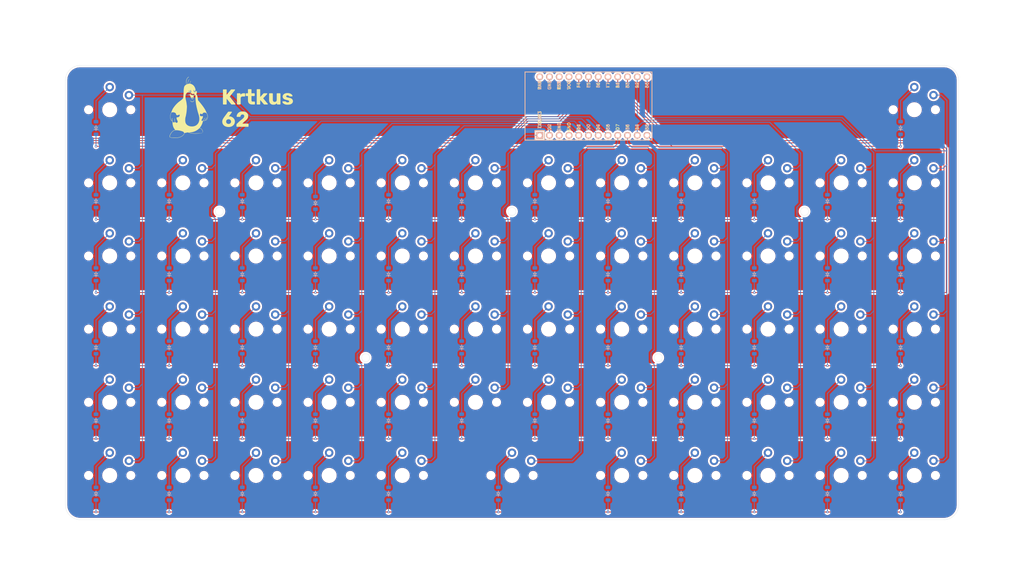
<source format=kicad_pcb>
(kicad_pcb (version 20240108) (generator "pcbnew") (generator_version "8.0")
  (layers (0 "F.Cu" signal) (31 "B.Cu" signal) (34 "B.Paste" user) (35 "F.Paste" user) (36 "B.SilkS" user "B.Silkscreen") (37 "F.SilkS" user "F.Silkscreen") (38 "B.Mask" user) (39 "F.Mask" user) (44 "Edge.Cuts" user))
  (net 0 "")
  (net 1 "Net-(D1-A)")
  (net 2 "ROW0")
  (net 3 "ROW1")
  (net 4 "Net-(D2-A)")
  (net 5 "ROW2")
  (net 6 "Net-(D3-A)")
  (net 7 "ROW3")
  (net 8 "Net-(D4-A)")
  (net 9 "ROW4")
  (net 10 "Net-(D5-A)")
  (net 11 "Net-(D6-A)")
  (net 12 "ROW5")
  (net 14 "Net-(D8-A)")
  (net 15 "Net-(D9-A)")
  (net 16 "Net-(D10-A)")
  (net 17 "Net-(D11-A)")
  (net 18 "Net-(D12-A)")
  (net 20 "Net-(D14-A)")
  (net 21 "Net-(D15-A)")
  (net 22 "Net-(D16-A)")
  (net 23 "Net-(D17-A)")
  (net 24 "Net-(D18-A)")
  (net 25 "Net-(D20-A)")
  (net 26 "Net-(D21-A)")
  (net 27 "Net-(D22-A)")
  (net 28 "Net-(D23-A)")
  (net 29 "Net-(D24-A)")
  (net 30 "Net-(D26-A)")
  (net 31 "Net-(D27-A)")
  (net 32 "Net-(D28-A)")
  (net 33 "Net-(D29-A)")
  (net 34 "Net-(D30-A)")
  (net 35 "Net-(D32-A)")
  (net 36 "Net-(D33-A)")
  (net 37 "Net-(D34-A)")
  (net 38 "Net-(D35-A)")
  (net 39 "Net-(D38-A)")
  (net 40 "Net-(D39-A)")
  (net 41 "Net-(D40-A)")
  (net 42 "Net-(D41-A)")
  (net 43 "Net-(D42-A)")
  (net 44 "Net-(D44-A)")
  (net 45 "Net-(D45-A)")
  (net 46 "Net-(D46-A)")
  (net 47 "Net-(D47-A)")
  (net 48 "Net-(D48-A)")
  (net 49 "Net-(D50-A)")
  (net 50 "Net-(D51-A)")
  (net 51 "Net-(D52-A)")
  (net 52 "Net-(D53-A)")
  (net 53 "Net-(D54-A)")
  (net 54 "Net-(D56-A)")
  (net 55 "Net-(D57-A)")
  (net 56 "Net-(D58-A)")
  (net 57 "Net-(D59-A)")
  (net 58 "Net-(D60-A)")
  (net 59 "Net-(D62-A)")
  (net 60 "Net-(D63-A)")
  (net 61 "Net-(D64-A)")
  (net 62 "Net-(D65-A)")
  (net 63 "Net-(D66-A)")
  (net 64 "Net-(D68-A)")
  (net 65 "Net-(D69-A)")
  (net 66 "Net-(D70-A)")
  (net 67 "Net-(D71-A)")
  (net 68 "Net-(D72-A)")
  (net 69 "COL0")
  (net 70 "COL1")
  (net 71 "COL2")
  (net 72 "COL3")
  (net 73 "COL4")
  (net 74 "COL5")
  (net 75 "COL6")
  (net 76 "COL7")
  (net 77 "COL8")
  (net 78 "COL9")
  (net 79 "COL10")
  (net 80 "COL11")
  (net 83 "Net-(D67-A)")
  (footprint "ScottoKeebs_Choc:Choc_V1_1.00u_No_Label" (layer "F.Cu") (at 289.7875 138.175)
    (property "Reference" "SW64" (hide yes))
    (property "Value" "Push")
  )
  (footprint "ScottoKeebs_Choc:Choc_V1_1.00u_No_Label" (layer "F.Cu") (at 232.6375 138.175)
    (property "Reference" "SW46" (hide yes))
    (property "Value" "Push")
  )
  (footprint "ScottoKeebs_Choc:Choc_V1_1.00u_No_Label" (layer "F.Cu") (at 204.0625 176.275)
    (property "Reference" "SW42" (hide yes))
    (property "Value" "Push")
  )
  (footprint "ScottoKeebs_Choc:Choc_V1_1.00u_No_Label" (layer "F.Cu") (at 270.7375 100.075)
    (property "Reference" "SW56" (hide yes))
    (property "Value" "Push")
  )
  (footprint "ScottoKeebs_Choc:Choc_V1_1.00u_No_Label" (layer "F.Cu") (at 213.5875 157.225)
    (property "Reference" "SW41" (hide yes))
    (property "Value" "Push")
  )
  (footprint "ScottoKeebs_Choc:Choc_V1_1.00u_No_Label" (layer "F.Cu") (at 99.2875 119.125)
    (property "Reference" "SW3" (hide yes))
    (property "Value" "Push")
  )
  (footprint "ScottoKeebs_Choc:Choc_V1_1.00u_No_Label" (layer "F.Cu") (at 99.2875 81.025)
    (property "Reference" "SW1" (hide yes))
    (property "Value" "Push")
  )
  (footprint "ScottoKeebs_Choc:Choc_V1_1.00u_No_Label" (layer "F.Cu") (at 270.7375 157.225)
    (property "Reference" "SW59" (hide yes))
    (property "Value" "Push")
  )
  (footprint "ScottoKeebs_Choc:Choc_V1_1.00u_No_Label" (layer "F.Cu") (at 175.4875 157.225)
    (property "Reference" "SW29" (hide yes))
    (property "Value" "Push")
  )
  (footprint "ScottoKeebs_Choc:Choc_V1_1.00u_No_Label" (layer "F.Cu") (at 308.8375 81.025)
    (property "Reference" "SW67" (hide yes))
    (property "Value" "Push")
  )
  (footprint "ScottoKeebs_Choc:Choc_V1_1.00u_No_Label" (layer "F.Cu") (at 251.6875 176.275)
    (property "Reference" "SW54" (hide yes))
    (property "Value" "Push")
  )
  (footprint "ScottoKeebs_Choc:Choc_V1_1.00u_No_Label" (layer "F.Cu") (at 270.7375 119.125)
    (property "Reference" "SW57" (hide yes))
    (property "Value" "Push")
  )
  (footprint "ScottoKeebs_Choc:Choc_V1_1.00u_No_Label" (layer "F.Cu") (at 232.6375 157.225)
    (property "Reference" "SW47" (hide yes))
    (property "Value" "Push")
  )
  (footprint "ScottoKeebs_Choc:Choc_V1_1.00u_No_Label" (layer "F.Cu") (at 213.5875 119.125)
    (property "Reference" "SW39" (hide yes))
    (property "Value" "Push")
  )
  (footprint "ScottoKeebs_Choc:Choc_V1_1.00u_No_Label" (layer "F.Cu") (at 308.8375 157.225)
    (property "Reference" "SW71" (hide yes))
    (property "Value" "Push")
  )
  (footprint "ScottoKeebs_Choc:Choc_V1_1.00u_No_Label" (layer "F.Cu") (at 99.2875 138.175)
    (property "Reference" "SW4" (hide yes))
    (property "Value" "Push")
  )
  (footprint "ScottoKeebs_Choc:Choc_V1_1.00u_No_Label" (layer "F.Cu") (at 156.4375 100.075)
    (property "Reference" "SW20" (hide yes))
    (property "Value" "Push")
  )
  (footprint "ScottoKeebs_Choc:Choc_V1_1.00u_No_Label" (layer "F.Cu") (at 270.7375 138.175)
    (property "Reference" "SW58" (hide yes))
    (property "Value" "Push")
  )
  (footprint "ScottoKeebs_Choc:Choc_V1_1.00u_No_Label" (layer "F.Cu") (at 137.3875 176.275)
    (property "Reference" "SW18" (hide yes))
    (property "Value" "Push")
  )
  (footprint "ScottoKeebs_Choc:Choc_V1_1.00u_No_Label" (layer "F.Cu") (at 156.4375 176.275)
    (property "Reference" "SW24" (hide yes))
    (property "Value" "Push")
  )
  (footprint "ScottoKeebs_Choc:Choc_V1_1.00u_No_Label" (layer "F.Cu") (at 289.7875 176.275)
    (property "Reference" "SW66" (hide yes))
    (property "Value" "Push")
  )
  (footprint "ScottoKeebs_Choc:Choc_V1_1.00u_No_Label" (layer "F.Cu") (at 118.3375 138.175)
    (property "Reference" "SW10" (hide yes))
    (property "Value" "Push")
  )
  (footprint "ScottoKeebs_Choc:Choc_V1_1.00u_No_Label" (layer "F.Cu") (at 175.4875 138.175)
    (property "Reference" "SW28" (hide yes))
    (property "Value" "Push")
  )
  (footprint "ScottoKeebs_Choc:Choc_V1_1.00u_No_Label" (layer "F.Cu") (at 308.8375 100.075)
    (property "Reference" "SW68" (hide yes))
    (property "Value" "Push")
  )
  (footprint "ScottoKeebs_Choc:Choc_V1_1.00u_No_Label" (layer "F.Cu") (at 251.6875 119.125)
    (property "Reference" "SW51" (hide yes))
    (property "Value" "Push")
  )
  (footprint "ScottoKeebs_Choc:Choc_V1_1.00u_No_Label" (layer "F.Cu") (at 99.2875 100.075)
    (property "Reference" "SW2" (hide yes))
    (property "Value" "Push")
  )
  (footprint "ScottoKeebs_Choc:Choc_V1_1.00u_No_Label" (layer "F.Cu") (at 251.6875 100.075)
    (property "Reference" "SW50" (hide yes))
    (property "Value" "Push")
  )
  (footprint "ScottoKeebs_Choc:Choc_V1_1.00u_No_Label" (layer "F.Cu") (at 118.3375 119.125)
    (property "Reference" "SW9" (hide yes))
    (property "Value" "Push")
  )
  (footprint "ScottoKeebs_Choc:Choc_V1_1.00u_No_Label" (layer "F.Cu") (at 118.3375 176.275)
    (property "Reference" "SW12" (hide yes))
    (property "Value" "Push")
  )
  (footprint "ScottoKeebs_Choc:Choc_V1_1.00u_No_Label" (layer "F.Cu") (at 156.4375 157.225)
    (property "Reference" "SW23" (hide yes))
    (property "Value" "Push")
  )
  (footprint "ScottoKeebs_Choc:Choc_V1_1.00u_No_Label" (layer "F.Cu") (at 232.6375 176.275)
    (property "Reference" "SW48" (hide yes))
    (property "Value" "Push")
  )
  (footprint "ScottoKeebs_Choc:Choc_V1_1.00u_No_Label" (layer "F.Cu") (at 251.6875 157.225)
    (property "Reference" "SW53" (hide yes))
    (property "Value" "Push")
  )
  (footprint "ScottoKeebs_Choc:Choc_V1_1.00u_No_Label" (layer "F.Cu") (at 99.2875 176.275)
    (property "Reference" "SW6" (hide yes))
    (property "Value" "Push")
  )
  (footprint "ScottoKeebs_Choc:Choc_V1_1.00u_No_Label" (layer "F.Cu") (at 194.5375 119.125)
    (property "Reference" "SW33" (hide yes))
    (property "Value" "Push")
  )
  (footprint "ScottoKeebs_Choc:Choc_V1_1.00u_No_Label" (layer "F.Cu") (at 213.5875 138.175)
    (property "Reference" "SW40" (hide yes))
    (property "Value" "Push")
  )
  (footprint "ScottoKeebs_Choc:Choc_V1_1.00u_No_Label" (layer "F.Cu") (at 156.4375 119.125)
    (property "Reference" "SW21" (hide yes))
    (property "Value" "Push")
  )
  (footprint "ScottoKeebs_Choc:Choc_V1_1.00u_No_Label" (layer "F.Cu") (at 156.4375 138.175)
    (property "Reference" "SW22" (hide yes))
    (property "Value" "Push")
  )
  (footprint "ScottoKeebs_Choc:Choc_V1_1.00u_No_Label" (layer "F.Cu") (at 232.6375 119.125)
    (property "Reference" "SW45" (hide yes))
    (property "Value" "Push")
  )
  (footprint "ScottoKeebs_Choc:Choc_V1_1.00u_No_Label" (layer "F.Cu") (at 194.5375 100.075)
    (property "Reference" "SW32" (hide yes))
    (property "Value" "Push")
  )
  (footprint "ScottoKeebs_MCU:Arduino_Pro_Micro" (layer "F.Cu") (at 225.255515 80.072487 90)
    (property "Reference" "U1" (hide yes))
    (property "Value" "Arduino_Pro_Micro" (hide yes))
  )
  (footprint "ScottoKeebs_Choc:Choc_V1_1.00u_No_Label" (layer "F.Cu") (at 118.3375 157.225)
    (property "Reference" "SW11" (hide yes))
    (property "Value" "Push")
  )
  (footprint "ScottoKeebs_Choc:Choc_V1_1.00u_No_Label" (layer "F.Cu") (at 118.3375 100.075)
    (property "Reference" "SW8" (hide yes))
    (property "Value" "Push")
  )
  (footprint "ScottoKeebs_Choc:Choc_V1_1.00u_No_Label" (layer "F.Cu") (at 175.4875 100.075)
    (property "Reference" "SW26" (hide yes))
    (property "Value" "Push")
  )
  (footprint "ScottoKeebs_Choc:Choc_V1_1.00u_No_Label" (layer "F.Cu") (at 99.2875 157.225)
    (property "Reference" "SW5" (hide yes))
    (property "Value" "Push")
  )
  (footprint "ScottoKeebs_Choc:Choc_V1_1.00u_No_Label" (layer "F.Cu") (at 137.3875 138.175)
    (property "Reference" "SW16" (hide yes))
    (property "Value" "Push")
  )
  (footprint "ScottoKeebs_Choc:Choc_V1_1.00u_No_Label" (layer "F.Cu") (at 175.4875 176.275)
    (property "Reference" "SW30" (hide yes))
    (property "Value" "Push")
  )
  (footprint "ScottoKeebs_Choc:Choc_V1_1.00u_No_Label" (layer "F.Cu") (at 270.7375 176.275)
    (property "Reference" "SW60" (hide yes))
    (property "Value" "Push")
  )
  (footprint "ScottoKeebs_Choc:Choc_V1_1.00u_No_Label" (layer "F.Cu") (at 308.8375 138.175)
    (property "Reference" "SW70" (hide yes))
    (property "Value" "Push")
  )
  (footprint "ScottoKeebs_Choc:Choc_V1_1.00u_No_Label" (layer "F.Cu") (at 213.5875 100.075)
    (property "Reference" "SW38" (hide yes))
    (property "Value" "Push")
  )
  (footprint "ScottoKeebs_Choc:Choc_V1_1.00u_No_Label" (layer "F.Cu") (at 194.5375 157.225)
    (property "Reference" "SW35" (hide yes))
    (property "Value" "Push")
  )
  (footprint "ScottoKeebs_Choc:Choc_V1_1.00u_No_Label" (layer "F.Cu") (at 289.7875 100.075)
    (property "Reference" "SW62" (hide yes))
    (property "Value" "Push")
  )
  (footprint "ScottoKeebs_Choc:Choc_V1_1.00u_No_Label" (layer "F.Cu") (at 175.4875 119.125)
    (property "Reference" "SW27" (hide yes))
    (property "Value" "Push")
  )
  (footprint "ScottoKeebs_Choc:Choc_V1_1.00u_No_Label" (layer "F.Cu") (at 289.7875 157.225)
    (property "Reference" "SW65" (hide yes))
    (property "Value" "Push")
  )
  (footprint "ScottoKeebs_Choc:Choc_V1_1.00u_No_Label" (layer "F.Cu") (at 251.6875 138.175)
    (property "Reference" "SW52" (hide yes))
    (property "Value" "Push")
  )
  (footprint "ScottoKeebs_Choc:Choc_V1_1.00u_No_Label" (layer "F.Cu") (at 289.7875 119.125)
    (property "Reference" "SW63" (hide yes))
    (property "Value" "Push")
  )
  (footprint "ScottoKeebs_Choc:Choc_V1_1.00u_No_Label" (layer "F.Cu") (at 232.6375 100.075)
    (property "Reference" "SW44" (hide yes))
    (property "Value" "Push")
  )
  (footprint "ScottoKeebs_Choc:Choc_V1_1.00u_No_Label" (layer "F.Cu") (at 137.3875 100.075)
    (property "Reference" "SW14" (hide yes))
    (property "Value" "Push")
  )
  (footprint "ScottoKeebs_Choc:Choc_V1_1.00u_No_Label" (layer "F.Cu") (at 308.8375 119.125)
    (property "Reference" "SW69" (hide yes))
    (property "Value" "Push")
  )
  (footprint "ScottoKeebs_Choc:Choc_V1_1.00u_No_Label" (layer "F.Cu") (at 194.5375 138.175)
    (property "Reference" "SW34" (hide yes))
    (property "Value" "Push")
  )
  (footprint "ScottoKeebs_Choc:Choc_V1_1.00u_No_Label" (layer "F.Cu") (at 137.3875 157.225)
    (property "Reference" "SW17" (hide yes))
    (property "Value" "Push")
  )
  (footprint "ScottoKeebs_Choc:Choc_V1_1.00u_No_Label" (layer "F.Cu") (at 308.8375 176.275)
    (property "Reference" "SW72" (hide yes))
    (property "Value" "Push")
  )
  (footprint "ScottoKeebs_Choc:Choc_V1_1.00u_No_Label" (layer "F.Cu") (at 137.3875 119.125)
    (property "Reference" "SW15" (hide yes))
    (property "Value" "Push")
  )
  (footprint "ScottoKeebs_Components:Diode_SOD-123" (layer "B.Cu") (at 190.965625 161.9875 90)
    (property "Reference" "D35" (hide yes))
    (property "Value" "1N47xxA" (hide yes))
  )
  (footprint "ScottoKeebs_Components:Diode_SOD-123" (layer "B.Cu") (at 248.115625 123.8875 90)
    (property "Reference" "D51" (hide yes))
    (property "Value" "1N47xxA" (hide yes))
  )
  (footprint "ScottoKeebs_Components:Diode_SOD-123" (layer "B.Cu") (at 286.215625 104.8375 90)
    (property "Reference" "D62" (hide yes))
    (property "Value" "1N47xxA" (hide yes))
  )
  (footprint "ScottoKeebs_Components:Diode_SOD-123" (layer "B.Cu") (at 248.115625 142.9375 90)
    (property "Reference" "D52" (hide yes))
    (property "Value" "1N47xxA" (hide yes))
  )
  (footprint "ScottoKeebs_Components:Diode_SOD-123" (layer "B.Cu") (at 267.165625 142.9375 90)
    (property "Reference" "D58" (hide yes))
    (property "Value" "1N47xxA" (hide yes))
  )
  (footprint "ScottoKeebs_Components:Diode_SOD-123" (layer "B.Cu") (at 114.765625 181.0375 90)
    (property "Reference" "D12" (hide yes))
    (property "Value" "1N47xxA" (hide yes))
  )
  (footprint "ScottoKeebs_Components:Diode_SOD-123" (layer "B.Cu") (at 114.765625 104.8375 90)
    (property "Reference" "D8" (hide yes))
    (property "Value" "1N47xxA" (hide yes))
  )
  (footprint "ScottoKeebs_Components:Diode_SOD-123" (layer "B.Cu") (at 267.165625 104.8375 90)
    (property "Reference" "D56" (hide yes))
    (property "Value" "1N47xxA" (hide yes))
  )
  (footprint "ScottoKeebs_Components:Diode_SOD-123" (layer "B.Cu") (at 190.965625 123.8875 90)
    (property "Reference" "D33" (hide yes))
    (property "Value" "1N47xxA" (hide yes))
  )
  (footprint "ScottoKeebs_Components:Diode_SOD-123" (layer "B.Cu") (at 305.265444 85.787488 90)
    (property "Reference" "D67" (hide yes))
    (property "Value" "1N47xxA" (hide yes))
  )
  (footprint "ScottoKeebs_Components:Diode_SOD-123" (layer "B.Cu") (at 267.165625 181.0375 90)
    (property "Reference" "D60" (hide yes))
    (property "Value" "1N47xxA" (hide yes))
  )
  (footprint "ScottoKeebs_Components:Diode_SOD-123" (layer "B.Cu") (at 152.865625 123.8875 90)
    (property "Reference" "D21" (hide yes))
    (property "Value" "1N47xxA" (hide yes))
  )
  (footprint "ScottoKeebs_Components:Diode_SOD-123" (layer "B.Cu") (at 171.915625 104.8375 90)
    (property "Reference" "D26" (hide yes))
    (property "Value" "1N47xxA" (hide yes))
  )
  (footprint "ScottoKeebs_Components:Diode_SOD-123" (layer "B.Cu") (at 229.065625 142.9375 90)
    (property "Reference" "D46" (hide yes))
    (property "Value" "1N47xxA" (hide yes))
  )
  (footprint "ScottoKeebs_Components:Diode_SOD-123" (layer "B.Cu") (at 305.265625 142.9375 90)
    (property "Reference" "D70" (hide yes))
    (property "Value" "1N47xxA" (hide yes))
  )
  (footprint "ScottoKeebs_Components:Diode_SOD-123" (layer "B.Cu") (at 210.015625 142.9375 90)
    (property "Reference" "D40" (hide yes))
    (property "Value" "1N47xxA" (hide yes))
  )
  (footprint "ScottoKeebs_Components:Diode_SOD-123" (layer "B.Cu") (at 114.765625 142.9375 90)
    (property "Reference" "D10" (hide yes))
    (property "Value" "1N47xxA" (hide yes))
  )
  (footprint "ScottoKeebs_Components:Diode_SOD-123" (layer "B.Cu") (at 248.115625 181.0375 90)
    (property "Reference" "D54" (hide yes))
    (property "Value" "1N47xxA" (hide yes))
  )
  (footprint "ScottoKeebs_Components:Diode_SOD-123" (layer "B.Cu") (at 95.715625 123.8875 90)
    (property "Reference" "D3" (hide yes))
    (property "Value" "1N47xxA" (hide yes))
  )
  (footprint "ScottoKeebs_Components:Diode_SOD-123" (layer "B.Cu") (at 286.215625 142.9375 90)
    (property "Reference" "D64" (hide yes))
    (property "Value" "1N47xxA" (hide yes))
  )
  (footprint "ScottoKeebs_Components:Diode_SOD-123" (layer "B.Cu") (at 248.115625 161.9875 90)
    (property "Reference" "D53" (hide yes))
    (property "Value" "1N47xxA" (hide yes))
  )
  (footprint "ScottoKeebs_Components:Diode_SOD-123" (layer "B.Cu") (at 286.215625 161.9875 90)
    (property "Reference" "D65" (hide yes))
    (property "Value" "1N47xxA" (hide yes))
  )
  (footprint "ScottoKeebs_Components:Diode_SOD-123" (layer "B.Cu") (at 171.915625 181.0375 90)
    (property "Reference" "D30" (hide yes))
    (property "Value" "1N47xxA" (hide yes))
  )
  (footprint "ScottoKeebs_Components:Diode_SOD-123" (layer "B.Cu") (at 95.715625 161.9875 90)
    (property "Reference" "D5" (hide yes))
    (property "Value" "1N47xxA" (hide yes))
  )
  (footprint "ScottoKeebs_Components:Diode_SOD-123" (layer "B.Cu") (at 229.065625 181.0375 90)
    (property "Reference" "D48" (hide yes))
    (property "Value" "1N47xxA" (hide yes))
  )
  (footprint "ScottoKeebs_Components:Diode_SOD-123" (layer "B.Cu") (at 210.015625 104.8375 90)
    (property "Reference" "D38" (hide yes))
    (property "Value" "1N47xxA" (hide yes))
  )
  (footprint "ScottoKeebs_Components:Diode_SOD-123" (layer "B.Cu") (at 95.715625 104.8375 90)
    (property "Reference" "D2" (hide yes))
    (property "Value" "1N47xxA" (hide yes))
  )
  (footprint "ScottoKeebs_Components:Diode_SOD-123" (layer "B.Cu") (at 114.765625 161.9875 90)
    (property "Reference" "D11" (hide yes))
    (property "Value" "1N47xxA" (hide yes))
  )
  (footprint "ScottoKeebs_Components:Diode_SOD-123" (layer "B.Cu") (at 305.265625 181.0375 90)
    (property "Reference" "D72" (hide yes))
    (property "Value" "1N47xxA" (hide yes))
  )
  (footprint "ScottoKeebs_Components:Diode_SOD-123" (layer "B.Cu") (at 133.815625 181.0375 90)
    (property "Reference" "D18" (hide yes))
    (property "Value" "1N47xxA" (hide yes))
  )
  (footprint "ScottoKeebs_Components:Diode_SOD-123" (layer "B.Cu") (at 229.065625 104.8375 90)
    (property "Reference" "D44" (hide yes))
    (property "Value" "1N47xxA" (hide yes))
  )
  (footprint "ScottoKeebs_Components:Diode_SOD-123" (layer "B.Cu") (at 95.715625 85.7875 90)
    (property "Reference" "D1" (hide yes))
    (property "Value" "1N47xxA" (hide yes))
  )
  (footprint "ScottoKeebs_Components:Diode_SOD-123" (layer "B.Cu") (at 210.015625 161.9875 90)
    (property "Reference" "D41" (hide yes))
    (property "Value" "1N47xxA" (hide yes))
  )
  (footprint "ScottoKeebs_Components:Diode_SOD-123" (layer "B.Cu") (at 200.490625 181.0375 90)
    (property "Reference" "D42" (hide yes))
    (property "Value" "1N47xxA" (hide yes))
  )
  (footprint "ScottoKeebs_Components:Diode_SOD-123" (layer "B.Cu") (at 133.815625 104.8375 90)
    (property "Reference" "D14" (hide yes))
    (property "Value" "1N47xxA" (hide yes))
  )
  (footprint "ScottoKeebs_Components:Diode_SOD-123" (layer "B.Cu") (at 152.865625 181.0375 90)
    (property "Reference" "D24" (hide yes))
    (property "Value" "1N47xxA" (hide yes))
  )
  (footprint "ScottoKeebs_Components:Diode_SOD-123" (layer "B.Cu") (at 152.865625 105.296875 90)
    (property "Reference" "D20" (hide yes))
    (property "Value" "1N47xxA" (hide yes))
  )
  (footprint "ScottoKeebs_Components:Diode_SOD-123" (layer "B.Cu") (at 95.715625 142.9375 90)
    (property "Reference" "D4" (hide yes))
    (property "Value" "1N47xxA" (hide yes))
  )
  (footprint "ScottoKeebs_Components:Diode_SOD-123" (layer "B.Cu") (at 171.915625 123.8875 90)
    (property "Reference" "D27" (hide yes))
    (property "Value" "1N47xxA" (hide yes))
  )
  (footprint "ScottoKeebs_Components:Diode_SOD-123" (layer "B.Cu") (at 229.065625 161.9875 90)
    (property "Reference" "D47" (hide yes))
    (property "Value" "1N47xxA" (hide yes))
  )
  (footprint "ScottoKeebs_Components:Diode_SOD-123" (layer "B.Cu") (at 152.865625 161.9875 90)
    (property "Reference" "D23" (hide yes))
    (property "Value" "1N47xxA" (hide yes))
  )
  (footprint "ScottoKeebs_Components:Diode_SOD-123" (layer "B.Cu") (at 305.265625 104.8375 90)
    (property "Reference" "D68" (hide yes))
    (property "Value" "1N47xxA" (hide yes))
  )
  (footprint "ScottoKeebs_Components:Diode_SOD-123" (layer "B.Cu") (at 152.865625 142.9375 90)
    (property "Reference" "D22" (hide yes))
    (property "Value" "1N47xxA" (hide yes))
  )
  (footprint "ScottoKeebs_Components:Diode_SOD-123" (layer "B.Cu") (at 229.065625 123.8875 90)
    (property "Reference" "D45" (hide yes))
    (property "Value" "1N47xxA" (hide yes))
  )
  (footprint "ScottoKeebs_Components:Diode_SOD-123" (layer "B.Cu") (at 286.215625 123.8875 90)
    (property "Reference" "D63" (hide yes))
    (property "Value" "1N47xxA" (hide yes))
  )
  (footprint "ScottoKeebs_Components:Diode_SOD-123" (layer "B.Cu") (at 133.815625 123.8875 90)
    (property "Reference" "D15" (hide yes))
    (property "Value" "1N47xxA" (hide yes))
  )
  (footprint "ScottoKeebs_Components:Diode_SOD-123" (layer "B.Cu") (at 248.115625 104.8375 90)
    (property "Reference" "D50" (hide yes))
    (property "Value" "1N47xxA" (hide yes))
  )
  (footprint "ScottoKeebs_Components:Diode_SOD-123" (layer "B.Cu") (at 171.915625 161.9875 90)
    (property "Reference" "D29" (hide yes))
    (property "Value" "1N47xxA" (hide yes))
  )
  (footprint "ScottoKeebs_Components:Diode_SOD-123" (layer "B.Cu") (at 267.165625 123.8875 90)
    (property "Reference" "D57" (hide yes))
    (property "Value" "1N47xxA" (hide yes))
  )
  (footprint "ScottoKeebs_Components:Diode_SOD-123" (layer "B.Cu") (at 305.265625 123.8875 90)
    (property "Reference" "D69" (hide yes))
    (property "Value" "1N47xxA" (hide yes))
  )
  (footprint "ScottoKeebs_Components:Diode_SOD-123" (layer "B.Cu") (at 190.965625 104.8375 90)
    (property "Reference" "D32" (hide yes))
    (property "Value" "1N47xxA" (hide yes))
  )
  (footprint "ScottoKeebs_Components:Diode_SOD-123" (layer "B.Cu") (at 286.215625 181.0375 90)
    (property "Reference" "D66" (hide yes))
    (property "Value" "1N47xxA" (hide yes))
  )
  (footprint "ScottoKeebs_Components:Diode_SOD-123" (layer "B.Cu") (at 305.265625 161.9875 90)
    (property "Reference" "D71" (hide yes))
    (property "Value" "1N47xxA" (hide yes))
  )
  (footprint "ScottoKeebs_Components:Diode_SOD-123" (layer "B.Cu") (at 210.015625 123.8875 90)
    (property "Reference" "D39" (hide yes))
    (property "Value" "1N47xxA" (hide yes))
  )
  (footprint "ScottoKeebs_Components:Diode_SOD-123" (layer "B.Cu") (at 133.815625 142.9375 90)
    (property "Reference" "D16" (hide yes))
    (property "Value" "1N47xxA" (hide yes))
  )
  (footprint "ScottoKeebs_Components:Diode_SOD-123" (layer "B.Cu") (at 171.915625 142.9375 90)
    (property "Reference" "D28" (hide yes))
    (property "Value" "1N47xxA" (hide yes))
  )
  (footprint "ScottoKeebs_Components:Diode_SOD-123" (layer "B.Cu") (at 95.715625 181.0375 90)
    (property "Reference" "D6" (hide yes))
    (property "Value" "1N47xxA" (hide yes))
  )
  (footprint "ScottoKeebs_Components:Diode_SOD-123" (layer "B.Cu") (at 267.165625 161.9875 90)
    (property "Reference" "D59" (hide yes))
    (property "Value" "1N47xxA" (hide yes))
  )
  (footprint "ScottoKeebs_Components:Diode_SOD-123" (layer "B.Cu") (at 133.815625 161.9875 90)
    (property "Reference" "D17" (hide yes))
    (property "Value" "1N47xxA" (hide yes))
  )
  (footprint "ScottoKeebs_Components:Diode_SOD-123" (layer "B.Cu") (at 114.765625 123.8875 90)
    (property "Reference" "D9" (hide yes))
    (property "Value" "1N47xxA" (hide yes))
  )
  (footprint "ScottoKeebs_Components:Diode_SOD-123" (layer "B.Cu") (at 190.965625 142.9375 90)
    (property "Reference" "D34" (hide yes))
    (property "Value" "1N47xxA" (hide yes))
  )
  (gr_poly (pts (xy 136.077071 75.673884) (xy 136.083902 75.674345) (xy 136.090601 75.675114) (xy 136.097169 75.67619) (xy 136.103604 75.677574) (xy 136.109908 75.679265) (xy 136.11608 75.681264) (xy 136.12212 75.68357) (xy 136.128029 75.686184) (xy 136.133805 75.689105) (xy 136.13945 75.692334) (xy 136.144963 75.69587) (xy 136.150344 75.699714) (xy 136.155594 75.703865) (xy 136.160712 75.708324) (xy 136.165697 75.71309) (xy 136.171144 75.718098) (xy 136.17624 75.723281) (xy 136.180984 75.728641) (xy 136.185377 75.734176) (xy 136.189418 75.739886) (xy 136.193108 75.745773) (xy 136.196446 75.751835) (xy 136.199433 75.758072) (xy 136.202069 75.764486) (xy 136.204353 75.771075) (xy 136.206286 75.77784) (xy 136.207867 75.784781) (xy 136.209097 75.791897) (xy 136.209976 75.799189) (xy 136.210503 75.806657) (xy 136.210678 75.814301) (xy 136.210678 76.742062) (xy 136.913529 76.742062) (xy 136.921172 76.742216) (xy 136.92864 76.742677) (xy 136.935932 76.743446) (xy 136.943048 76.744522) (xy 136.949989 76.745906) (xy 136.956753 76.747597) (xy 136.963343 76.749595) (xy 136.969756 76.751902) (xy 136.975994 76.754515) (xy 136.982056 76.757437) (xy 136.987942 76.760665) (xy 136.993653 76.764202) (xy 136.999188 76.768045) (xy 137.004547 76.772197) (xy 137.009731 76.776656) (xy 137.014738 76.781422) (xy 137.019504 76.78643) (xy 137.023963 76.791613) (xy 137.028114 76.796973) (xy 137.031958 76.802508) (xy 137.035494 76.808218) (xy 137.038723 76.814105) (xy 137.041644 76.820167) (xy 137.044258 76.826405) (xy 137.046564 76.832818) (xy 137.048563 76.839408) (xy 137.050255 76.846173) (xy 137.051638 76.853113) (xy 137.052715 76.860229) (xy 137.053483 76.867521) (xy 137.053945 76.874989) (xy 137.054098 76.882632) (xy 137.054098 77.326834) (xy 137.053945 77.333818) (xy 137.053483 77.340715) (xy 137.052715 77.347524) (xy 137.051638 77.354245) (xy 137.050255 77.360878) (xy 137.048563 77.367423) (xy 137.046564 77.373881) (xy 137.044258 77.38025) (xy 137.041644 77.386532) (xy 137.038723 77.392726) (xy 137.035494 77.398831) (xy 137.031958 77.40485) (xy 137.028114 77.41078) (xy 137.023963 77.416622) (xy 137.019504 77.422377) (xy 137.014738 77.428044) (xy 137.009731 77.43281) (xy 137.004547 77.437269) (xy 136.999188 77.44142) (xy 136.993653 77.445264) (xy 136.987942 77.4488) (xy 136.982056 77.452029) (xy 136.975994 77.45495) (xy 136.969756 77.457564) (xy 136.963343 77.45987) (xy 136.956753 77.461869) (xy 136.949989 77.46356) (xy 136.943048 77.464944) (xy 136.935932 77.46602) (xy 136.92864 77.466789) (xy 136.921172 77.46725) (xy 136.913529 77.467404) (xy 136.210678 77.467404) (xy 136.210678 78.485129) (xy 136.210964 78.509399) (xy 136.21182 78.533011) (xy 136.213248 78.555963) (xy 136.215247 78.578257) (xy 136.217817 78.599891) (xy 136.220957 78.620867) (xy 136.224669 78.641184) (xy 136.228952 78.660842) (xy 136.233806 78.679841) (xy 136.239231 78.698181) (xy 136.245228 78.715862) (xy 136.251795 78.732884) (xy 136.258933 78.749247) (xy 136.266643 78.764951) (xy 136.274924 78.779996) (xy 136.283776 78.794383) (xy 136.288443 78.801301) (xy 136.293308 78.808) (xy 136.298371 78.81448) (xy 136.303631 78.82074) (xy 136.309089 78.82678) (xy 136.314745 78.8326) (xy 136.320598 78.838201) (xy 136.326649 78.843582) (xy 136.332898 78.848744) (xy 136.339344 78.853685) (xy 136.345988 78.858408) (xy 136.35283 78.86291) (xy 136.359869 78.867193) (xy 136.367107 78.871257) (xy 136.374541 78.8751) (xy 136.382174 78.878724) (xy 136.390004 78.882129) (xy 136.398032 78.885313) (xy 136.406257 78.888279) (xy 136.41468 78.891024) (xy 136.423301 78.89355) (xy 136.43212 78.895856) (xy 136.45035 78.89981) (xy 136.469371 78.902885) (xy 136.489182 78.905081) (xy 136.509785 78.906399) (xy 136.531178 78.906838) (xy 136.964133 78.906838) (xy 136.971095 78.907014) (xy 136.977926 78.907541) (xy 136.984625 78.90842) (xy 136.991192 78.909649) (xy 136.997628 78.911231) (xy 137.003932 78.913164) (xy 137.010104 78.915448) (xy 137.016144 78.918084) (xy 137.022053 78.921071) (xy 137.027829 78.924409) (xy 137.033474 78.928099) (xy 137.038987 78.93214) (xy 137.044368 78.936533) (xy 137.049618 78.941277) (xy 137.054735 78.946373) (xy 137.059721 78.95182) (xy 137.065168 78.956806) (xy 137.070264 78.961923) (xy 137.075008 78.967173) (xy 137.0794 78.972554) (xy 137.083442 78.978067) (xy 137.087132 78.983712) (xy 137.09047 78.989488) (xy 137.093457 78.995396) (xy 137.096093 79.001436) (xy 137.098377 79.007608) (xy 137.10031 79.013912) (xy 137.101891 79.020347) (xy 137.103121 79.026915) (xy 137.103999 79.033614) (xy 137.104527 79.040444) (xy 137.104702 79.047407) (xy 137.104702 79.525345) (xy 137.104527 79.532988) (xy 137.103999 79.540456) (xy 137.103121 79.547748) (xy 137.101891 79.554864) (xy 137.10031 79.561804) (xy 137.098377 79.568569) (xy 137.096093 79.575159) (xy 137.093457 79.581572) (xy 137.09047 79.58781) (xy 137.087132 79.593872) (xy 137.083442 79.599758) (xy 137.0794 79.605469) (xy 137.075008 79.611004) (xy 137.070264 79.616363) (xy 137.065168 79.621546) (xy 137.059721 79.626554) (xy 137.054735 79.63132) (xy 137.049618 79.635779) (xy 137.044368 79.63993) (xy 137.038987 79.643774) (xy 137.033474 79.64731) (xy 137.027829 79.650539) (xy 137.022053 79.65346) (xy 137.016144 79.656074) (xy 137.010104 79.65838) (xy 137.003932 79.660379) (xy 136.997628 79.66207) (xy 136.991192 79.663454) (xy 136.984625 79.66453) (xy 136.977926 79.665299) (xy 136.971095 79.665761) (xy 136.964133 79.665914) (xy 136.446837 79.665914) (xy 136.40225 79.665475) (xy 136.358453 79.664157) (xy 136.315448 79.661961) (xy 136.273233 79.658886) (xy 136.231808 79.654932) (xy 136.191175 79.6501) (xy 136.151332 79.64439) (xy 136.11228 79.6378) (xy 136.074019 79.630333) (xy 136.036548 79.621986) (xy 135.999868 79.612762) (xy 135.963979 79.602658) (xy 135.928881 79.591676) (xy 135.894573 79.579816) (xy 135.861056 79.567077) (xy 135.828329 79.553459) (xy 135.79646 79.538216) (xy 135.765512 79.522006) (xy 135.735487 79.50483) (xy 135.706385 79.486688) (xy 135.678205 79.467579) (xy 135.650948 79.447504) (xy 135.624613 79.426462) (xy 135.5992 79.404454) (xy 135.574711 79.38148) (xy 135.551143 79.357539) (xy 135.528498 79.332632) (xy 135.506776 79.306758) (xy 135.485976 79.279918) (xy 135.466099 79.252111) (xy 135.447144 79.223339) (xy 135.429112 79.193599) (xy 135.41277 79.162147) (xy 135.397483 79.12964) (xy 135.38325 79.096079) (xy 135.370072 79.061464) (xy 135.357947 79.025794) (xy 135.346877 78.98907) (xy 135.336862 78.951292) (xy 135.3279 78.91246) (xy 135.319993 78.872573) (xy 135.31314 78.831632) (xy 135.307342 78.789637) (xy 135.302597 78.746588) (xy 135.298907 78.702484) (xy 135.296272 78.657326) (xy 135.29469 78.611114) (xy 135.294163 78.563847) (xy 135.294163 77.467403) (xy 134.855583 77.467403) (xy 134.84794 77.467249) (xy 134.840472 77.466788) (xy 134.83318 77.466019) (xy 134.826064 77.464943) (xy 134.819124 77.463559) (xy 134.812359 77.461868) (xy 134.80577 77.459869) (xy 134.799356 77.457563) (xy 134.793119 77.454949) (xy 134.787057 77.452028) (xy 134.78117 77.448799) (xy 134.77546 77.445263) (xy 134.769925 77.441419) (xy 134.764566 77.437268) (xy 134.759383 77.432809) (xy 134.754376 77.428043) (xy 134.749609 77.422376) (xy 134.74515 77.416622) (xy 134.740999 77.410779) (xy 134.737155 77.404849) (xy 134.733619 77.398831) (xy 134.73039 77.392725) (xy 134.727469 77.386531) (xy 134.724855 77.380249) (xy 134.722549 77.37388) (xy 134.72055 77.367422) (xy 134.718859 77.360877) (xy 134.717475 77.354244) (xy 134.716399 77.347523) (xy 134.715631 77.340714) (xy 134.715169 77.333818) (xy 134.715016 77.326833) (xy 134.715016 76.882631) (xy 134.715169 76.874988) (xy 134.715631 76.86752) (xy 134.716399 76.860228) (xy 134.717475 76.853112) (xy 134.718859 76.846172) (xy 134.72055 76.839407) (xy 134.722549 76.832817) (xy 134.724855 76.826404) (xy 134.727469 76.820166) (xy 134.73039 76.814104) (xy 134.733619 76.808218) (xy 134.737155 76.802507) (xy 134.740999 76.796972) (xy 134.74515 76.791612) (xy 134.749609 76.786429) (xy 134.754376 76.781421) (xy 134.759383 76.776655) (xy 134.764566 76.772196) (xy 134.769925 76.768045) (xy 134.77546 76.764201) (xy 134.78117 76.760664) (xy 134.787057 76.757436) (xy 134.793119 76.754514) (xy 134.799356 76.751901) (xy 134.80577 76.749595) (xy 134.812359 76.747596) (xy 134.819124 76.745905) (xy 134.826064 76.744521) (xy 134.83318 76.743445) (xy 134.840472 76.742676) (xy 134.84794 76.742215) (xy 134.855583 76.742061) (xy 135.294163 76.742061) (xy 135.294163 75.814301) (xy 135.294317 75.806657) (xy 135.294778 75.799189) (xy 135.295547 75.791897) (xy 135.296623 75.784781) (xy 135.298007 75.77784) (xy 135.299698 75.771075) (xy 135.301697 75.764486) (xy 135.304003 75.758072) (xy 135.306617 75.751835) (xy 135.309538 75.745773) (xy 135.312767 75.739886) (xy 135.316303 75.734176) (xy 135.320147 75.728641) (xy 135.324298 75.723281) (xy 135.328757 75.718098) (xy 135.333523 75.71309) (xy 135.33919 75.708324) (xy 135.344945 75.703865) (xy 135.350787 75.699714) (xy 135.356717 75.69587) (xy 135.362736 75.692334) (xy 135.368842 75.689105) (xy 135.375035 75.686184) (xy 135.381317 75.68357) (xy 135.387686 75.681264) (xy 135.394144 75.679265) (xy 135.400689 75.677574) (xy 135.407322 75.67619) (xy 135.414043 75.675114) (xy 135.420852 75.674345) (xy 135.427748 75.673884) (xy 135.434733 75.67373) (xy 136.070109 75.67373)) (stroke (width -0.000001)) (fill solid) (layer "F.SilkS"))
  (gr_poly (pts (xy 129.61716 75.730112) (xy 129.624627 75.730573) (xy 129.631919 75.731341) (xy 129.639036 75.732418) (xy 129.645976 75.733801) (xy 129.652741 75.735493) (xy 129.659331 75.737491) (xy 129.665744 75.739798) (xy 129.671982 75.742411) (xy 129.678044 75.745333) (xy 129.683931 75.748561) (xy 129.689641 75.752098) (xy 129.695177 75.755941) (xy 129.700536 75.760093) (xy 129.70572 75.764552) (xy 129.710728 75.769318) (xy 129.715494 75.774326) (xy 129.719953 75.779509) (xy 129.724105 75.784869) (xy 129.727948 75.790404) (xy 129.731485 75.796114) (xy 129.734714 75.802001) (xy 129.737635 75.808063) (xy 129.740248 75.8143) (xy 129.742555 75.820714) (xy 129.744553 75.827303) (xy 129.746244 75.834068) (xy 129.747628 75.841009) (xy 129.748704 75.848125) (xy 129.749473 75.855417) (xy 129.749934 75.862885) (xy 129.750088 75.870528) (xy 129.750088 77.124412) (xy 130.812796 75.836791) (xy 130.815717 75.832574) (xy 130.818858 75.828357) (xy 130.822218 75.82414) (xy 130.825798 75.819923) (xy 130.829598 75.815706) (xy 130.833617 75.811489) (xy 130.837856 75.807272) (xy 130.842315 75.803055) (xy 130.846993 75.798837) (xy 130.851891 75.79462) (xy 130.857008 75.790403) (xy 130.862346 75.786186) (xy 130.867903 75.781969) (xy 130.873679 75.777752) (xy 130.879675 75.773535) (xy 130.885891 75.769318) (xy 130.893052 75.764552) (xy 130.900476 75.760093) (xy 130.908163 75.755941) (xy 130.916114 75.752098) (xy 130.924329 75.748561) (xy 130.932807 75.745333) (xy 130.941549 75.742411) (xy 130.950554 75.739798) (xy 130.959823 75.737491) (xy 130.969355 75.735493) (xy 130.979151 75.733801) (xy 130.989211 75.732418) (xy 130.999534 75.731341) (xy 131.010121 75.730573) (xy 131.020972 75.730112) (xy 131.032086 75.729958) (xy 131.819275 75.729958) (xy 131.824854 75.730112) (xy 131.830345 75.730573) (xy 131.835748 75.731341) (xy 131.841063 75.732418) (xy 131.846291 75.733801) (xy 131.85143 75.735493) (xy 131.856482 75.737491) (xy 131.861446 75.739798) (xy 131.866322 75.742411) (xy 131.871111 75.745333) (xy 131.875811 75.748561) (xy 131.880424 75.752098) (xy 131.884948 75.755941) (xy 131.889385 75.760093) (xy 131.893734 75.764552) (xy 131.897995 75.769318) (xy 131.902761 75.773579) (xy 131.90722 75.777928) (xy 131.911371 75.782364) (xy 131.915215 75.786889) (xy 131.918751 75.791501) (xy 131.92198 75.796201) (xy 131.924901 75.80099) (xy 131.927515 75.805866) (xy 131.929821 75.810829) (xy 131.93182 75.815881) (xy 131.933511 75.821021) (xy 131.934895 75.826248) (xy 131.935971 75.831563) (xy 131.93674 75.836966) (xy 131.937202 75.842457) (xy 131.937355 75.848036) (xy 131.937267 75.852912) (xy 131.937004 75.8577) (xy 131.936565 75.862401) (xy 131.935949 75.867013) (xy 131.935159 75.871538) (xy 131.934192 75.875975) (xy 131.93305 75.880324) (xy 131.931732 75.884585) (xy 131.930239 75.888758) (xy 131.928569 75.892843) (xy 131.926724 75.896841) (xy 131.924704 75.900751) (xy 131.922507 75.904572) (xy 131.920135 75.908306) (xy 131.917587 75.911952) (xy 131.914864 75.91551) (xy 130.548523 77.613594) (xy 132.021698 79.480362) (xy 132.024421 79.483261) (xy 132.026969 79.486335) (xy 132.029341 79.489586) (xy 132.031537 79.493012) (xy 132.033557 79.496614) (xy 132.035402 79.500392) (xy 132.037071 79.504345) (xy 132.038565 79.508475) (xy 132.039883 79.51278) (xy 132.041025 79.51726) (xy 132.041991 79.521917) (xy 132.042782 79.526749) (xy 132.043397 79.531757) (xy 132.043836 79.53694) (xy 132.0441 79.542299) (xy 132.044188 79.547834) (xy 132.044034 79.553435) (xy 132.043573 79.558992) (xy 132.042804 79.564505) (xy 132.041728 79.569975) (xy 132.040344 79.5754) (xy 132.038653 79.580781) (xy 132.036654 79.586118) (xy 132.034348 79.591412) (xy 132.031734 79.596661) (xy 132.028813 79.601867) (xy 132.025584 79.607028) (xy 132.022048 79.612146) (xy 132.018204 79.61722) (xy 132.014053 79.622249) (xy 132.009594 79.627235) (xy 132.004828 79.632177) (xy 132.000567 79.636262) (xy 131.996218 79.640084) (xy 131.991782 79.643642) (xy 131.987257 79.646936) (xy 131.982645 79.649967) (xy 131.977945 79.652734) (xy 131.973156 79.655238) (xy 131.96828 79.657478) (xy 131.963316 79.659455) (xy 131.958265 79.661168) (xy 131.953125 79.662618) (xy 131.947898 79.663804) (xy 131.942582 79.664726) (xy 131.937179 79.665385) (xy 131.931688 79.665781) (xy 131.92611 79.665912) (xy 131.110804 79.665912) (xy 131.098328 79.665737) (xy 131.086205 79.66521) (xy 131.074432 79.664331) (xy 131.063011 79.663101) (xy 131.051941 79.66152) (xy 131.041223 79.659587) (xy 131.030856 79.657303) (xy 131.02084 79.654667) (xy 131.011176 79.65168) (xy 131.001863 79.648342) (xy 130.992902 79.644652) (xy 130.984292 79.640611) (xy 130.976033 79.636218) (xy 130.968126 79.631474) (xy 130.96057 79.626378) (xy 130.953366 79.620931) (xy 130.941241 79.610037) (xy 130.930171 79.599846) (xy 130.920156 79.590357) (xy 130.911194 79.581572) (xy 130.903287 79.573489) (xy 130.896434 79.566109) (xy 130.890635 79.559432) (xy 130.885891 79.553457) (xy 129.750088 78.153381) (xy 129.750088 79.525343) (xy 129.749934 79.532986) (xy 129.749473 79.540454) (xy 129.748704 79.547746) (xy 129.747628 79.554862) (xy 129.746244 79.561803) (xy 129.744553 79.568567) (xy 129.742554 79.575157) (xy 129.740248 79.58157) (xy 129.737634 79.587808) (xy 129.734713 79.59387) (xy 129.731484 79.599756) (xy 129.727948 79.605467) (xy 129.724104 79.611002) (xy 129.719953 79.616361) (xy 129.715494 79.621545) (xy 129.710728 79.626552) (xy 129.70572 79.631318) (xy 129.700536 79.635777) (xy 129.695177 79.639928) (xy 129.689641 79.643772) (xy 129.683931 79.647308) (xy 129.678044 79.650537) (xy 129.671982 79.653458) (xy 129.665744 79.656072) (xy 129.659331 79.658378) (xy 129.652741 79.660377) (xy 129.645976 79.662068) (xy 129.639036 79.663452) (xy 129.631919 79.664529) (xy 129.624627 79.665297) (xy 129.61716 79.665759) (xy 129.609516 79.665912) (xy 128.917914 79.665914) (xy 128.910929 79.665761) (xy 128.904032 79.665299) (xy 128.897224 79.66453) (xy 128.890503 79.663454) (xy 128.883869 79.66207) (xy 128.877324 79.660379) (xy 128.870867 79.65838) (xy 128.864497 79.656074) (xy 128.858215 79.65346) (xy 128.852022 79.650539) (xy 128.845916 79.64731) (xy 128.839898 79.643774) (xy 128.833967 79.63993) (xy 128.828125 79.635779) (xy 128.822371 79.63132) (xy 128.816704 79.626554) (xy 128.811938 79.621546) (xy 128.807479 79.616363) (xy 128.803327 79.611004) (xy 128.799483 79.605469) (xy 128.795947 79.599758) (xy 128.792718 79.593872) (xy 128.789797 79.58781) (xy 128.787184 79.581572) (xy 128.784877 79.575159) (xy 128.782879 79.568569) (xy 128.781187 79.561804) (xy 128.779804 79.554864) (xy 128.778728 79.547748) (xy 128.777959 79.540456) (xy 128.777498 79.532988) (xy 128.777344 79.525345) (xy 128.777344 75.870528) (xy 128.777498 75.862885) (xy 128.777959 75.855417) (xy 128.778728 75.848125) (xy 128.779804 75.841009) (xy 128.781187 75.834068) (xy 128.782879 75.827303) (xy 128.784877 75.820714) (xy 128.787184 75.8143) (xy 128.789797 75.808063) (xy 128.792718 75.802001) (xy 128.795947 75.796114) (xy 128.799483 75.790404) (xy 128.803327 75.784869) (xy 128.807479 75.779509) (xy 128.811938 75.774326) (xy 128.816704 75.769318) (xy 128.822371 75.764552) (xy 128.828125 75.760093) (xy 128.833967 75.755941) (xy 128.839898 75.752098) (xy 128.845916 75.748561) (xy 128.852022 75.745333) (xy 128.858215 75.742411) (xy 128.864497 75.739798) (xy 128.870867 75.737491) (xy 128.877324 75.735493) (xy 128.883869 75.733801) (xy 128.890503 75.732418) (xy 128.897224 75.731341) (xy 128.904032 75.730573) (xy 128.910929 75.730112) (xy 128.917914 75.729958) (xy 129.609516 75.729958)) (stroke (width -0.000001)) (fill solid) (layer "F.SilkS"))
  (gr_poly (pts (xy 138.354987 75.673884) (xy 138.362455 75.674345) (xy 138.369747 75.675114) (xy 138.376863 75.67619) (xy 138.383804 75.677574) (xy 138.390568 75.679265) (xy 138.397158 75.681264) (xy 138.403571 75.68357) (xy 138.409809 75.686184) (xy 138.415871 75.689105) (xy 138.421757 75.692334) (xy 138.427468 75.69587) (xy 138.433003 75.699714) (xy 138.438362 75.703865) (xy 138.443546 75.708324) (xy 138.448553 75.71309) (xy 138.453319 75.718098) (xy 138.457778 75.723281) (xy 138.461929 75.728641) (xy 138.465773 75.734176) (xy 138.469309 75.739886) (xy 138.472538 75.745773) (xy 138.475459 75.751835) (xy 138.478073 75.758072) (xy 138.480379 75.764486) (xy 138.482378 75.771075) (xy 138.48407 75.77784) (xy 138.485453 75.784781) (xy 138.48653 75.791897) (xy 138.487298 75.799189) (xy 138.48776 75.806657) (xy 138.487913 75.814301) (xy 138.487913 77.70356) (xy 139.286349 76.837649) (xy 139.294871 76.827984) (xy 139.303569 76.818672) (xy 139.312442 76.80971) (xy 139.321492 76.801101) (xy 139.330717 76.792842) (xy 139.340117 76.784935) (xy 139.349694 76.777379) (xy 139.359446 76.770175) (xy 139.364519 76.766771) (xy 139.369901 76.763586) (xy 139.375589 76.760621) (xy 139.381585 76.757875) (xy 139.387889 76.755349) (xy 139.3945 76.753043) (xy 139.401418 76.750957) (xy 139.408644 76.74909) (xy 139.416178 76.747442) (xy 139.424019 76.746015) (xy 139.432167 76.744806) (xy 139.440623 76.743818) (xy 139.449387 76.743049) (xy 139.458458 76.7425) (xy 139.467836 76.742171) (xy 139.477522 76.742061) (xy 140.202864 76.742061) (xy 140.209805 76.742215) (xy 140.216569 76.742676) (xy 140.223159 76.743445) (xy 140.229572 76.744521) (xy 140.23581 76.745905) (xy 140.241872 76.747596) (xy 140.247758 76.749595) (xy 140.253469 76.751901) (xy 140.259003 76.754514) (xy 140.264363 76.757436) (xy 140.269546 76.760664) (xy 140.274554 76.764201) (xy 140.279386 76.768045) (xy 140.284042 76.772196) (xy 140.288523 76.776655) (xy 140.292828 76.781421) (xy 140.297594 76.785704) (xy 140.302053 76.790119) (xy 140.306204 76.794665) (xy 140.310047 76.799344) (xy 140.313583 76.804154) (xy 140.316812 76.809096) (xy 140.319733 76.814169) (xy 140.322347 76.819375) (xy 140.324653 76.824712) (xy 140.326651 76.830181) (xy 140.328343 76.835782) (xy 140.329726 76.841514) (xy 140.330802 76.847379) (xy 140.331571 76.853375) (xy 140.332032 76.859503) (xy 140.332186 76.865763) (xy 140.332142 76.868596) (xy 140.33201 76.871474) (xy 140.331791 76.874395) (xy 140.331483 76.87736) (xy 140.331088 76.880369) (xy 140.330605 76.883422) (xy 140.330034 76.886519) (xy 140.329375 76.88966) (xy 140.328628 76.892845) (xy 140.327793 76.896073) (xy 140.326871 76.899346) (xy 140.325861 76.902662) (xy 140.324762 76.906023) (xy 140.323576 76.909427) (xy 140.322302 76.912875) (xy 140.32094 76.916368) (xy 140.319491 76.919838) (xy 140.317954 76.923221) (xy 140.316328 76.926515) (xy 140.314615 76.929722) (xy 140.312814 76.932841) (xy 140.310926 76.935872) (xy 140.308949 76.938815) (xy 140.306884 76.94167) (xy 140.304732 76.944438) (xy 140.302492 76.947118) (xy 140.300163 76.949709) (xy 140.297747 76.952213) (xy 140.295244 76.95463) (xy 140.292652 76.956958) (xy 140.289972 76.959198) (xy 140.287205 76.961351) (xy 139.258234 78.052172) (xy 140.427775 79.452249) (xy 140.432541 79.457872) (xy 140.437 79.463495) (xy 140.441151 79.469117) (xy 140.444994 79.47474) (xy 140.448531 79.480362) (xy 140.451759 79.485985) (xy 140.454681 79.491608) (xy 140.457294 79.49723) (xy 140.459601 79.502853) (xy 140.4616 79.508476) (xy 140.463291 79.514099) (xy 140.464675 79.519722) (xy 140.465751 79.525344) (xy 140.46652 79.530967) (xy 140.466981 79.53659) (xy 140.467135 79.542213) (xy 140.466981 79.548495) (xy 140.46652 79.554689) (xy 140.465751 79.560795) (xy 140.464675 79.566813) (xy 140.463291 79.572743) (xy 140.4616 79.578586) (xy 140.459601 79.58434) (xy 140.457294 79.590007) (xy 140.454681 79.595586) (xy 140.451759 79.601076) (xy 140.448531 79.60648) (xy 140.444994 79.611795) (xy 140.441151 79.617022) (xy 140.437 79.622162) (xy 140.432541 79.627213) (xy 140.427775 79.632177) (xy 140.423492 79.636262) (xy 140.419077 79.640084) (xy 140.414531 79.643642) (xy 140.409853 79.646936) (xy 140.405043 79.649967) (xy 140.400101 79.652734) (xy 140.395027 79.655238) (xy 140.389822 79.657478) (xy 140.384485 79.659455) (xy 140.379016 79.661168) (xy 140.373415 79.662618) (xy 140.367682 79.663804) (xy 140.361818 79.664726) (xy 140.355822 79.665385) (xy 140.349693 79.665781) (xy 140.343434 79.665912) (xy 139.589979 79.665912) (xy 139.579612 79.665803) (xy 139.569597 79.665473) (xy 139.559932 79.664924) (xy 139.550619 79.664155) (xy 139.541658 79.663167) (xy 139.533048 79.661959) (xy 139.524789 79.660531) (xy 139.516882 79.658884) (xy 139.509326 79.657017) (xy 139.502122 79.65493) (xy 139.495269 79.652624) (xy 139.488768 79.650098) (xy 139.482618 79.647353) (xy 139.476819 79.644388) (xy 139.471372 79.641203) (xy 139.466276 79.637798) (xy 139.457755 79.629364) (xy 139.449057 79.620931) (xy 139.440184 79.612497) (xy 139.431135 79.604063) (xy 139.42191 79.595628) (xy 139.412509 79.587194) (xy 139.402933 79.57876) (xy 139.393181 79.570326) (xy 138.487911 78.496372) (xy 138.487911 79.525343) (xy 138.487758 79.532986) (xy 138.487296 79.540454) (xy 138.486528 79.547746) (xy 138.485451 79.554862) (xy 138.484068 79.561803) (xy 138.482376 79.568567) (xy 138.480378 79.575157) (xy 138.478071 79.58157) (xy 138.475457 79.587808) (xy 138.472536 79.59387) (xy 138.469307 79.599756) (xy 138.465771 79.605467) (xy 138.461927 79.611002) (xy 138.457776 79.616361) (xy 138.453318 79.621545) (xy 138.448551 79.626552) (xy 138.443544 79.631318) (xy 138.43836 79.635777) (xy 138.433001 79.639928) (xy 138.427466 79.643772) (xy 138.421755 79.647308) (xy 138.415869 79.650537) (xy 138.409807 79.653458) (xy 138.403569 79.656072) (xy 138.397156 79.658378) (xy 138.390567 79.660377) (xy 138.383802 79.662068) (xy 138.376861 79.663452) (xy 138.369745 79.664529) (xy 138.362453 79.665297) (xy 138.354985 79.665759) (xy 138.347342 79.665912) (xy 137.717592 79.665914) (xy 137.709949 79.665761) (xy 137.702481 79.665299) (xy 137.695189 79.66453) (xy 137.688073 79.663454) (xy 137.681133 79.66207) (xy 137.674368 79.660379) (xy 137.667779 79.65838) (xy 137.661365 79.656074) (xy 137.655127 79.65346) (xy 137.649065 79.650539) (xy 137.643179 79.64731) (xy 137.637468 79.643774) (xy 137.631933 79.63993) (xy 137.626574 79.635779) (xy 137.621391 79.63132) (xy 137.616383 79.626554) (xy 137.611617 79.621546) (xy 137.607158 79.616363) (xy 137.603007 79.611004) (xy 137.599163 79.605469) (xy 137.595627 79.599758) (xy 137.592398 79.593872) (xy 137.589477 79.58781) (xy 137.586863 79.581572) (xy 137.584557 79.575159) (xy 137.582558 79.568569) (xy 137.580867 79.561804) (xy 137.579483 79.554864) (xy 137.578407 79.547748) (xy 137.577638 79.540456) (xy 137.577177 79.532988) (xy 137.577023 79.525345) (xy 137.577023 75.814301) (xy 137.577177 75.806657) (xy 137.577638 75.799189) (xy 137.578407 75.791897) (xy 137.579483 75.784781) (xy 137.580867 75.77784) (xy 137.582558 75.771075) (xy 137.584557 75.764486) (xy 137.586863 75.758072) (xy 137.589477 75.751835) (xy 137.592398 75.745773) (xy 137.595627 75.739886) (xy 137.599163 75.734176) (xy 137.603007 75.728641) (xy 137.607158 75.723281) (xy 137.611617 75.718098) (xy 137.616383 75.71309) (xy 137.621391 75.708324) (xy 137.626574 75.703865) (xy 137.631933 75.699714) (xy 137.637468 75.69587) (xy 137.643179 75.692334) (xy 137.649065 75.689105) (xy 137.655127 75.686184) (xy 137.661365 75.68357) (xy 137.667779 75.681264) (xy 137.674368 75.679265) (xy 137.681133 75.677574) (xy 137.688073 75.67619) (xy 137.695189 75.675114) (xy 137.702481 75.674345) (xy 137.709949 75.673884) (xy 137.717592 75.67373) (xy 138.347344 75.67373)) (stroke (width -0.000001)) (fill solid) (layer "F.SilkS"))
  (gr_poly (pts (xy 119.870306 72.463981) (xy 119.872839 72.464233) (xy 119.875357 72.46474) (xy 119.87789 72.465412) (xy 119.880408 72.466335) (xy 119.882941 72.467342) (xy 119.883362 72.467677) (xy 119.88378 72.468014) (xy 119.884619 72.468688) (xy 119.886297 72.470115) (xy 119.887976 72.471878) (xy 119.889654 72.473724) (xy 119.890494 72.475826) (xy 119.891348 72.478095) (xy 119.892187 72.480613) (xy 119.892691 72.483299) (xy 119.893027 72.48624) (xy 119.893064 72.486996) (xy 119.893105 72.487754) (xy 119.893194 72.489265) (xy 119.892691 72.495235) (xy 119.891012 72.501201) (xy 119.888495 72.507415) (xy 119.885123 72.513885) (xy 119.880926 72.520606) (xy 119.875891 72.52758) (xy 119.869177 72.534969) (xy 119.861609 72.542613) (xy 119.852957 72.550762) (xy 119.84313 72.559329) (xy 119.832114 72.568489) (xy 119.819769 72.578063) (xy 119.80625 72.58823) (xy 119.791373 72.599067) (xy 119.757437 72.622672) (xy 119.728949 72.642833) (xy 119.700644 72.665008) (xy 119.672674 72.688953) (xy 119.645193 72.714576) (xy 119.618231 72.741714) (xy 119.591849 72.770271) (xy 119.566229 72.800094) (xy 119.541526 72.831004) (xy 119.517676 72.86301) (xy 119.49491 72.895774) (xy 119.473227 72.929294) (xy 119.452811 72.963313) (xy 119.433738 72.99784) (xy 119.416098 73.032699) (xy 119.39997 73.067729) (xy 119.385535 73.10276) (xy 119.368476 73.150394) (xy 119.352851 73.19987) (xy 119.33866 73.251197) (xy 119.325888 73.304286) (xy 119.314627 73.359061) (xy 119.304801 73.415511) (xy 119.296408 73.47364) (xy 119.289695 73.533366) (xy 119.284644 73.594608) (xy 119.280448 73.657439) (xy 119.277915 73.721622) (xy 119.277076 73.787231) (xy 119.277747 73.85427) (xy 119.280265 73.922565) (xy 119.284476 73.992122) (xy 119.289511 74.062934) (xy 119.293708 74.11124) (xy 119.297919 74.155681) (xy 119.302115 74.196342) (xy 119.307166 74.233218) (xy 119.312201 74.266399) (xy 119.314719 74.281692) (xy 119.317252 74.296054) (xy 119.31977 74.309577) (xy 119.322303 74.322177) (xy 119.32482 74.333938) (xy 119.327353 74.344859) (xy 119.329871 74.354938) (xy 119.333228 74.364097) (xy 119.336585 74.372584) (xy 119.339942 74.380145) (xy 119.343314 74.38695) (xy 119.346671 74.39292) (xy 119.350028 74.398131) (xy 119.353385 74.402583) (xy 119.356742 74.406283) (xy 119.360099 74.409141) (xy 119.363456 74.411326) (xy 119.367667 74.412757) (xy 119.371863 74.413428) (xy 119.376075 74.413344) (xy 119.380271 74.412589) (xy 119.384482 74.411159) (xy 119.401953 74.404693) (xy 119.429511 74.395034) (xy 119.500067 74.371181) (xy 119.518225 74.364547) (xy 119.535697 74.357997) (xy 119.551993 74.351695) (xy 119.566763 74.345813) (xy 119.579626 74.340354) (xy 119.585501 74.337832) (xy 119.590536 74.335563) (xy 119.594748 74.333381) (xy 119.598105 74.33145) (xy 119.599365 74.330568) (xy 119.600638 74.329688) (xy 119.601052 74.329309) (xy 119.601471 74.328931) (xy 119.602316 74.328174) (xy 119.603995 74.32574) (xy 119.605673 74.321036) (xy 119.60903 74.305831) (xy 119.611548 74.283484) (xy 119.614081 74.254836) (xy 119.616598 74.220985) (xy 119.618277 74.182761) (xy 119.619955 74.141093) (xy 119.62081 74.097076) (xy 119.622488 74.017696) (xy 119.626684 73.943855) (xy 119.629217 73.908824) (xy 119.632574 73.875053) (xy 119.635931 73.842292) (xy 119.640143 73.810706) (xy 119.645178 73.780048) (xy 119.650213 73.750392) (xy 119.656088 73.721576) (xy 119.661978 73.693599) (xy 119.668692 73.666465) (xy 119.67626 73.639919) (xy 119.684653 73.614043) (xy 119.693213 73.58876) (xy 119.710028 73.54491) (xy 119.729086 73.500137) (xy 119.750006 73.45528) (xy 119.772452 73.41067) (xy 119.795965 73.367072) (xy 119.820151 73.324901) (xy 119.844595 73.284831) (xy 119.86904 73.247447) (xy 119.892981 73.213252) (xy 119.916006 73.182841) (xy 119.937857 73.156718) (xy 119.95809 73.135551) (xy 119.967413 73.127063) (xy 119.976233 73.119926) (xy 119.984625 73.114379) (xy 119.992193 73.110351) (xy 119.998907 73.107997) (xy 120.004782 73.10741) (xy 120.009817 73.108588) (xy 120.014029 73.111694) (xy 120.014868 73.112956) (xy 120.015723 73.114139) (xy 120.016562 73.115401) (xy 120.017416 73.116664) (xy 120.017836 73.117252) (xy 120.018047 73.117548) (xy 120.018255 73.117843) (xy 120.018471 73.118136) (xy 120.018683 73.118431) (xy 120.018895 73.118726) (xy 120.01911 73.119022) (xy 120.019293 73.119338) (xy 120.019478 73.119653) (xy 120.019666 73.119968) (xy 120.019858 73.120284) (xy 120.020529 73.121463) (xy 120.020599 73.121609) (xy 120.020671 73.121757) (xy 120.020821 73.122052) (xy 120.021124 73.122642) (xy 120.021704 73.123821) (xy 120.022208 73.125083) (xy 120.02237 73.125674) (xy 120.022454 73.125969) (xy 120.022543 73.126262) (xy 120.022705 73.126853) (xy 120.02279 73.127148) (xy 120.022879 73.127441) (xy 120.023199 73.128623) (xy 120.023245 73.128916) (xy 120.023289 73.129211) (xy 120.02333 73.129507) (xy 120.023367 73.129802) (xy 120.023413 73.130095) (xy 120.023457 73.13039) (xy 120.023498 73.130685) (xy 120.023535 73.130981) (xy 120.023535 73.132159) (xy 120.023627 73.133338) (xy 120.023535 73.134517) (xy 120.023498 73.134812) (xy 120.023457 73.135108) (xy 120.023413 73.135403) (xy 120.023367 73.135696) (xy 120.02333 73.135991) (xy 120.023289 73.136287) (xy 120.023199 73.136878) (xy 120.023083 73.137508) (xy 120.023021 73.137824) (xy 120.022955 73.138141) (xy 120.022696 73.13932) (xy 120.02236 73.140498) (xy 120.022152 73.141088) (xy 120.022045 73.141383) (xy 120.021933 73.141677) (xy 120.021683 73.142308) (xy 120.021562 73.142623) (xy 120.021445 73.14294) (xy 120.02059 73.145374) (xy 120.018912 73.147811) (xy 120.017233 73.150245) (xy 120.013022 73.155791) (xy 120.006308 73.164191) (xy 119.988257 73.188049) (xy 119.940283 73.252479) (xy 119.925421 73.272132) (xy 119.911047 73.292213) (xy 119.897101 73.312793) (xy 119.883581 73.333713) (xy 119.870383 73.355048) (xy 119.857626 73.376891) (xy 119.845358 73.399066) (xy 119.833349 73.421828) (xy 119.821829 73.44493) (xy 119.81066 73.468532) (xy 119.799902 73.492645) (xy 119.789572 73.517173) (xy 119.779654 73.542121) (xy 119.770087 73.567573) (xy 119.75202 73.619991) (xy 119.739172 73.662082) (xy 119.727164 73.707362) (xy 119.71607 73.755161) (xy 119.706076 73.804637) (xy 119.697165 73.855121) (xy 119.689596 73.906028) (xy 119.682883 73.956432) (xy 119.677847 74.005824) (xy 119.673636 74.053291) (xy 119.671118 74.098315) (xy 119.670279 74.140063) (xy 119.670859 74.177779) (xy 119.673392 74.210876) (xy 119.677588 74.238597) (xy 119.683478 74.260188) (xy 119.686835 74.268424) (xy 119.691031 74.27489) (xy 119.694388 74.279086) (xy 119.69776 74.282702) (xy 119.701117 74.285727) (xy 119.704474 74.288329) (xy 119.707831 74.290259) (xy 119.712027 74.29177) (xy 119.716238 74.292693) (xy 119.721274 74.293029) (xy 119.727164 74.292945) (xy 119.733877 74.29227) (xy 119.741431 74.291182) (xy 119.750082 74.289504) (xy 119.76 74.287318) (xy 119.771246 74.284717) (xy 119.798468 74.277907) (xy 119.818213 74.272872) (xy 119.840307 74.268001) (xy 119.863989 74.263381) (xy 119.888602 74.25901) (xy 119.913473 74.255061) (xy 119.937842 74.25162) (xy 119.960928 74.248843) (xy 119.982184 74.246741) (xy 120.036368 74.242286) (xy 120.058295 74.240184) (xy 120.077017 74.238082) (xy 120.085409 74.236995) (xy 120.092978 74.235812) (xy 120.099692 74.23455) (xy 120.105582 74.233123) (xy 120.111456 74.231693) (xy 120.116492 74.230014) (xy 120.120703 74.228336) (xy 120.124899 74.226405) (xy 120.128256 74.224303) (xy 120.131628 74.22195) (xy 120.134146 74.219432) (xy 120.135407 74.218045) (xy 120.136679 74.216659) (xy 120.138357 74.213634) (xy 120.140036 74.210357) (xy 120.141714 74.206825) (xy 120.142554 74.20296) (xy 120.143408 74.198848) (xy 120.143988 74.194308) (xy 120.144415 74.189437) (xy 120.144675 74.184226) (xy 120.144934 74.172633) (xy 120.144934 74.159278) (xy 120.14501 74.152137) (xy 120.145184 74.148397) (xy 120.145346 74.144656) (xy 120.1462 74.128867) (xy 120.147879 74.112399) (xy 120.150397 74.095771) (xy 120.153754 74.079471) (xy 120.155432 74.071658) (xy 120.15711 74.064098) (xy 120.157955 74.060485) (xy 120.158789 74.056873) (xy 120.160483 74.049983) (xy 120.161316 74.046832) (xy 120.162161 74.043681) (xy 120.164679 74.037799) (xy 120.210638 73.900031) (xy 120.216513 73.88222) (xy 120.224081 73.862811) (xy 120.232474 73.842235) (xy 120.241034 73.821315) (xy 120.249853 73.800479) (xy 120.258597 73.78057) (xy 120.266989 73.762176) (xy 120.274557 73.745879) (xy 120.282126 73.731601) (xy 120.290777 73.716563) (xy 120.300436 73.70119) (xy 120.310766 73.685481) (xy 120.3216 73.669772) (xy 120.332937 73.654231) (xy 120.344366 73.639194) (xy 120.355871 73.624747) (xy 120.367224 73.611224) (xy 120.378302 73.598708) (xy 120.3888 73.587619) (xy 120.39855 73.57796) (xy 120.407461 73.570064) (xy 120.411658 73.566875) (xy 120.415869 73.564189) (xy 120.419226 73.562087) (xy 120.422583 73.560489) (xy 120.425101 73.559566) (xy 120.427634 73.559234) (xy 120.429312 73.559318) (xy 120.430151 73.559485) (xy 120.430569 73.559568) (xy 120.43099 73.55965) (xy 120.432669 73.560157) (xy 120.433508 73.560536) (xy 120.433926 73.560725) (xy 120.434347 73.560912) (xy 120.435187 73.561375) (xy 120.435605 73.561606) (xy 120.436026 73.561835) (xy 120.436241 73.562131) (xy 120.436453 73.562426) (xy 120.436665 73.562721) (xy 120.43688 73.563014) (xy 120.437294 73.563689) (xy 120.437505 73.564025) (xy 120.43772 73.564361) (xy 120.438559 73.565791) (xy 120.4389 73.566631) (xy 120.439067 73.567051) (xy 120.43923 73.56747) (xy 120.439734 73.569316) (xy 120.439896 73.570281) (xy 120.439981 73.570764) (xy 120.440069 73.571246) (xy 120.440106 73.571771) (xy 120.440148 73.572297) (xy 120.440237 73.573348) (xy 120.440237 73.575614) (xy 120.440148 73.576791) (xy 120.440106 73.57738) (xy 120.440069 73.577968) (xy 120.439307 73.583095) (xy 120.437628 73.588638) (xy 120.43595 73.594608) (xy 120.433432 73.600822) (xy 120.43006 73.607372) (xy 120.426703 73.614097) (xy 120.422507 73.620902) (xy 120.417471 73.627792) (xy 120.412436 73.634765) (xy 120.406546 73.643333) (xy 120.398978 73.654254) (xy 120.390585 73.667022) (xy 120.381766 73.6813) (xy 120.37261 73.696593) (xy 120.363379 73.71247) (xy 120.3543 73.728599) (xy 120.345648 73.744476) (xy 120.329001 73.774718) (xy 120.313635 73.803111) (xy 120.301291 73.826301) (xy 120.293738 73.840747) (xy 120.282812 73.861915) (xy 120.271979 73.886028) (xy 120.261221 73.912654) (xy 120.250723 73.941131) (xy 120.240729 73.970954) (xy 120.231238 74.001613) (xy 120.222418 74.032359) (xy 120.21401 74.062854) (xy 120.207297 74.092342) (xy 120.201422 74.120399) (xy 120.197211 74.146358) (xy 120.193854 74.169795) (xy 120.192175 74.189956) (xy 120.192084 74.206504) (xy 120.192414 74.209822) (xy 120.192755 74.213138) (xy 120.193594 74.218684) (xy 120.195273 74.222964) (xy 120.196951 74.22599) (xy 120.199484 74.227752) (xy 120.202841 74.229682) (xy 120.207037 74.2317) (xy 120.212088 74.233886) (xy 120.224936 74.238589) (xy 120.240729 74.243625) (xy 120.258963 74.248836) (xy 120.27912 74.254131) (xy 120.300711 74.259425) (xy 120.323141 74.264552) (xy 120.334479 74.266822) (xy 120.345572 74.269172) (xy 120.366995 74.274043) (xy 120.377157 74.276561) (xy 120.386816 74.279082) (xy 120.396063 74.281684) (xy 120.404715 74.284202) (xy 120.413107 74.286639) (xy 120.420676 74.289073) (xy 120.427389 74.291427) (xy 120.433264 74.293693) (xy 120.438315 74.295878) (xy 120.442511 74.2979) (xy 120.445868 74.299827) (xy 120.446083 74.300058) (xy 120.446295 74.30029) (xy 120.446507 74.30052) (xy 120.446722 74.30075) (xy 120.446906 74.30096) (xy 120.44709 74.301169) (xy 120.447278 74.301378) (xy 120.44747 74.301589) (xy 120.449148 74.302936) (xy 120.450827 74.304282) (xy 120.452505 74.305545) (xy 120.454184 74.306807) (xy 120.456717 74.307986) (xy 120.459234 74.309077) (xy 120.461767 74.31008) (xy 120.464285 74.311004) (xy 120.466818 74.311843) (xy 120.469336 74.312686) (xy 120.471869 74.313273) (xy 120.474386 74.313865) (xy 120.476919 74.314288) (xy 120.479437 74.31462) (xy 120.480276 74.314745) (xy 120.481116 74.314868) (xy 120.481955 74.314911) (xy 120.482373 74.314933) (xy 120.482794 74.314952) (xy 120.496649 74.316974) (xy 120.516058 74.322764) (xy 120.540335 74.332007) (xy 120.568823 74.344359) (xy 120.635779 74.37678) (xy 120.711706 74.41719) (xy 120.79125 74.462554) (xy 120.869131 74.509929) (xy 120.939947 74.556548) (xy 120.971106 74.578643) (xy 120.99848 74.599387) (xy 121.033682 74.628703) (xy 121.069647 74.661883) (xy 121.1061 74.698508) (xy 121.142721 74.738162) (xy 121.179266 74.780501) (xy 121.215475 74.825107) (xy 121.251089 74.871562) (xy 121.285696 74.919444) (xy 121.31922 74.968413) (xy 121.351141 75.017977) (xy 121.381384 75.067794) (xy 121.409506 75.117438) (xy 121.4354 75.166499) (xy 121.458655 75.214549) (xy 121.479071 75.26126) (xy 121.496298 75.306197) (xy 121.502173 75.323504) (xy 121.508887 75.340556) (xy 121.514776 75.357104) (xy 121.520666 75.372481) (xy 121.526541 75.386428) (xy 121.531576 75.398272) (xy 121.535788 75.407763) (xy 121.539145 75.414397) (xy 121.540823 75.417338) (xy 121.542502 75.420871) (xy 121.545859 75.428931) (xy 121.549216 75.438426) (xy 121.553427 75.449012) (xy 121.556784 75.460265) (xy 121.560141 75.47211) (xy 121.563498 75.484038) (xy 121.566855 75.495883) (xy 121.574423 75.527133) (xy 121.585669 75.570475) (xy 121.612555 75.670695) (xy 121.619269 75.698588) (xy 121.625983 75.732608) (xy 121.632696 75.771331) (xy 121.639426 75.813502) (xy 121.646139 75.857859) (xy 121.652014 75.903056) (xy 121.657049 75.947745) (xy 121.661261 75.990756) (xy 121.666296 76.037551) (xy 121.671332 76.079047) (xy 121.676367 76.11542) (xy 121.6789 76.13172) (xy 121.681418 76.146838) (xy 121.683951 76.160701) (xy 121.686468 76.173384) (xy 121.689825 76.184893) (xy 121.693198 76.195307) (xy 121.696554 76.20455) (xy 121.699911 76.212615) (xy 121.703268 76.219672) (xy 121.707464 76.225638) (xy 121.711676 76.230509) (xy 121.715872 76.234374) (xy 121.717144 76.235128) (xy 121.718405 76.235884) (xy 121.720923 76.237231) (xy 121.723456 76.238238) (xy 121.725973 76.238993) (xy 121.728506 76.239585) (xy 121.731024 76.239833) (xy 121.733557 76.239917) (xy 121.736075 76.239749) (xy 121.741965 76.238661) (xy 121.747854 76.23664) (xy 121.753729 76.233699) (xy 121.760443 76.229918) (xy 121.767172 76.225215) (xy 121.774725 76.219672) (xy 121.782294 76.213286) (xy 121.790686 76.206145) (xy 121.799078 76.198085) (xy 121.807898 76.189349) (xy 121.819159 76.178343) (xy 121.824194 76.173392) (xy 121.82923 76.168853) (xy 121.834265 76.164572) (xy 121.8393 76.160708) (xy 121.843512 76.157176) (xy 121.847708 76.153983) (xy 121.851919 76.151126) (xy 121.856116 76.148608) (xy 121.860327 76.146422) (xy 121.864538 76.14466) (xy 121.868735 76.143145) (xy 121.872946 76.142058) (xy 121.876303 76.141215) (xy 121.87966 76.140795) (xy 121.883017 76.140712) (xy 121.886374 76.140876) (xy 121.889731 76.141467) (xy 121.893088 76.14239) (xy 121.896445 76.143653) (xy 121.899801 76.145163) (xy 121.903158 76.147093) (xy 121.906531 76.149279) (xy 121.909888 76.151881) (xy 121.913245 76.154738) (xy 121.916601 76.158015) (xy 121.919958 76.161547) (xy 121.923315 76.165412) (xy 121.926672 76.169608) (xy 121.930029 76.174147) (xy 121.933386 76.178935) (xy 121.944571 76.19599) (xy 121.954642 76.215312) (xy 121.963629 76.236731) (xy 121.972021 76.260253) (xy 121.978735 76.285536) (xy 121.984625 76.31259) (xy 121.988821 76.341147) (xy 121.992193 76.371218) (xy 121.994711 76.402552) (xy 121.995566 76.434977) (xy 121.995474 76.468413) (xy 121.993796 76.502772) (xy 121.991263 76.537802) (xy 121.987067 76.57342) (xy 121.982016 76.609374) (xy 121.976141 76.645663) (xy 121.971106 76.667338) (xy 121.965216 76.690184) (xy 121.958502 76.713874) (xy 121.950934 76.738234) (xy 121.94245 76.762679) (xy 121.933371 76.786872) (xy 121.923971 76.810561) (xy 121.914389 76.833327) (xy 121.90473 76.854743) (xy 121.895224 76.874568) (xy 121.885916 76.892295) (xy 121.877096 76.907588) (xy 121.868704 76.920188) (xy 121.861136 76.929595) (xy 121.857779 76.933039) (xy 121.854422 76.935557) (xy 121.851065 76.937068) (xy 121.848532 76.937575) (xy 121.846014 76.937743) (xy 121.843481 76.938166) (xy 121.840964 76.938922) (xy 121.840543 76.939172) (xy 121.840124 76.939424) (xy 121.839285 76.939929) (xy 121.837607 76.941191) (xy 121.836762 76.941945) (xy 121.836343 76.942323) (xy 121.835928 76.942702) (xy 121.835074 76.944464) (xy 121.834882 76.94497) (xy 121.834694 76.945475) (xy 121.834326 76.946482) (xy 121.833822 76.948752) (xy 121.833563 76.95127) (xy 121.833655 76.953955) (xy 121.833817 76.955428) (xy 121.833901 76.956164) (xy 121.83399 76.9569) (xy 121.835669 76.96345) (xy 121.838187 76.970755) (xy 121.841543 76.97882) (xy 121.845755 76.987551) (xy 121.85163 76.996962) (xy 121.858359 77.006961) (xy 121.865912 77.017546) (xy 121.874304 77.028468) (xy 121.883551 77.039897) (xy 121.893622 77.051741) (xy 121.911856 77.073664) (xy 121.929831 77.098025) (xy 121.947562 77.124739) (xy 121.965109 77.15372) (xy 121.982413 77.185054) (xy 121.999472 77.218741) (xy 122.01644 77.254779) (xy 122.033072 77.293254) (xy 122.065924 77.377173) (xy 122.097998 77.470504) (xy 122.129507 77.573405) (xy 122.16033 77.685892) (xy 122.182013 77.777624) (xy 122.203268 77.881708) (xy 122.223257 77.993014) (xy 122.241324 78.106505) (xy 122.256613 78.217222) (xy 122.268454 78.31996) (xy 122.276022 78.409762) (xy 122.27854 78.481589) (xy 122.278799 78.509649) (xy 122.279227 78.52141) (xy 122.280066 78.531824) (xy 122.280661 78.536692) (xy 122.28104 78.539004) (xy 122.281409 78.541315) (xy 122.282263 78.545687) (xy 122.283102 78.549967) (xy 122.283957 78.554079) (xy 122.285635 78.558115) (xy 122.287314 78.561976) (xy 122.288992 78.565844) (xy 122.290671 78.569712) (xy 122.293188 78.573572) (xy 122.294461 78.575506) (xy 122.295721 78.57744) (xy 122.299078 78.581385) (xy 122.305792 78.589625) (xy 122.314184 78.59852) (xy 122.323691 78.608179) (xy 122.334616 78.618937) (xy 122.361578 78.644556) (xy 122.420965 78.705713) (xy 122.50556 78.800135) (xy 122.610144 78.921602) (xy 122.729254 79.06357) (xy 122.989828 79.383043) (xy 123.120627 79.547693) (xy 123.244711 79.706964) (xy 123.357703 79.853304) (xy 123.428427 79.944116) (xy 123.437842 79.955118) (xy 123.448096 79.967882) (xy 123.458853 79.981996) (xy 123.469946 79.996866) (xy 123.491781 80.027193) (xy 123.51145 80.055254) (xy 123.52941 80.081293) (xy 123.548483 80.108598) (xy 123.566458 80.133547) (xy 123.574026 80.14422) (xy 123.58074 80.15304) (xy 123.603934 80.183946) (xy 123.638464 80.231577) (xy 123.723562 80.351541) (xy 123.800589 80.462679) (xy 123.824957 80.49914) (xy 123.831686 80.509889) (xy 123.834204 80.514597) (xy 123.835882 80.518793) (xy 123.841772 80.528711) (xy 123.863516 80.563318) (xy 123.934424 80.673113) (xy 124.00054 80.77627) (xy 124.062872 80.877496) (xy 124.120993 80.976122) (xy 124.174673 81.071298) (xy 124.223395 81.162523) (xy 124.266836 81.249048) (xy 124.304465 81.330103) (xy 124.33605 81.405122) (xy 124.353857 81.448976) (xy 124.376776 81.502741) (xy 124.401816 81.559526) (xy 124.426428 81.612535) (xy 124.437933 81.637903) (xy 124.449118 81.663522) (xy 124.459616 81.688722) (xy 124.469183 81.712755) (xy 124.477591 81.734842) (xy 124.484305 81.754419) (xy 124.48934 81.770715) (xy 124.491019 81.777353) (xy 124.492697 81.782976) (xy 124.494375 81.78869) (xy 124.496054 81.795152) (xy 124.498587 81.802461) (xy 124.501944 81.810442) (xy 124.509497 81.828081) (xy 124.519003 81.847574) (xy 124.529669 81.868234) (xy 124.541434 81.889406) (xy 124.553869 81.910578) (xy 124.56655 81.93107) (xy 124.599905 81.983324) (xy 124.630499 82.034479) (xy 124.658392 82.085054) (xy 124.683676 82.135126) (xy 124.706442 82.185106) (xy 124.726858 82.235346) (xy 124.744925 82.285997) (xy 124.760718 82.337496) (xy 124.774405 82.390001) (xy 124.785986 82.443933) (xy 124.795569 82.499544) (xy 124.803122 82.557085) (xy 124.809012 82.616892) (xy 124.813208 82.679231) (xy 124.815741 82.744417) (xy 124.81658 82.812792) (xy 124.816336 82.904947) (xy 124.815481 82.945184) (xy 124.813803 82.982393) (xy 124.811285 83.017175) (xy 124.807928 83.050188) (xy 124.803717 83.081941) (xy 124.797827 83.113191) (xy 124.791113 83.144441) (xy 124.782721 83.176286) (xy 124.772894 83.209467) (xy 124.761374 83.244493) (xy 124.748114 83.282045) (xy 124.732825 83.322702) (xy 124.696112 83.415865) (xy 124.685354 83.441744) (xy 124.673849 83.467104) (xy 124.661673 83.491892) (xy 124.64881 83.516168) (xy 124.635367 83.539858) (xy 124.62142 83.562875) (xy 124.60697 83.58513) (xy 124.592016 83.606806) (xy 124.576651 83.627641) (xy 124.560934 83.647722) (xy 124.544806 83.667047) (xy 124.528418 83.685442) (xy 124.511786 83.702997) (xy 124.494986 83.719621) (xy 124.478003 83.735246) (xy 124.460867 83.749956) (xy 124.443732 83.763643) (xy 124.42652 83.776239) (xy 124.409308 83.787668) (xy 124.392096 83.798082) (xy 124.375036 83.807245) (xy 124.35816 83.815309) (xy 124.34136 83.822031) (xy 124.324805 83.82757) (xy 124.308584 83.831773) (xy 124.292639 83.834627) (xy 124.277014 83.836145) (xy 124.261801 83.836221) (xy 124.247031 83.834879) (xy 124.232657 83.832018) (xy 124.218878 83.827738) (xy 124.205694 83.821855) (xy 124.201905 83.820008) (xy 124.198126 83.818155) (xy 124.191412 83.81505) (xy 124.185522 83.812448) (xy 124.184263 83.81186) (xy 124.183005 83.811266) (xy 124.181738 83.810807) (xy 124.180472 83.810343) (xy 124.177954 83.809503) (xy 124.177318 83.809318) (xy 124.176687 83.809128) (xy 124.175421 83.808748) (xy 124.172903 83.808244) (xy 124.17037 83.807733) (xy 124.169112 83.807614) (xy 124.167853 83.807489) (xy 124.167013 83.807444) (xy 124.166595 83.807424) (xy 124.166174 83.807405) (xy 124.164496 83.807405) (xy 124.163656 83.807486) (xy 124.162817 83.807573) (xy 124.161124 83.807901) (xy 124.160709 83.808009) (xy 124.16029 83.808115) (xy 124.159445 83.808328) (xy 124.157767 83.809) (xy 124.156088 83.809755) (xy 124.15441 83.810678) (xy 124.153989 83.810971) (xy 124.15357 83.811267) (xy 124.152731 83.811861) (xy 124.151053 83.81312) (xy 124.148535 83.814546) (xy 124.146002 83.816148) (xy 124.144743 83.817027) (xy 124.143484 83.817911) (xy 124.138449 83.821939) (xy 124.133398 83.82673) (xy 124.127524 83.832185) (xy 124.094427 83.861925) (xy 124.062582 83.888475) (xy 124.032095 83.911829) (xy 124.002692 83.931986) (xy 123.988409 83.940889) (xy 123.974386 83.948953) (xy 123.960531 83.956346) (xy 123.946921 83.962892) (xy 123.933554 83.968691) (xy 123.920294 83.973726) (xy 123.907263 83.978006) (xy 123.894415 83.981447) (xy 123.881644 83.984224) (xy 123.86904 83.986238) (xy 123.856528 83.987505) (xy 123.844107 83.988008) (xy 123.831839 83.987764) (xy 123.819571 83.986757) (xy 123.807394 83.985079) (xy 123.795218 83.982637) (xy 123.783118 83.979448) (xy 123.771017 83.97558) (xy 123.758917 83.971048) (xy 123.746741 83.965669) (xy 123.73464 83.959703) (xy 123.722449 83.952982) (xy 123.710196 83.945497) (xy 123.697851 83.937357) (xy 123.685156 83.928705) (xy 123.673575 83.921564) (xy 123.662985 83.916101) (xy 123.65795 83.913995) (xy 123.652899 83.912317) (xy 123.648703 83.911142) (xy 123.646597 83.910762) (xy 123.644491 83.910387) (xy 123.642393 83.910216) (xy 123.640295 83.910051) (xy 123.636084 83.910219) (xy 123.631888 83.91089) (xy 123.630209 83.911479) (xy 123.628531 83.912073) (xy 123.625174 83.913751) (xy 123.623482 83.914839) (xy 123.621802 83.915933) (xy 123.618445 83.918619) (xy 123.615088 83.921808) (xy 123.611731 83.925592) (xy 123.608374 83.929872) (xy 123.605017 83.934747) (xy 123.603756 83.937475) (xy 123.602484 83.940202) (xy 123.596609 83.952806) (xy 123.590719 83.96776) (xy 123.584845 83.985231) (xy 123.578955 84.005228) (xy 123.57308 84.027742) (xy 123.5483 84.120737) (xy 123.534354 84.172815) (xy 123.521246 84.220369) (xy 123.495459 84.311341) (xy 123.465048 84.407609) (xy 123.430701 84.507577) (xy 123.392905 84.609727) (xy 123.35224 84.712632) (xy 123.309317 84.814698) (xy 123.2647 84.914406) (xy 123.218924 85.010171) (xy 123.189017 85.067383) (xy 123.148611 85.139962) (xy 123.101736 85.2212) (xy 123.052679 85.304108) (xy 123.005301 85.381982) (xy 122.963888 85.447922) (xy 122.932562 85.495217) (xy 122.921805 85.509667) (xy 122.915091 85.516968) (xy 122.908377 85.522935) (xy 122.899725 85.532426) (xy 122.889227 85.544694) (xy 122.877295 85.559479) (xy 122.850485 85.594254) (xy 122.822104 85.632897) (xy 122.79505 85.671288) (xy 122.772116 85.705727) (xy 122.763205 85.720177) (xy 122.756491 85.732102) (xy 122.752295 85.74109) (xy 122.75144 85.744279) (xy 122.751278 85.745457) (xy 122.751194 85.746047) (xy 122.751105 85.746636) (xy 122.751105 85.747719) (xy 122.751194 85.748265) (xy 122.751235 85.748537) (xy 122.751272 85.74881) (xy 122.751532 85.749993) (xy 122.751868 85.751084) (xy 122.752371 85.752259) (xy 122.752621 85.752804) (xy 122.752742 85.753077) (xy 122.752859 85.75335) (xy 122.754553 85.755616) (xy 122.755387 85.756753) (xy 122.756232 85.757889) (xy 122.757071 85.758978) (xy 122.75791 85.760071) (xy 122.760428 85.762261) (xy 122.762961 85.764359) (xy 122.765478 85.766465) (xy 122.768835 85.768395) (xy 122.772192 85.770234) (xy 122.77303 85.770678) (xy 122.773871 85.771118) (xy 122.775549 85.771996) (xy 122.779761 85.773682) (xy 122.783957 85.775193) (xy 122.788168 85.776536) (xy 122.792364 85.777718) (xy 122.801443 85.779732) (xy 122.811606 85.78251) (xy 122.822623 85.785866) (xy 122.834128 85.789567) (xy 122.845648 85.793595) (xy 122.856817 85.797715) (xy 122.867407 85.801827) (xy 122.876913 85.805855) (xy 122.886481 85.810311) (xy 122.896307 85.814683) (xy 122.905981 85.818795) (xy 122.915228 85.822747) (xy 122.931692 85.829377) (xy 122.943625 85.834) (xy 122.957236 85.839966) (xy 122.97312 85.84829) (xy 122.990759 85.85862) (xy 123.01 85.870805) (xy 123.030585 85.884667) (xy 123.052176 85.899956) (xy 123.074438 85.916421) (xy 123.097113 85.933892) (xy 123.142813 85.970772) (xy 123.165152 85.989754) (xy 123.186728 86.00882) (xy 123.207403 86.027802) (xy 123.226797 86.046372) (xy 123.244696 86.064347) (xy 123.260657 86.08149) (xy 123.274771 86.097787) (xy 123.289221 86.11551) (xy 123.303992 86.134499) (xy 123.318869 86.154656) (xy 123.348852 86.197755) (xy 123.3785 86.243531) (xy 123.406988 86.291001) (xy 123.433615 86.338799) (xy 123.457724 86.385926) (xy 123.468558 86.408852) (xy 123.478461 86.431206) (xy 123.489126 86.458169) (xy 123.49938 86.487824) (xy 123.509131 86.519578) (xy 123.518271 86.553017) (xy 123.526755 86.587708) (xy 123.534323 86.623154) (xy 123.541037 86.658944) (xy 123.546927 86.694558) (xy 123.551962 86.729592) (xy 123.556174 86.763612) (xy 123.559531 86.79612) (xy 123.561209 86.826699) (xy 123.561957 86.854836) (xy 123.561377 86.880036) (xy 123.559698 86.901963) (xy 123.556326 86.92019) (xy 123.552969 86.931702) (xy 123.549612 86.940857) (xy 123.546255 86.947662) (xy 123.544577 86.950187) (xy 123.542898 86.95211) (xy 123.542059 86.95283) (xy 123.541641 86.953188) (xy 123.54122 86.953544) (xy 123.539541 86.954384) (xy 123.537863 86.954635) (xy 123.536185 86.954384) (xy 123.535345 86.954003) (xy 123.534927 86.953814) (xy 123.534506 86.953628) (xy 123.532828 86.952278) (xy 123.532407 86.951819) (xy 123.531988 86.951358) (xy 123.531149 86.950432) (xy 123.530728 86.949847) (xy 123.53031 86.949259) (xy 123.529471 86.948082) (xy 123.526938 86.941864) (xy 123.52442 86.933716) (xy 123.522742 86.923638) (xy 123.521063 86.911629) (xy 123.519385 86.897851) (xy 123.51853 86.882226) (xy 123.517935 86.864999) (xy 123.517782 86.846101) (xy 123.516928 86.822495) (xy 123.51525 86.799813) (xy 123.51441 86.788979) (xy 123.513556 86.778481) (xy 123.512717 86.768311) (xy 123.511038 86.75866) (xy 123.50936 86.749413) (xy 123.507681 86.740761) (xy 123.506003 86.732697) (xy 123.505158 86.728962) (xy 123.504324 86.72522) (xy 123.50263 86.718415) (xy 123.500113 86.712281) (xy 123.498852 86.709592) (xy 123.49758 86.706902) (xy 123.495062 86.702363) (xy 123.492544 86.698334) (xy 123.490851 86.693963) (xy 123.490017 86.691696) (xy 123.489172 86.689423) (xy 123.487494 86.684724) (xy 123.485815 86.679764) (xy 123.484137 86.674813) (xy 123.482458 86.669686) (xy 123.48078 86.664559) (xy 123.479101 86.659432) (xy 123.478262 86.654305) (xy 123.477408 86.64927) (xy 123.476568 86.644395) (xy 123.475714 86.639695) (xy 123.475346 86.63738) (xy 123.474966 86.635071) (xy 123.474463 86.630791) (xy 123.474127 86.626755) (xy 123.473288 86.61567) (xy 123.469931 86.601136) (xy 123.464895 86.583405) (xy 123.458166 86.563081) (xy 123.440771 86.515954) (xy 123.418936 86.463029) (xy 123.394064 86.407578) (xy 123.367529 86.352975) (xy 123.340719 86.302399) (xy 123.327688 86.279717) (xy 123.315192 86.259309) (xy 123.301169 86.237885) (xy 123.286124 86.216469) (xy 123.270239 86.195214) (xy 123.253607 86.17405) (xy 123.236212 86.15313) (xy 123.218146 86.132378) (xy 123.199423 86.112054) (xy 123.180182 86.092057) (xy 123.160452 86.07248) (xy 123.140204 86.053414) (xy 123.11962 86.034852) (xy 123.0987 86.016953) (xy 123.077521 85.999734) (xy 123.056113 85.983185) (xy 123.034598 85.967477) (xy 123.012915 85.952523) (xy 122.992682 85.9395) (xy 122.973273 85.927407) (xy 122.955206 85.916321) (xy 122.939001 85.906663) (xy 122.925146 85.898598) (xy 122.913962 85.892548) (xy 122.909765 85.890359) (xy 122.906409 85.88868) (xy 122.903876 85.887681) (xy 122.903036 85.887429) (xy 122.902695 85.887384) (xy 122.902528 85.887364) (xy 122.902365 85.887345) (xy 122.901526 85.8873) (xy 122.901108 85.88728) (xy 122.900687 85.887261) (xy 122.900265 85.88718) (xy 122.899847 85.887096) (xy 122.899008 85.886925) (xy 122.896475 85.886338) (xy 122.893957 85.885499) (xy 122.887244 85.883393) (xy 122.879675 85.88054) (xy 122.871283 85.877007) (xy 122.86254 85.872971) (xy 122.853293 85.868523) (xy 122.843893 85.863648) (xy 122.838858 85.861382) (xy 122.836327 85.860248) (xy 122.833807 85.859109) (xy 122.821966 85.854409) (xy 122.808615 85.849786) (xy 122.794333 85.84533) (xy 122.779623 85.841218) (xy 122.764853 85.837601) (xy 122.750571 85.834664) (xy 122.743857 85.833482) (xy 122.737143 85.832558) (xy 122.725882 85.831048) (xy 122.715811 85.829865) (xy 122.706732 85.829278) (xy 122.69834 85.829278) (xy 122.694128 85.829529) (xy 122.689932 85.830033) (xy 122.688254 85.830372) (xy 122.686575 85.830704) (xy 122.682364 85.831544) (xy 122.680685 85.832138) (xy 122.679007 85.832726) (xy 122.674811 85.834153) (xy 122.670599 85.835747) (xy 122.666388 85.837678) (xy 122.657995 85.842469) (xy 122.649252 85.848519) (xy 122.639685 85.855996) (xy 122.629095 85.865075) (xy 122.617087 85.875657) (xy 122.603567 85.888009) (xy 122.571051 85.918503) (xy 122.519812 85.966813) (xy 122.475104 86.008393) (xy 122.435293 86.044511) (xy 122.399008 86.076684) (xy 122.364569 86.106095) (xy 122.330374 86.134316) (xy 122.295019 86.162713) (xy 122.256964 86.192612) (xy 122.21604 86.222604) (xy 122.16976 86.255616) (xy 122.120703 86.289811) (xy 122.071722 86.323159) (xy 122.025534 86.353905) (xy 121.984793 86.379945) (xy 121.952368 86.399438) (xy 121.9401 86.406068) (xy 121.930945 86.410439) (xy 121.918341 86.417069) (xy 121.90003 86.427239) (xy 121.878683 86.439423) (xy 121.856833 86.451935) (xy 121.808447 86.479577) (xy 121.750738 86.510483) (xy 121.686819 86.543084) (xy 121.619955 86.575844) (xy 121.553168 86.607262) (xy 121.489493 86.635911) (xy 121.432104 86.660187) (xy 121.384146 86.678582) (xy 121.295264 86.709664) (xy 121.209921 86.737893) (xy 121.129782 86.762841) (xy 121.092245 86.773843) (xy 121.056708 86.783845) (xy 121.036551 86.788972) (xy 121.016302 86.794434) (xy 120.996557 86.799889) (xy 120.977835 86.805352) (xy 120.945502 86.815095) (xy 120.932898 86.819123) (xy 120.923392 86.82232) (xy 120.907187 86.827355) (xy 120.886267 86.832566) (xy 120.858801 86.838273) (xy 120.823004 86.84491) (xy 120.719183 86.862382) (xy 120.560324 86.887582) (xy 120.501013 86.897416) (xy 120.473715 86.902116) (xy 120.449011 86.906655) (xy 120.427588 86.910767) (xy 120.410116 86.914384) (xy 120.39736 86.917573) (xy 120.393149 86.918923) (xy 120.389792 86.920182) (xy 120.380881 86.921944) (xy 120.363837 86.923966) (xy 120.309225 86.928506) (xy 120.23371 86.933289) (xy 120.145254 86.937912) (xy 120.097113 86.940262) (xy 120.053931 86.942863) (xy 120.016211 86.945724) (xy 119.999563 86.947151) (xy 119.984534 86.948662) (xy 119.971014 86.95018) (xy 119.959173 86.951774) (xy 119.948996 86.953369) (xy 119.940604 86.955047) (xy 119.93389 86.956642) (xy 119.928854 86.95832) (xy 119.928015 86.958743) (xy 119.927597 86.958952) (xy 119.927176 86.95916) (xy 119.926321 86.960006) (xy 119.925993 86.960423) (xy 119.925828 86.960634) (xy 119.925665 86.960846) (xy 119.925614 86.96122) (xy 119.925601 86.961316) (xy 119.92559 86.961411) (xy 119.925581 86.961506) (xy 119.925574 86.961601) (xy 119.926413 86.964287) (xy 119.928946 86.96714) (xy 119.937765 86.973442) (xy 119.951453 86.980583) (xy 119.969595 86.988311) (xy 120.017828 87.005363) (xy 120.079306 87.023849) (xy 120.150961 87.042915) (xy 120.229849 87.061653) (xy 120.312674 87.079292) (xy 120.396597 87.095001) (xy 120.626272 87.13356) (xy 120.788748 87.155487) (xy 120.977087 87.172287) (xy 121.185919 87.183876) (xy 121.409949 87.190178) (xy 121.643912 87.191101) (xy 121.882559 87.186477) (xy 122.120474 87.176147) (xy 122.352499 87.160186) (xy 122.656851 87.13726) (xy 122.782019 87.128525) (xy 122.86669 87.123146) (xy 122.897192 87.121551) (xy 122.929022 87.119201) (xy 122.961371 87.116089) (xy 122.993201 87.112388) (xy 123.023535 87.10836) (xy 123.051504 87.103988) (xy 123.076117 87.099449) (xy 123.09635 87.094993) (xy 123.116858 87.090042) (xy 123.137762 87.085586) (xy 123.158606 87.08181) (xy 123.179358 87.078697) (xy 123.199515 87.076095) (xy 123.218924 87.074165) (xy 123.237311 87.072906) (xy 123.25437 87.072235) (xy 123.269827 87.072151) (xy 123.283438 87.072822) (xy 123.294943 87.074081) (xy 123.299979 87.075004) (xy 123.30419 87.076011) (xy 123.307547 87.077278) (xy 123.310065 87.078621) (xy 123.310904 87.079421) (xy 123.311322 87.079819) (xy 123.311743 87.080215) (xy 123.313437 87.081894) (xy 123.314017 87.083824) (xy 123.313854 87.084877) (xy 123.31377 87.085403) (xy 123.313681 87.08593) (xy 123.312842 87.088112) (xy 123.311163 87.090545) (xy 123.309897 87.091559) (xy 123.309266 87.092064) (xy 123.30863 87.092567) (xy 123.305273 87.094589) (xy 123.301077 87.096603) (xy 123.296042 87.098709) (xy 123.290152 87.100807) (xy 123.283438 87.102913) (xy 123.268469 87.107025) (xy 123.251333 87.110977) (xy 123.232687 87.114509) (xy 123.212851 87.117614) (xy 123.192526 87.120216) (xy 123.034003 87.137863) (xy 122.902792 87.15374) (xy 122.791571 87.16877) (xy 122.693106 87.183891) (xy 122.56214 87.203132) (xy 122.425299 87.219681) (xy 122.138251 87.244796) (xy 121.839606 87.259414) (xy 121.536932 87.263366) (xy 121.238135 87.256897) (xy 120.950751 87.240005) (xy 120.813666 87.227577) (xy 120.682364 87.212623) (xy 120.557791 87.195152) (xy 120.440848 87.174988) (xy 120.330878 87.153145) (xy 120.235022 87.132484) (xy 120.151099 87.112488) (xy 120.112967 87.102493) (xy 120.076941 87.092407) (xy 120.042761 87.082161) (xy 120.010077 87.071663) (xy 119.97875 87.060821) (xy 119.948508 87.049568) (xy 119.918936 87.037811) (xy 119.889792 87.025459) (xy 119.860907 87.012436) (xy 119.831915 86.998657) (xy 119.802176 86.984878) (xy 119.774451 86.972946) (xy 119.748007 86.962867) (xy 119.722296 86.954635) (xy 119.6966 86.948333) (xy 119.670386 86.943878) (xy 119.643011 86.94136) (xy 119.613852 86.940689) (xy 119.582358 86.942032) (xy 119.547904 86.945305) (xy 119.509772 86.950515) (xy 119.467444 86.957657) (xy 119.42031 86.966736) (xy 119.367636 86.977905) (xy 119.243644 87.006126) (xy 119.1845 87.019821) (xy 119.12493 87.032928) (xy 119.066642 87.045189) (xy 119.011206 87.056282) (xy 118.960212 87.065941) (xy 118.915442 87.073837) (xy 118.87847 87.079628) (xy 118.851004 87.08316) (xy 118.834357 87.084503) (xy 118.819495 87.085937) (xy 118.806311 87.08728) (xy 118.800421 87.088035) (xy 118.794532 87.088791) (xy 118.789496 87.089546) (xy 118.784461 87.090309) (xy 118.779425 87.091148) (xy 118.775214 87.092071) (xy 118.771018 87.09291) (xy 118.766806 87.093918) (xy 118.763449 87.094833) (xy 118.760093 87.095924) (xy 118.757575 87.097015) (xy 118.756939 87.097308) (xy 118.756308 87.097604) (xy 118.755042 87.098198) (xy 118.752524 87.099457) (xy 118.749991 87.100723) (xy 118.74957 87.101056) (xy 118.749152 87.101392) (xy 118.748313 87.102066) (xy 118.746634 87.103576) (xy 118.744956 87.105095) (xy 118.744535 87.105491) (xy 118.744117 87.105889) (xy 118.743277 87.106689) (xy 118.743063 87.107108) (xy 118.742852 87.107528) (xy 118.742438 87.108368) (xy 118.741584 87.110214) (xy 118.740744 87.11206) (xy 118.73989 87.114074) (xy 118.739698 87.114601) (xy 118.73951 87.115127) (xy 118.739142 87.11618) (xy 118.738379 87.118362) (xy 118.738216 87.118952) (xy 118.738049 87.119541) (xy 118.737708 87.12072) (xy 118.737128 87.123153) (xy 118.722419 87.192451) (xy 118.715705 87.222778) (xy 118.708991 87.250587) (xy 118.702277 87.276207) (xy 118.695548 87.299896) (xy 118.688834 87.321991) (xy 118.68212 87.342651) (xy 118.674552 87.36222) (xy 118.666999 87.380958) (xy 118.658606 87.399185) (xy 118.649619 87.41716) (xy 118.639945 87.435142) (xy 118.629447 87.453453) (xy 118.617942 87.472351) (xy 118.605506 87.492088) (xy 118.594168 87.50898) (xy 118.581061 87.527122) (xy 118.566199 87.546447) (xy 118.549903 87.566772) (xy 118.532172 87.587776) (xy 118.513358 87.609451) (xy 118.472861 87.65364) (xy 118.429862 87.697822) (xy 118.38584 87.740493) (xy 118.363837 87.760742) (xy 118.342154 87.78006) (xy 118.320914 87.798286) (xy 118.300238 87.815086) (xy 118.246894 87.856422) (xy 118.191535 87.896492) (xy 118.134162 87.935127) (xy 118.074943 87.972427) (xy 118.013877 88.0083) (xy 117.951209 88.042663) (xy 117.886939 88.075592) (xy 117.82125 88.106842) (xy 117.754203 88.136497) (xy 117.685905 88.164558) (xy 117.616431 88.190849) (xy 117.545966 88.215378) (xy 117.474479 88.238144) (xy 117.402229 88.259063) (xy 117.329231 88.278129) (xy 117.255637 88.295189) (xy 117.204658 88.305855) (xy 117.153571 88.316696) (xy 117.074851 88.333748) (xy 117.023948 88.343155) (xy 116.963218 88.351806) (xy 116.817054 88.366928) (xy 116.645942 88.378769) (xy 116.459541 88.386917) (xy 116.267417 88.391113) (xy 116.079246 88.391029) (xy 115.904594 88.386329) (xy 115.753135 88.376754) (xy 115.680808 88.369362) (xy 115.608146 88.360878) (xy 115.536491 88.351219) (xy 115.467109 88.340805) (xy 115.401405 88.329635) (xy 115.340507 88.317955) (xy 115.286003 88.305946) (xy 115.23896 88.293762) (xy 115.223167 88.289482) (xy 115.207283 88.28553) (xy 115.191658 88.282005) (xy 115.176689 88.278892) (xy 115.16291 88.276458) (xy 115.150566 88.274612) (xy 115.140236 88.27343) (xy 115.13604 88.273102) (xy 115.134361 88.273057) (xy 115.132683 88.273018) (xy 115.131004 88.272973) (xy 115.129326 88.272934) (xy 115.125114 88.272598) (xy 115.120918 88.272094) (xy 115.115867 88.271423) (xy 115.106041 88.269577) (xy 115.095451 88.267059) (xy 115.084526 88.26403) (xy 115.073356 88.260498) (xy 115.062523 88.256553) (xy 115.057487 88.254448) (xy 115.052452 88.252266) (xy 115.031791 88.243187) (xy 115.01136 88.234451) (xy 114.993736 88.226806) (xy 114.987007 88.223701) (xy 114.981972 88.2211) (xy 114.973579 88.217651) (xy 114.965187 88.213875) (xy 114.956795 88.209755) (xy 114.948387 88.205475) (xy 114.939995 88.201019) (xy 114.931602 88.196403) (xy 114.924034 88.191612) (xy 114.916481 88.186912) (xy 114.909752 88.182121) (xy 114.903038 88.177337) (xy 114.897163 88.17263) (xy 114.891273 88.168007) (xy 114.886238 88.163559) (xy 114.882027 88.159271) (xy 114.87867 88.155243) (xy 114.876991 88.153312) (xy 114.876152 88.151466) (xy 114.872795 88.144493) (xy 114.870262 88.13433) (xy 114.867744 88.121391) (xy 114.866066 88.105934) (xy 114.864388 88.088463) (xy 114.864298 88.08657) (xy 114.86422 88.084678) (xy 114.864676 88.084678) (xy 114.864677 88.084701) (xy 114.938469 88.084701) (xy 114.938637 88.095092) (xy 114.938972 88.104339) (xy 114.939644 88.112571) (xy 114.940056 88.116356) (xy 114.940275 88.11816) (xy 114.940483 88.119964) (xy 114.941078 88.123245) (xy 114.941658 88.126434) (xy 114.941999 88.127907) (xy 114.942166 88.128642) (xy 114.942329 88.129379) (xy 114.943092 88.132065) (xy 114.943506 88.133362) (xy 114.943717 88.134014) (xy 114.943931 88.134666) (xy 114.944771 88.137016) (xy 114.945625 88.139282) (xy 114.946464 88.141388) (xy 114.947319 88.143402) (xy 114.948158 88.145248) (xy 114.949837 88.146927) (xy 114.951515 88.148529) (xy 114.953193 88.150039) (xy 114.954872 88.151466) (xy 114.965202 88.157936) (xy 114.981087 88.164993) (xy 115.02787 88.180786) (xy 115.092644 88.198173) (xy 115.172874 88.216736) (xy 115.266044 88.235801) (xy 115.369362 88.254875) (xy 115.480415 88.273353) (xy 115.596519 88.290825) (xy 115.694968 88.299476) (xy 115.841132 88.30561) (xy 116.019401 88.309143) (xy 116.21421 88.310234) (xy 116.410102 88.308891) (xy 116.591468 88.305191) (xy 116.742851 88.299141) (xy 116.848609 88.290817) (xy 116.958244 88.275444) (xy 117.063743 88.258224) (xy 117.165473 88.239158) (xy 117.263587 88.217987) (xy 117.358268 88.194801) (xy 117.449653 88.169517) (xy 117.538032 88.141884) (xy 117.623542 88.11206) (xy 117.706458 88.079803) (xy 117.786857 88.045112) (xy 117.86515 88.007896) (xy 117.941261 87.967994) (xy 118.015601 87.925491) (xy 118.08834 87.880211) (xy 118.159583 87.832077) (xy 118.229544 87.78109) (xy 118.251822 87.763443) (xy 118.275595 87.743789) (xy 118.300376 87.722282) (xy 118.325904 87.699516) (xy 118.351599 87.67575) (xy 118.377234 87.651558) (xy 118.40235 87.627197) (xy 118.426459 87.60308) (xy 118.449317 87.579643) (xy 118.470313 87.557296) (xy 118.489295 87.536461) (xy 118.505683 87.517479) (xy 118.519126 87.500763) (xy 118.529197 87.486732) (xy 118.53591 87.475815) (xy 118.537604 87.471695) (xy 118.538184 87.468422) (xy 118.538275 87.466659) (xy 118.538611 87.464729) (xy 118.539115 87.462547) (xy 118.539771 87.460273) (xy 118.540625 87.457924) (xy 118.541465 87.45549) (xy 118.542319 87.452888) (xy 118.543998 87.450287) (xy 118.545676 87.447601) (xy 118.547354 87.444999) (xy 118.549033 87.442314) (xy 118.550711 87.439712) (xy 118.55239 87.437103) (xy 118.554068 87.434585) (xy 118.554489 87.434) (xy 118.554908 87.433413) (xy 118.555747 87.432235) (xy 118.557008 87.431061) (xy 118.557642 87.430472) (xy 118.55828 87.429886) (xy 118.560797 87.426941) (xy 118.562058 87.425052) (xy 118.56333 87.423164) (xy 118.570044 87.41333) (xy 118.577597 87.400726) (xy 118.586249 87.386024) (xy 118.595572 87.36956) (xy 118.605231 87.351753) (xy 118.614981 87.333183) (xy 118.62464 87.314285) (xy 118.637748 87.286056) (xy 118.648581 87.257919) (xy 118.657325 87.230026) (xy 118.664038 87.202385) (xy 118.666556 87.188606) (xy 118.668235 87.175003) (xy 118.669913 87.161476) (xy 118.670768 87.14804) (xy 118.671103 87.134681) (xy 118.670935 87.12149) (xy 118.670172 87.108383) (xy 118.669333 87.09536) (xy 118.667655 87.082512) (xy 118.665122 87.069832) (xy 118.662604 87.057228) (xy 118.659247 87.044792) (xy 118.655036 87.032531) (xy 118.65084 87.020431) (xy 118.645789 87.008506) (xy 118.640754 86.99675) (xy 118.634879 86.985153) (xy 118.62815 86.973816) (xy 118.621436 86.962646) (xy 118.613883 86.951637) (xy 118.605475 86.940803) (xy 118.597083 86.930306) (xy 118.588095 86.919976) (xy 118.578604 86.909806) (xy 118.571036 86.901154) (xy 118.561881 86.890908) (xy 118.551978 86.879479) (xy 118.541556 86.867211) (xy 118.530967 86.854531) (xy 118.520545 86.841843) (xy 118.51081 86.829583) (xy 118.501899 86.817902) (xy 118.493247 86.806985) (xy 118.483344 86.796395) (xy 118.471915 86.785981) (xy 118.458991 86.775651) (xy 118.444205 86.765397) (xy 118.427497 86.755151) (xy 118.408576 86.74482) (xy 118.387412 86.734231) (xy 118.363791 86.723397) (xy 118.3375 86.712136) (xy 118.276435 86.68837) (xy 118.202766 86.662072) (xy 118.11515 86.63276) (xy 118.036094 86.606637) (xy 117.972175 86.585633) (xy 117.921607 86.569329) (xy 117.88256 86.557152) (xy 117.866767 86.552445) (xy 117.853233 86.548577) (xy 117.841651 86.545472) (xy 117.831825 86.543122) (xy 117.823417 86.54136) (xy 117.816703 86.540177) (xy 117.810828 86.53959) (xy 117.805778 86.539338) (xy 117.802421 86.539254) (xy 117.799064 86.539002) (xy 117.790153 86.537827) (xy 117.779502 86.535897) (xy 117.76731 86.533463) (xy 117.754051 86.530434) (xy 117.740028 86.526902) (xy 117.725578 86.522958) (xy 117.711051 86.518586) (xy 117.650474 86.50187) (xy 117.581764 86.485154) (xy 117.505653 86.468522) (xy 117.422813 86.452141) (xy 117.33419 86.436104) (xy 117.240531 86.420472) (xy 117.142585 86.405526) (xy 117.041267 86.39116) (xy 117.010871 86.387376) (xy 116.972984 86.383767) (xy 116.880485 86.377129) (xy 116.77581 86.37159) (xy 116.670799 86.36747) (xy 116.607475 86.366631) (xy 116.547904 86.366883) (xy 116.491706 86.36831) (xy 116.438621 86.370911) (xy 116.388297 86.374863) (xy 116.3404 86.380158) (xy 116.2947 86.38688) (xy 116.250938 86.395112) (xy 116.20861 86.404854) (xy 116.167609 86.416192) (xy 116.127448 86.429215) (xy 116.087974 86.444001) (xy 116.048835 86.460549) (xy 116.009589 86.478944) (xy 115.970115 86.499276) (xy 115.929954 86.521622) (xy 115.886436 86.547662) (xy 115.846366 86.573205) (xy 115.827293 86.585969) (xy 115.808814 86.598908) (xy 115.79058 86.612015) (xy 115.772681 86.625542) (xy 115.75489 86.639405) (xy 115.737083 86.653847) (xy 115.719108 86.668969) (xy 115.70095 86.684762) (xy 115.663322 86.718949) (xy 115.623161 86.757172) (xy 115.556968 86.824799) (xy 115.492363 86.896706) (xy 115.429695 86.972229) (xy 115.369392 87.05085) (xy 115.311683 87.131912) (xy 115.256828 87.214828) (xy 115.20533 87.298996) (xy 115.157371 87.383758) (xy 115.11335 87.468681) (xy 115.07354 87.552948) (xy 115.038246 87.636192) (xy 115.007927 87.71759) (xy 114.982719 87.796646) (xy 114.963051 87.872749) (xy 114.949196 87.945335) (xy 114.941643 88.01371) (xy 114.940788 88.030769) (xy 114.939949 88.046226) (xy 114.939354 88.060417) (xy 114.939018 88.073188) (xy 114.938926 88.084701) (xy 114.938469 88.084701) (xy 114.938469 88.084678) (xy 114.864676 88.084678) (xy 114.864006 88.069236) (xy 114.863747 88.027069) (xy 114.86544 87.982376) (xy 114.868797 87.93811) (xy 114.871315 87.917106) (xy 114.873848 87.897201) (xy 114.877205 87.878975) (xy 114.880562 87.862594) (xy 114.889549 87.82756) (xy 114.900139 87.790596) (xy 114.912315 87.75196) (xy 114.925926 87.711891) (xy 114.95684 87.628723) (xy 114.991874 87.543625) (xy 115.030098 87.458946) (xy 115.070427 87.377044) (xy 115.111839 87.30043) (xy 115.132591 87.264808) (xy 115.153251 87.231376) (xy 115.185844 87.180381) (xy 115.219703 87.12973) (xy 115.25457 87.079658) (xy 115.290352 87.030266) (xy 115.326973 86.981796) (xy 115.36428 86.934327) (xy 115.402 86.888039) (xy 115.440132 86.843102) (xy 115.478523 86.79976) (xy 115.517006 86.758095) (xy 115.555396 86.718186) (xy 115.593528 86.68039) (xy 115.631416 86.644776) (xy 115.6688 86.611512) (xy 115.705512 86.580765) (xy 115.741538 86.552705) (xy 115.774131 86.529099) (xy 115.807822 86.506089) (xy 115.842429 86.483742) (xy 115.877631 86.462319) (xy 115.913154 86.44191) (xy 115.948783 86.422585) (xy 115.984153 86.404443) (xy 116.019187 86.387726) (xy 116.053367 86.37243) (xy 116.086723 86.358742) (xy 116.11872 86.346734) (xy 116.149314 86.336648) (xy 116.178031 86.328507) (xy 116.204841 86.322457) (xy 116.229285 86.318589) (xy 116.251197 86.317162) (xy 116.268928 86.316659) (xy 116.27732 86.316064) (xy 116.284889 86.315308) (xy 116.291602 86.314217) (xy 116.297492 86.312875) (xy 116.303367 86.311364) (xy 116.308402 86.309518) (xy 116.312614 86.307496) (xy 116.31681 86.305146) (xy 116.318496 86.303842) (xy 116.320182 86.302544) (xy 116.3227 86.299683) (xy 116.324378 86.296578) (xy 116.326057 86.293137) (xy 116.326911 86.289437) (xy 116.327232 86.285401) (xy 116.326911 86.281205) (xy 116.326057 86.276589) (xy 116.324378 86.271714) (xy 116.3227 86.266587) (xy 116.320182 86.26104) (xy 116.31681 86.25525) (xy 116.312614 86.2492) (xy 116.308402 86.24273) (xy 116.297828 86.228867) (xy 116.284797 86.213753) (xy 116.269431 86.197205) (xy 116.251701 86.179307) (xy 116.212058 86.137643) (xy 116.171989 86.090348) (xy 116.131995 86.03785) (xy 116.092185 85.980889) (xy 116.05294 85.919816) (xy 116.014549 85.855386) (xy 115.977256 85.788102) (xy 115.941291 85.718461) (xy 115.90702 85.647141) (xy 115.874686 85.574639) (xy 115.844611 85.501473) (xy 115.817054 85.428307) (xy 115.792274 85.355721) (xy 115.770591 85.284157) (xy 115.75228 85.214265) (xy 115.737571 85.146561) (xy 115.731696 85.115815) (xy 115.724128 85.081879) (xy 115.716575 85.048783) (xy 115.713218 85.033829) (xy 115.709846 85.020554) (xy 115.696067 84.962678) (xy 115.684821 84.906388) (xy 115.675666 84.849351) (xy 115.668098 84.789284) (xy 115.663062 84.723839) (xy 115.658866 84.650758) (xy 115.656333 84.567681) (xy 115.654655 84.472329) (xy 115.650459 84.174532) (xy 115.594169 84.064821) (xy 115.575782 84.028955) (xy 115.568214 84.014253) (xy 115.560645 84.001398) (xy 115.553932 83.990228) (xy 115.547218 83.98057) (xy 115.543861 83.976289) (xy 115.540504 83.972261) (xy 115.537147 83.968561) (xy 115.53379 83.965028) (xy 115.530418 83.961755) (xy 115.527061 83.958727) (xy 115.523704 83.955873) (xy 115.519508 83.953096) (xy 115.515297 83.950578) (xy 115.511101 83.948053) (xy 115.501854 83.943353) (xy 115.491524 83.938814) (xy 115.479851 83.93419) (xy 115.451713 83.924112) (xy 115.442634 83.920839) (xy 115.433311 83.917223) (xy 115.423652 83.913194) (xy 115.413902 83.908907) (xy 115.404075 83.904375) (xy 115.394172 83.899667) (xy 115.384331 83.894716) (xy 115.374672 83.889673) (xy 115.365181 83.88447) (xy 115.356025 83.879175) (xy 115.347206 83.873964) (xy 115.338814 83.868669) (xy 115.331245 83.863458) (xy 115.323677 83.858331) (xy 115.316963 83.853372) (xy 115.311088 83.848505) (xy 115.296806 83.835481) (xy 115.282524 83.82036) (xy 115.26815 83.80314) (xy 115.253868 83.784158) (xy 115.239677 83.763323) (xy 115.225654 83.740892) (xy 115.211784 83.71686) (xy 115.198265 83.691416) (xy 115.185005 83.664697) (xy 115.172233 83.63672) (xy 115.159797 83.60766) (xy 115.147865 83.577669) (xy 115.136619 83.546762) (xy 115.125862 83.515093) (xy 115.115867 83.482752) (xy 115.106544 83.449907) (xy 115.093773 83.401018) (xy 115.084038 83.358087) (xy 115.077324 83.315248) (xy 115.072273 83.266519) (xy 115.068916 83.206041) (xy 115.067238 83.127748) (xy 115.065559 82.894296) (xy 115.065468 82.883539) (xy 115.118568 82.883539) (xy 115.119407 83.002664) (xy 115.123619 83.113634) (xy 115.126976 83.165628) (xy 115.130333 83.215112) (xy 115.134544 83.261728) (xy 115.13958 83.305414) (xy 115.145454 83.345903) (xy 115.151344 83.383035) (xy 115.158058 83.416719) (xy 115.165626 83.446542) (xy 115.173179 83.472498) (xy 115.181572 83.494341) (xy 115.185783 83.503832) (xy 115.189995 83.514162) (xy 115.194191 83.525087) (xy 115.198402 83.536257) (xy 115.201759 83.547258) (xy 115.205116 83.557672) (xy 115.207634 83.567415) (xy 115.209312 83.575899) (xy 115.212669 83.588083) (xy 115.21772 83.601778) (xy 115.224434 83.616647) (xy 115.231987 83.632517) (xy 115.240806 83.649233) (xy 115.250648 83.666368) (xy 115.261314 83.683923) (xy 115.272651 83.701395) (xy 115.284492 83.718782) (xy 115.296669 83.735758) (xy 115.309013 83.752138) (xy 115.321358 83.767595) (xy 115.333626 83.781877) (xy 115.345634 83.794901) (xy 115.357155 83.806329) (xy 115.368065 83.815904) (xy 115.373955 83.820772) (xy 115.379844 83.825395) (xy 115.385719 83.829767) (xy 115.391609 83.833879) (xy 115.397484 83.837747) (xy 115.403373 83.841272) (xy 115.409248 83.844637) (xy 115.412199 83.846144) (xy 115.415138 83.847658) (xy 115.421028 83.850435) (xy 115.426903 83.852953) (xy 115.432792 83.855219) (xy 115.438667 83.857149) (xy 115.444557 83.858827) (xy 115.449592 83.860262) (xy 115.454628 83.861345) (xy 115.459663 83.862192) (xy 115.464714 83.862779) (xy 115.469749 83.863031) (xy 115.473945 83.863031) (xy 115.476051 83.86286) (xy 115.478157 83.862695) (xy 115.480255 83.862357) (xy 115.482353 83.862024) (xy 115.48571 83.861185) (xy 115.489067 83.859918) (xy 115.4916 83.858408) (xy 115.494118 83.856561) (xy 115.49665 83.854456) (xy 115.49749 83.853242) (xy 115.498329 83.852022) (xy 115.500007 83.849336) (xy 115.500847 83.846231) (xy 115.501442 83.842874) (xy 115.50161 83.839174) (xy 115.501274 83.835138) (xy 115.483467 83.68696) (xy 115.479271 83.64773) (xy 115.476738 83.607912) (xy 115.475059 83.568002) (xy 115.4748 83.528185) (xy 115.475654 83.488954) (xy 115.478172 83.450563) (xy 115.481529 83.413439) (xy 115.48574 83.377908) (xy 115.49163 83.344217) (xy 115.498344 83.312883) (xy 115.505897 83.284151) (xy 115.514396 83.258363) (xy 115.523704 83.235933) (xy 115.52874 83.226099) (xy 115.53379 83.217195) (xy 115.538826 83.209306) (xy 115.5447 83.202409) (xy 115.55059 83.196703) (xy 115.556464 83.192079) (xy 115.592094 83.169908) (xy 115.581672 83.24988) (xy 115.574958 83.311624) (xy 115.569923 83.370851) (xy 115.566566 83.427637) (xy 115.564033 83.482156) (xy 115.563194 83.534578) (xy 115.563606 83.585153) (xy 115.565284 83.633959) (xy 115.568641 83.681078) (xy 115.573692 83.726778) (xy 115.580405 83.771135) (xy 115.587959 83.814394) (xy 115.597282 83.856653) (xy 115.608207 83.898065) (xy 115.620643 83.938806) (xy 115.634666 83.979044) (xy 115.650291 84.018945) (xy 115.668098 84.060449) (xy 115.686149 84.098917) (xy 115.704475 84.134454) (xy 115.723029 84.166956) (xy 115.742011 84.196611) (xy 115.751594 84.21039) (xy 115.761329 84.223413) (xy 115.771156 84.235849) (xy 115.781074 84.24753) (xy 115.791145 84.258447) (xy 115.801399 84.268778) (xy 115.811729 84.278435) (xy 115.822227 84.287339) (xy 115.832893 84.295655) (xy 115.84365 84.303307) (xy 115.854652 84.310357) (xy 115.865836 84.316659) (xy 115.877097 84.322457) (xy 115.888603 84.327492) (xy 115.900275 84.331948) (xy 115.912208 84.335808) (xy 115.924308 84.339089) (xy 115.936652 84.341691) (xy 115.949165 84.343789) (xy 115.96186 84.345223) (xy 115.974876 84.346062) (xy 115.988075 84.34639) (xy 115.99781 84.346223) (xy 116.007636 84.345719) (xy 116.017478 84.34488) (xy 116.027305 84.343789) (xy 116.037132 84.342362) (xy 116.046882 84.3406) (xy 116.066367 84.33632) (xy 116.085517 84.330857) (xy 116.10424 84.324471) (xy 116.122398 84.31717) (xy 116.139793 84.30893) (xy 116.156333 84.299943) (xy 116.171958 84.290208) (xy 116.179527 84.285165) (xy 116.18624 84.27987) (xy 116.192954 84.274415) (xy 116.199668 84.268869) (xy 116.205558 84.263162) (xy 116.211433 84.257364) (xy 116.216483 84.251482) (xy 116.221519 84.245432) (xy 116.225715 84.239298) (xy 116.229926 84.23308) (xy 116.233283 84.226778) (xy 116.23664 84.2204) (xy 116.238319 84.215357) (xy 116.239997 84.21023) (xy 116.241676 84.204775) (xy 116.24253 84.199144) (xy 116.242769 84.196119) (xy 116.243018 84.193094) (xy 116.24307 84.189901) (xy 116.24311 84.186708) (xy 116.242851 84.179735) (xy 116.242482 84.175999) (xy 116.242103 84.172258) (xy 116.241248 84.164194) (xy 116.23957 84.155374) (xy 116.237052 84.145799) (xy 116.234519 84.135385) (xy 116.231162 84.124132) (xy 116.227805 84.111864) (xy 116.218894 84.084146) (xy 116.207893 84.050462) (xy 116.197807 84.016695) (xy 116.188575 83.982759) (xy 116.180183 83.948396) (xy 116.172614 83.913789) (xy 116.1659 83.878587) (xy 116.160011 83.842882) (xy 116.154975 83.806513) (xy 116.146583 83.731409) (xy 116.141547 83.652612) (xy 116.139014 83.56936) (xy 116.13935 83.481073) (xy 116.141029 83.429323) (xy 116.141868 83.405885) (xy 116.142722 83.384126) (xy 116.143562 83.364053) (xy 116.144416 83.345659) (xy 116.145255 83.328859) (xy 116.14611 83.313822) (xy 116.147788 83.300379) (xy 116.149467 83.288706) (xy 116.151145 83.278703) (xy 116.152824 83.270387) (xy 116.154502 83.263757) (xy 116.155341 83.261156) (xy 116.156196 83.258882) (xy 116.157035 83.25712) (xy 116.15789 83.255777) (xy 116.158098 83.255544) (xy 116.158309 83.255313) (xy 116.15852 83.255083) (xy 116.158729 83.254854) (xy 116.159583 83.254343) (xy 116.164619 83.253168) (xy 116.169654 83.253839) (xy 116.17385 83.256616) (xy 116.178062 83.261827) (xy 116.182258 83.269884) (xy 116.18563 83.281145) (xy 116.188987 83.295847) (xy 116.192344 83.314325) (xy 116.198219 83.364229) (xy 116.204108 83.433527) (xy 116.218559 83.641107) (xy 116.226112 83.753763) (xy 116.229469 83.801889) (xy 116.232826 83.845155) (xy 116.237037 83.88405) (xy 116.241248 83.919084) (xy 116.245445 83.950578) (xy 116.249656 83.979143) (xy 116.254691 84.005098) (xy 116.260566 84.028955) (xy 116.266456 84.051126) (xy 116.27317 84.072214) (xy 116.280738 84.092546) (xy 116.28913 84.112619) (xy 116.298286 84.132868) (xy 116.30828 84.153787) (xy 116.320792 84.177141) (xy 116.334815 84.200075) (xy 116.350272 84.222505) (xy 116.367072 84.24418) (xy 116.385047 84.2651) (xy 116.404197 84.285264) (xy 116.424201 84.304414) (xy 116.445197 84.322472) (xy 116.466865 84.339532) (xy 116.489127 84.355241) (xy 116.511985 84.369683) (xy 116.535178 84.38279) (xy 116.558692 84.394303) (xy 116.582389 84.404298) (xy 116.606162 84.412537) (xy 116.629844 84.418999) (xy 116.642112 84.422112) (xy 116.653465 84.424798) (xy 116.663963 84.42698) (xy 116.673789 84.428742) (xy 116.683112 84.430009) (xy 116.6921 84.430848) (xy 116.700752 84.431267) (xy 116.709312 84.431267) (xy 116.717872 84.430764) (xy 116.726615 84.429757) (xy 116.735603 84.428406) (xy 116.745094 84.426476) (xy 116.755088 84.42421) (xy 116.765754 84.421433) (xy 116.789863 84.414544) (xy 116.807838 84.409173) (xy 116.824058 84.403962) (xy 116.838599 84.398919) (xy 116.851783 84.393883) (xy 116.863624 84.388673) (xy 116.87429 84.38321) (xy 116.879325 84.380357) (xy 116.884361 84.377328) (xy 116.888572 84.374222) (xy 116.892768 84.371026) (xy 116.89698 84.367669) (xy 116.899083 84.365905) (xy 116.901176 84.364136) (xy 116.905387 84.36036) (xy 116.908744 84.356492) (xy 116.912101 84.352296) (xy 116.915458 84.347924) (xy 116.922172 84.338517) (xy 116.928901 84.327927) (xy 116.935615 84.31617) (xy 116.943168 84.303147) (xy 116.950736 84.288605) (xy 116.959296 84.269289) (xy 116.966865 84.248285) (xy 116.972739 84.225855) (xy 116.97779 84.202165) (xy 116.981986 84.177461) (xy 116.984519 84.152178) (xy 116.986198 84.12639) (xy 116.986533 84.100435) (xy 116.98577 84.074472) (xy 116.984092 84.048937) (xy 116.980735 84.023905) (xy 116.976524 83.999788) (xy 116.970649 83.976694) (xy 116.963935 83.955019) (xy 116.956367 83.934938) (xy 116.947456 83.916712) (xy 116.922263 83.86992) (xy 116.896964 83.821787) (xy 116.87226 83.773393) (xy 116.869743 83.768526) (xy 116.871738 83.768526) (xy 116.871772 83.768594) (xy 118.95382 83.768594) (xy 118.957175 83.896631) (xy 118.963889 84.01037) (xy 118.9681 84.059435) (xy 118.973136 84.101854) (xy 118.985984 84.181154) (xy 118.99842 84.249201) (xy 119.004309 84.279862) (xy 119.011023 84.308594) (xy 119.017737 84.335725) (xy 119.024451 84.361603) (xy 119.032019 84.386384) (xy 119.039588 84.410493) (xy 119.04798 84.434182) (xy 119.056968 84.457787) (xy 119.066626 84.48156) (xy 119.077048 84.505753) (xy 119.100653 84.556824) (xy 119.120139 84.594544) (xy 119.140891 84.631592) (xy 119.162818 84.667878) (xy 119.185996 84.703492) (xy 119.210364 84.738351) (xy 119.235907 84.772462) (xy 119.26261 84.80581) (xy 119.290503 84.838319) (xy 119.319403 84.869988) (xy 119.349555 84.900819) (xy 119.380728 84.930718) (xy 119.412986 84.959786) (xy 119.446341 84.987847) (xy 119.480689 85.015061) (xy 119.51615 85.041268) (xy 119.552527 85.066468) (xy 119.578223 85.082932) (xy 119.605032 85.09948) (xy 119.660727 85.132081) (xy 119.717078 85.163079) (xy 119.771857 85.19114) (xy 119.797812 85.203736) (xy 119.822424 85.215165) (xy 119.845358 85.225251) (xy 119.866354 85.233819) (xy 119.885077 85.240792) (xy 119.901205 85.245919) (xy 119.914389 85.249108) (xy 119.924475 85.250291) (xy 119.926993 85.250291) (xy 119.93035 85.250542) (xy 119.933707 85.25087) (xy 119.937063 85.251298) (xy 119.94042 85.251885) (xy 119.943777 85.252473) (xy 119.94715 85.253312) (xy 119.950506 85.254151) (xy 119.951765 85.254616) (xy 119.953024 85.255074) (xy 119.955557 85.256081) (xy 119.958075 85.257172) (xy 119.958711 85.257465) (xy 119.959341 85.257761) (xy 119.960608 85.258355) (xy 119.963125 85.259614) (xy 119.964392 85.260244) (xy 119.965658 85.26088) (xy 119.966079 85.261213) (xy 119.966498 85.261549) (xy 119.967337 85.262223) (xy 119.968176 85.262897) (xy 119.968594 85.263233) (xy 119.969015 85.263566) (xy 119.97489 85.268189) (xy 119.983298 85.27298) (xy 119.994208 85.278107) (xy 120.007315 85.283318) (xy 120.040076 85.294404) (xy 120.080893 85.305993) (xy 120.129034 85.317925) (xy 120.183722 85.330109) (xy 120.244116 85.342118) (xy 120.309637 85.353959) (xy 120.386847 85.364548) (xy 120.473456 85.372788) (xy 120.565604 85.378579) (xy 120.659521 85.381936) (xy 120.751333 85.382775) (xy 120.837027 85.380845) (xy 120.912894 85.376229) (xy 120.945914 85.372872) (xy 120.974982 85.368836) (xy 121.012106 85.363129) (xy 121.057547 85.35582) (xy 121.151297 85.340615) (xy 121.175162 85.336503) (xy 121.200857 85.331208) (xy 121.256888 85.317689) (xy 121.31745 85.300889) (xy 121.380453 85.281396) (xy 121.443716 85.25998) (xy 121.505286 85.237298) (xy 121.563162 85.214112) (xy 121.615072 85.19101) (xy 121.645666 85.176224) (xy 121.67565 85.160851) (xy 121.705221 85.144807) (xy 121.734381 85.128091) (xy 121.763098 85.110619) (xy 121.791586 85.092393) (xy 121.819891 85.073327) (xy 121.847952 85.053422) (xy 121.875845 85.032586) (xy 121.903738 85.010911) (xy 121.931631 84.988229) (xy 121.959524 84.964539) (xy 121.987585 84.939843) (xy 122.015814 84.914048) (xy 122.044287 84.88717) (xy 122.073019 84.859109) (xy 122.146353 84.782838) (xy 122.17919 84.746468) (xy 122.210013 84.710679) (xy 122.238837 84.675149) (xy 122.266043 84.639359) (xy 122.291922 84.602898) (xy 122.316702 84.565346) (xy 122.340643 84.526284) (xy 122.364004 84.485375) (xy 122.387106 84.442109) (xy 122.410116 84.396073) (xy 122.433386 84.346932) (xy 122.457068 84.294091) (xy 122.507147 84.175981) (xy 122.513022 84.158678) (xy 122.521429 84.128938) (xy 122.5436 84.03821) (xy 122.570975 83.916406) (xy 122.600806 83.775957) (xy 122.605002 83.748735) (xy 122.609213 83.713449) (xy 122.615103 83.623148) (xy 122.61846 83.513948) (xy 122.619299 83.394747) (xy 122.61846 83.274614) (xy 122.615103 83.16247) (xy 122.609213 83.067301) (xy 122.605002 83.028909) (xy 122.600806 82.997995) (xy 122.566778 82.808481) (xy 122.551001 82.724893) (xy 122.536124 82.649622) (xy 122.522436 82.583177) (xy 122.509741 82.526048) (xy 122.498328 82.478922) (xy 122.488165 82.442384) (xy 122.479023 82.410585) (xy 122.475333 82.410585) (xy 122.475319 82.410539) (xy 122.47901 82.410539) (xy 122.479023 82.410585) (xy 122.775137 82.410585) (xy 122.775138 82.410539) (xy 122.77883 82.410539) (xy 122.779318 82.4349) (xy 122.780997 82.458338) (xy 122.784354 82.4806) (xy 122.788565 82.50152) (xy 122.794455 82.520921) (xy 122.800329 82.535791) (xy 122.807043 82.550325) (xy 122.815451 82.564356) (xy 122.824515 82.577966) (xy 122.834524 82.591074) (xy 122.845343 82.60367) (xy 122.857123 82.615854) (xy 122.86962 82.627367) (xy 122.896933 82.648958) (xy 122.926916 82.668199) (xy 122.959357 82.685083) (xy 122.993963 82.699449) (xy 123.030249 82.711206) (xy 123.068045 82.72011) (xy 123.107031 82.726244) (xy 123.146841 82.729273) (xy 123.18717 82.729189) (xy 123.227743 82.725908) (xy 123.268225 82.719278) (xy 123.308218 82.709116) (xy 123.333853 82.701547) (xy 123.356863 82.695001) (xy 123.377539 82.689455) (xy 123.396017 82.684923) (xy 123.412558 82.681307) (xy 123.420126 82.679872) (xy 123.42684 82.678697) (xy 123.433554 82.677774) (xy 123.440283 82.677103) (xy 123.446158 82.676676) (xy 123.452048 82.676508) (xy 123.457922 82.676508) (xy 123.462973 82.676843) (xy 123.468008 82.677347) (xy 123.473044 82.678186) (xy 123.47724 82.679193) (xy 123.481451 82.68046) (xy 123.485647 82.68197) (xy 123.489859 82.683649) (xy 123.494055 82.685671) (xy 123.498266 82.687853) (xy 123.502478 82.690286) (xy 123.506674 82.692972) (xy 123.510885 82.695917) (xy 123.515082 82.699106) (xy 123.523733 82.706163) (xy 123.530447 82.712549) (xy 123.536337 82.718431) (xy 123.541373 82.724062) (xy 123.546408 82.729517) (xy 123.550619 82.735063) (xy 123.553976 82.740854) (xy 123.556494 82.746904) (xy 123.559027 82.753542) (xy 123.560705 82.760851) (xy 123.561545 82.769083) (xy 123.562399 82.778238) (xy 123.562903 82.78866) (xy 123.563147 82.800417) (xy 123.563055 82.813692) (xy 123.562308 82.845445) (xy 123.560629 82.877535) (xy 123.557272 82.90996) (xy 123.553061 82.942804) (xy 123.547186 82.976068) (xy 123.540457 83.00992) (xy 123.531805 83.044367) (xy 123.521643 83.079477) (xy 123.50997 83.115267) (xy 123.496786 83.151895) (xy 123.482001 83.189279) (xy 123.465613 83.22767) (xy 123.447653 83.266985) (xy 123.427984 83.307306) (xy 123.406729 83.348718) (xy 123.383703 83.391306) (xy 123.359015 83.435159) (xy 123.32424 83.497316) (xy 123.308279 83.526972) (xy 123.293234 83.555536) (xy 123.279288 83.583002) (xy 123.266363 83.609384) (xy 123.254523 83.634416) (xy 123.243857 83.658189) (xy 123.234274 83.680536) (xy 123.225882 83.701372) (xy 123.219168 83.720781) (xy 123.213278 83.738504) (xy 123.208243 83.75464) (xy 123.204886 83.768999) (xy 123.203207 83.781603) (xy 123.202536 83.792268) (xy 123.203131 83.804872) (xy 123.204809 83.816965) (xy 123.208166 83.828561) (xy 123.212378 83.839479) (xy 123.217413 83.849893) (xy 123.223288 83.859636) (xy 123.230002 83.868883) (xy 123.233792 83.873164) (xy 123.23757 83.877451) (xy 123.246222 83.885347) (xy 123.255728 83.892648) (xy 123.26589 83.899286) (xy 123.2768 83.905336) (xy 123.288321 83.910631) (xy 123.300497 83.915247) (xy 123.313101 83.919199) (xy 123.326285 83.922472) (xy 123.339804 83.924989) (xy 123.353827 83.926752) (xy 123.368109 83.927843) (xy 123.382727 83.928095) (xy 123.397497 83.927667) (xy 123.412543 83.926492) (xy 123.42774 83.924471) (xy 123.44303 83.92161) (xy 123.458319 83.918001) (xy 123.473624 83.913629) (xy 123.488821 83.908334) (xy 123.503943 83.902284) (xy 123.518896 83.895311) (xy 123.533682 83.887499) (xy 123.548224 83.878847) (xy 123.562414 83.869272) (xy 123.572424 83.861032) (xy 123.584936 83.84894) (xy 123.599539 83.833482) (xy 123.615835 83.815256) (xy 123.651526 83.772836) (xy 123.688498 83.726122) (xy 123.72344 83.67959) (xy 123.738974 83.657831) (xy 123.752661 83.63775) (xy 123.764014 83.62002) (xy 123.772757 83.60515) (xy 123.778631 83.593729) (xy 123.779476 83.591585) (xy 123.78031 83.589441) (xy 123.780813 83.586252) (xy 123.780905 83.58449) (xy 123.781241 83.582559) (xy 123.781449 83.58151) (xy 123.781556 83.580984) (xy 123.781668 83.580461) (xy 123.782324 83.578188) (xy 123.783179 83.575754) (xy 123.784018 83.57332) (xy 123.784872 83.570718) (xy 123.785712 83.568117) (xy 123.78739 83.565431) (xy 123.789068 83.56283) (xy 123.790747 83.560144) (xy 123.792425 83.557543) (xy 123.794104 83.554941) (xy 123.795782 83.552416) (xy 123.796203 83.551831) (xy 123.796622 83.551244) (xy 123.797461 83.550066) (xy 123.798306 83.548891) (xy 123.799139 83.547716) (xy 123.807547 83.534944) (xy 123.818884 83.513445) (xy 123.833166 83.483873) (xy 123.849966 83.446665) (xy 123.869208 83.402307) (xy 123.890555 83.35148) (xy 123.938513 83.232111) (xy 123.942724 83.221025) (xy 123.946921 83.210779) (xy 123.951132 83.201372) (xy 123.955328 83.192713) (xy 123.95954 83.184984) (xy 123.963751 83.178011) (xy 123.967947 83.171877) (xy 123.972159 83.166506) (xy 123.976355 83.161966) (xy 123.980566 83.158182) (xy 123.983923 83.155245) (xy 123.98728 83.152971) (xy 123.990637 83.151544) (xy 123.993994 83.150873) (xy 123.995672 83.150912) (xy 123.997351 83.150957) (xy 123.997987 83.151142) (xy 123.998617 83.151332) (xy 123.999884 83.151712) (xy 124.002402 83.153307) (xy 124.004935 83.155573) (xy 124.006613 83.158601) (xy 124.008292 83.162302) (xy 124.00997 83.16675) (xy 124.010809 83.171877) (xy 124.011664 83.177675) (xy 124.012076 83.184221) (xy 124.012127 83.187834) (xy 124.012167 83.191446) (xy 124.011908 83.199259) (xy 124.011252 83.207826) (xy 124.010397 83.216989) (xy 124.008719 83.2269) (xy 124.00704 83.237398) (xy 124.004523 83.248491) (xy 124.00199 83.260248) (xy 123.994437 83.288477) (xy 123.984854 83.31846) (xy 123.973517 83.350046) (xy 123.960409 83.383058) (xy 123.945715 83.417505) (xy 123.929419 83.453035) (xy 123.911612 83.48958) (xy 123.89237 83.526964) (xy 123.850119 83.603746) (xy 123.803244 83.682039) (xy 123.752432 83.760576) (xy 123.698324 83.838197) (xy 123.696646 83.841554) (xy 123.694968 83.844919) (xy 123.694113 83.84836) (xy 123.693971 83.8492) (xy 123.693821 83.850038) (xy 123.693518 83.851717) (xy 123.693518 83.855158) (xy 123.693737 83.856878) (xy 123.693945 83.858598) (xy 123.6948 83.862039) (xy 123.696478 83.865396) (xy 123.698157 83.868761) (xy 123.700674 83.872118) (xy 123.703207 83.875391) (xy 123.706564 83.87858) (xy 123.713278 83.884882) (xy 123.72167 83.890764) (xy 123.731344 83.896227) (xy 123.742087 83.901178) (xy 123.753866 83.905634) (xy 123.766547 83.909418) (xy 123.780081 83.912523) (xy 123.79418 83.914797) (xy 123.80889 83.916223) (xy 123.82392 83.916727) (xy 123.836523 83.916223) (xy 123.849386 83.914957) (xy 123.862402 83.912775) (xy 123.87551 83.909754) (xy 123.902304 83.901262) (xy 123.929526 83.889589) (xy 123.957159 83.874719) (xy 123.984961 83.856989) (xy 124.012854 83.836328) (xy 124.040655 83.812975) (xy 124.068289 83.786936) (xy 124.095663 83.758371) (xy 124.122641 83.727373) (xy 124.149023 83.694109) (xy 124.174719 83.658663) (xy 124.199499 83.621195) (xy 124.22344 83.581629) (xy 124.246207 83.5403) (xy 124.253775 83.525346) (xy 124.261328 83.510812) (xy 124.268896 83.49695) (xy 124.276449 83.484178) (xy 124.283179 83.472925) (xy 124.289053 83.463434) (xy 124.293265 83.456125) (xy 124.296622 83.451425) (xy 124.302496 83.44269) (xy 124.309225 83.429842) (xy 124.316778 83.413294) (xy 124.325171 83.3938) (xy 124.342734 83.348024) (xy 124.360541 83.297113) (xy 124.377188 83.245958) (xy 124.390967 83.199083) (xy 124.400458 83.161279) (xy 124.402991 83.147249) (xy 124.40383 83.137254) (xy 124.403921 83.13347) (xy 124.404083 83.131536) (xy 124.404257 83.129602) (xy 124.404507 83.127675) (xy 124.404745 83.125742) (xy 124.405508 83.121713) (xy 124.405934 83.119695) (xy 124.406348 83.117677) (xy 124.407202 83.113649) (xy 124.408041 83.109613) (xy 124.40972 83.105585) (xy 124.411398 83.101556) (xy 124.413092 83.097604) (xy 124.413925 83.09559) (xy 124.41477 83.093576) (xy 124.416449 83.089708) (xy 124.418967 83.085848) (xy 124.420645 83.082147) (xy 124.423178 83.078447) (xy 124.425696 83.074831) (xy 124.428229 83.07139) (xy 124.430746 83.068117) (xy 124.433279 83.064928) (xy 124.435797 83.061899) (xy 124.43833 83.059046) (xy 124.439589 83.0577) (xy 124.440848 83.05636) (xy 124.442108 83.055139) (xy 124.443381 83.053919) (xy 124.445898 83.051653) (xy 124.448431 83.049631) (xy 124.44969 83.048711) (xy 124.450949 83.047785) (xy 124.452208 83.04699) (xy 124.453467 83.04619) (xy 124.454739 83.045561) (xy 124.456 83.044931) (xy 124.458517 83.04384) (xy 124.46105 83.043085) (xy 124.463568 83.042574) (xy 124.466101 83.042497) (xy 124.466522 83.042556) (xy 124.46694 83.042617) (xy 124.467779 83.042742) (xy 124.468619 83.043122) (xy 124.469037 83.043311) (xy 124.469458 83.043497) (xy 124.469673 83.043815) (xy 124.469883 83.04413) (xy 124.470091 83.044445) (xy 124.470297 83.044763) (xy 124.471152 83.046526) (xy 124.47283 83.051393) (xy 124.474509 83.057947) (xy 124.475271 83.066095) (xy 124.475592 83.07567) (xy 124.475439 83.086504) (xy 124.474844 83.098596) (xy 124.47399 83.11162) (xy 124.472311 83.125566) (xy 124.468115 83.155557) (xy 124.462225 83.187563) (xy 124.458868 83.203859) (xy 124.454672 83.220239) (xy 124.446265 83.251657) (xy 124.437704 83.281908) (xy 124.428717 83.311311) (xy 124.419318 83.33996) (xy 124.409323 83.367937) (xy 124.398733 83.395403) (xy 124.387381 83.422624) (xy 124.375372 83.449587) (xy 124.362524 83.476549) (xy 124.348822 83.503603) (xy 124.334128 83.530901) (xy 124.318411 83.558702) (xy 124.301611 83.586931) (xy 124.283636 83.615999) (xy 124.24407 83.676645) (xy 124.231131 83.695711) (xy 124.219122 83.713609) (xy 124.208288 83.730158) (xy 124.198874 83.744775) (xy 124.191321 83.757204) (xy 124.185431 83.767122) (xy 124.183752 83.770906) (xy 124.182074 83.773927) (xy 124.181235 83.776117) (xy 124.181201 83.776209) (xy 124.181168 83.776303) (xy 124.181105 83.776492) (xy 124.181041 83.776682) (xy 124.181009 83.776778) (xy 124.180975 83.776872) (xy 124.180884 83.777376) (xy 124.181219 83.77897) (xy 124.182059 83.780321) (xy 124.183737 83.78158) (xy 124.184576 83.782044) (xy 124.185416 83.782503) (xy 124.187935 83.783261) (xy 124.190466 83.784013) (xy 124.19718 83.784776) (xy 124.20574 83.784853) (xy 124.215643 83.784265) (xy 124.226568 83.783174) (xy 124.238501 83.781496) (xy 124.251013 83.779314) (xy 124.263953 83.776628) (xy 124.277136 83.773431) (xy 124.29032 83.769907) (xy 124.303351 83.765955) (xy 124.315863 83.761675) (xy 124.327795 83.757135) (xy 124.338873 83.752268) (xy 124.378943 83.72925) (xy 124.418005 83.699594) (xy 124.455801 83.663561) (xy 124.492102 83.621729) (xy 124.5268 83.574518) (xy 124.559729 83.522348) (xy 124.590643 83.465646) (xy 124.619284 83.404909) (xy 124.645575 83.340646) (xy 124.669272 83.273187) (xy 124.690192 83.203043) (xy 124.708075 83.130632) (xy 124.722861 83.056452) (xy 124.734274 82.980936) (xy 124.741843 82.904489) (xy 124.746054 82.827623) (xy 124.746222 82.80385) (xy 124.745367 82.776636) (xy 124.741171 82.714555) (xy 124.734442 82.64567) (xy 124.725958 82.574434) (xy 124.716055 82.505213) (xy 124.705221 82.442384) (xy 124.694052 82.390299) (xy 124.688162 82.369722) (xy 124.683127 82.353426) (xy 124.681448 82.349138) (xy 124.67977 82.344522) (xy 124.678091 82.339731) (xy 124.676413 82.334779) (xy 124.674734 82.329569) (xy 124.67388 82.324358) (xy 124.672201 82.3136) (xy 124.670523 82.303018) (xy 124.668844 82.292848) (xy 124.668005 82.283357) (xy 124.667916 82.281174) (xy 124.667837 82.278986) (xy 124.667786 82.276972) (xy 124.667762 82.275964) (xy 124.667746 82.274957) (xy 124.667151 82.263193) (xy 124.665472 82.250765) (xy 124.662955 82.237741) (xy 124.658743 82.224214) (xy 124.653708 82.210184) (xy 124.647818 82.19565) (xy 124.633703 82.165498) (xy 124.616232 82.134081) (xy 124.595816 82.101991) (xy 124.572806 82.069483) (xy 124.547598 82.037142) (xy 124.520468 82.00522) (xy 124.491736 81.974138) (xy 124.461737 81.944483) (xy 124.430914 81.916506) (xy 124.399588 81.890711) (xy 124.368002 81.867441) (xy 124.336584 81.847192) (xy 124.30567 81.8304) (xy 124.277182 81.816957) (xy 124.26409 81.81125) (xy 124.251395 81.806207) (xy 124.238882 81.801759) (xy 124.22637 81.797891) (xy 124.213522 81.79445) (xy 124.200079 81.791506) (xy 124.185965 81.788904) (xy 124.17066 81.786638) (xy 124.15412 81.784616) (xy 124.136053 81.782854) (xy 124.094305 81.779833) (xy 124.043402 81.777055) (xy 123.983267 81.774706) (xy 123.958319 81.77395) (xy 123.936148 81.773439) (xy 123.916403 81.773439) (xy 123.898672 81.773775) (xy 123.882468 81.774698) (xy 123.867499 81.776125) (xy 123.85314 81.778146) (xy 123.839194 81.780924) (xy 123.825079 81.784281) (xy 123.810461 81.788477) (xy 123.794836 81.793512) (xy 123.77796 81.799394) (xy 123.738226 81.814096) (xy 123.721838 81.820146) (xy 123.705618 81.826616) (xy 123.689581 81.833589) (xy 123.673788 81.840898) (xy 123.658072 81.848543) (xy 123.642706 81.856607) (xy 123.627569 81.865007) (xy 123.612799 81.873743) (xy 123.598257 81.882814) (xy 123.584143 81.892145) (xy 123.570456 81.90172) (xy 123.557104 81.91163) (xy 123.544241 81.921716) (xy 123.531805 81.932047) (xy 123.519873 81.942636) (xy 123.508536 81.953386) (xy 123.504324 81.95759) (xy 123.500128 81.961702) (xy 123.495917 81.965646) (xy 123.49256 81.969431) (xy 123.489203 81.973131) (xy 123.485846 81.976656) (xy 123.483328 81.980104) (xy 123.48269 81.980919) (xy 123.482056 81.981738) (xy 123.480795 81.983377) (xy 123.478277 81.986482) (xy 123.476584 81.989511) (xy 123.47575 81.99098) (xy 123.474905 81.992449) (xy 123.473227 81.995226) (xy 123.471548 81.997911) (xy 123.470709 82.000429) (xy 123.469946 82.002863) (xy 123.469458 82.00522) (xy 123.469368 82.006353) (xy 123.469327 82.00692) (xy 123.46929 82.007486) (xy 123.46929 82.009592) (xy 123.469452 82.010641) (xy 123.469537 82.011167) (xy 123.469626 82.01169) (xy 123.469743 82.012172) (xy 123.469864 82.012655) (xy 123.470114 82.01362) (xy 123.470968 82.015466) (xy 123.471808 82.017229) (xy 123.473486 82.018907) (xy 123.474325 82.019707) (xy 123.474744 82.020106) (xy 123.475165 82.020502) (xy 123.476843 82.02202) (xy 123.478522 82.023447) (xy 123.481055 82.02479) (xy 123.483572 82.026056) (xy 123.486105 82.027231) (xy 123.487784 82.027825) (xy 123.489462 82.028413) (xy 123.492819 82.029421) (xy 123.494498 82.029921) (xy 123.496176 82.030428) (xy 123.497854 82.030931) (xy 123.498694 82.031186) (xy 123.499112 82.031312) (xy 123.499533 82.031435) (xy 123.501211 82.031946) (xy 123.50289 82.032617) (xy 123.504156 82.033292) (xy 123.504787 82.033627) (xy 123.505423 82.03396) (xy 123.507941 82.035562) (xy 123.509207 82.036441) (xy 123.510474 82.037325) (xy 123.512991 82.039247) (xy 123.515524 82.041353) (xy 123.518042 82.043619) (xy 123.51972 82.045976) (xy 123.52056 82.04719) (xy 123.521399 82.04841) (xy 123.522162 82.049669) (xy 123.522325 82.049987) (xy 123.522492 82.050302) (xy 123.522833 82.050935) (xy 123.523489 82.052278) (xy 123.524084 82.053629) (xy 123.524154 82.053786) (xy 123.524227 82.053943) (xy 123.524376 82.054258) (xy 123.524679 82.054887) (xy 123.525091 82.056314) (xy 123.525519 82.057665) (xy 123.525854 82.059007) (xy 123.526114 82.060358) (xy 123.526151 82.060714) (xy 123.526192 82.061071) (xy 123.526282 82.061784) (xy 123.526434 82.063127) (xy 123.526434 82.064562) (xy 123.526114 82.067751) (xy 123.525259 82.071108) (xy 123.523581 82.07464) (xy 123.521063 82.07834) (xy 123.514334 82.086237) (xy 123.505194 82.094553) (xy 123.494009 82.103037) (xy 123.481238 82.111688) (xy 123.467139 82.120264) (xy 123.452002 82.128664) (xy 123.436117 82.136644) (xy 123.419836 82.144029) (xy 123.403448 82.150758) (xy 123.387152 82.156641) (xy 123.371451 82.161508) (xy 123.356482 82.165125) (xy 123.342627 82.167474) (xy 123.330115 82.168314) (xy 123.31568 82.16781) (xy 123.299628 82.1663) (xy 123.282233 82.163858) (xy 123.263663 82.160585) (xy 123.244192 82.156557) (xy 123.223944 82.151682) (xy 123.203116 82.146227) (xy 123.181937 82.140093) (xy 123.160681 82.133455) (xy 123.139441 82.126314) (xy 123.118521 82.118753) (xy 123.098013 82.110773) (xy 123.078192 82.102541) (xy 123.059286 82.093973) (xy 123.041479 82.085237) (xy 123.024939 82.076418) (xy 123.00762 82.067178) (xy 122.991751 82.059282) (xy 122.984183 82.056001) (xy 122.977469 82.05298) (xy 122.970755 82.050379) (xy 122.964026 82.048189) (xy 122.957312 82.046426) (xy 122.951437 82.045) (xy 122.945547 82.043993) (xy 122.939673 82.043405) (xy 122.933783 82.043237) (xy 122.928747 82.043489) (xy 122.923712 82.044161) (xy 122.918677 82.045335) (xy 122.913626 82.046854) (xy 122.908591 82.048784) (xy 122.903555 82.051218) (xy 122.899359 82.054071) (xy 122.895148 82.057436) (xy 122.890936 82.061212) (xy 122.888844 82.06331) (xy 122.88674 82.065408) (xy 122.882529 82.0702) (xy 122.878332 82.075327) (xy 122.874121 82.081041) (xy 122.869925 82.087167) (xy 122.865713 82.093805) (xy 122.85665 82.108591) (xy 122.847143 82.125307) (xy 122.835135 82.149416) (xy 122.824118 82.174364) (xy 122.814123 82.200075) (xy 122.805212 82.226282) (xy 122.797659 82.252908) (xy 122.79093 82.279703) (xy 122.785055 82.306505) (xy 122.780844 82.333132) (xy 122.777487 82.359514) (xy 122.775809 82.385385) (xy 122.775138 82.410539) (xy 122.47901 82.410539) (xy 122.475319 82.410539) (xy 122.406027 82.171259) (xy 122.378058 82.075746) (xy 122.356375 82.002496) (xy 122.339911 81.948229) (xy 122.327811 81.909586) (xy 122.319067 81.883295) (xy 122.312338 81.865991) (xy 122.30361 81.840952) (xy 122.292776 81.807184) (xy 122.26589 81.715616) (xy 122.232535 81.595155) (xy 122.193823 81.449655) (xy 122.175665 81.377748) (xy 122.156256 81.303484) (xy 122.124182 81.182932) (xy 122.110556 81.132951) (xy 122.095434 81.074564) (xy 122.080664 81.014757) (xy 122.067892 80.960657) (xy 122.055197 80.90294) (xy 122.038992 80.833383) (xy 122.005636 80.693933) (xy 121.984549 80.608255) (xy 121.963888 80.520136) (xy 121.924902 80.344057) (xy 121.89147 80.179918) (xy 121.877692 80.106752) (xy 121.866354 80.041979) (xy 121.862997 80.023248) (xy 121.85964 80.004007) (xy 121.855429 79.984941) (xy 121.851233 79.966371) (xy 121.847021 79.948984) (xy 121.843664 79.933191) (xy 121.840307 79.919588) (xy 121.836951 79.908579) (xy 121.821661 79.85264) (xy 121.805273 79.778375) (xy 121.788397 79.68992) (xy 121.771582 79.591295) (xy 121.755545 79.486536) (xy 121.740835 79.379511) (xy 121.728323 79.274423) (xy 121.71842 79.175127) (xy 121.688772 78.856577) (xy 121.686239 78.827761) (xy 121.682883 78.797434) (xy 121.676169 78.735949) (xy 121.672812 78.706545) (xy 121.669455 78.679239) (xy 121.666098 78.654879) (xy 121.662741 78.634302) (xy 121.659384 78.613718) (xy 121.656012 78.589106) (xy 121.649298 78.532068) (xy 121.643423 78.470488) (xy 121.638388 78.41202) (xy 121.628882 78.295504) (xy 121.624686 78.243422) (xy 121.621313 78.204611) (xy 121.617956 78.138834) (xy 121.614599 78.015684) (xy 121.612082 77.852465) (xy 121.610403 77.666727) (xy 121.608725 77.486121) (xy 121.605368 77.337016) (xy 121.603689 77.278968) (xy 121.601996 77.234526) (xy 121.600317 77.205546) (xy 121.599478 77.197482) (xy 121.598639 77.194041) (xy 121.598135 77.193618) (xy 121.597838 77.193492) (xy 121.597689 77.19343) (xy 121.59754 77.19337) (xy 121.597459 77.193347) (xy 121.597377 77.193326) (xy 121.59721 77.193284) (xy 121.596869 77.193202) (xy 121.596685 77.193159) (xy 121.596501 77.193118) (xy 121.596121 77.193034) (xy 121.594443 77.193034) (xy 121.59191 77.19337) (xy 121.589392 77.193957) (xy 121.586859 77.19488) (xy 121.583502 77.196059) (xy 121.580145 77.197573) (xy 121.576788 77.199252) (xy 121.572592 77.20127) (xy 121.568381 77.203456) (xy 121.564169 77.205889) (xy 121.562077 77.207234) (xy 121.559973 77.208575) (xy 121.555762 77.211436) (xy 121.551565 77.214461) (xy 121.547354 77.217734) (xy 121.542319 77.221011) (xy 121.537283 77.2242) (xy 121.532248 77.227225) (xy 121.528036 77.230086) (xy 121.52384 77.232859) (xy 121.519629 77.235381) (xy 121.515433 77.237815) (xy 121.511221 77.24) (xy 121.507025 77.241931) (xy 121.503668 77.243693) (xy 121.500311 77.245204) (xy 121.496939 77.246466) (xy 121.494421 77.247473) (xy 121.491888 77.248229) (xy 121.49021 77.248736) (xy 121.489371 77.24882) (xy 121.489178 77.248839) (xy 121.488989 77.248861) (xy 121.4888 77.248883) (xy 121.488608 77.248904) (xy 121.487768 77.248984) (xy 121.48609 77.249236) (xy 121.484411 77.249743) (xy 121.481879 77.250415) (xy 121.476004 77.252261) (xy 121.46929 77.254779) (xy 121.461722 77.257804) (xy 121.454153 77.261336) (xy 121.4466 77.265284) (xy 121.439032 77.269564) (xy 121.430548 77.273596) (xy 121.420889 77.277793) (xy 121.410391 77.281993) (xy 121.399374 77.286109) (xy 121.38819 77.289973) (xy 121.377371 77.293586) (xy 121.366949 77.296694) (xy 121.357535 77.299212) (xy 121.334601 77.305182) (xy 121.304205 77.313327) (xy 121.270422 77.32257) (xy 121.237494 77.331809) (xy 121.158942 77.354068) (xy 121.158942 77.472598) (xy 121.157263 77.527705) (xy 121.153067 77.586173) (xy 121.146338 77.647749) (xy 121.136343 77.712263) (xy 121.123572 77.779387) (xy 121.108038 77.848944) (xy 121.089819 77.920599) (xy 121.068899 77.994189) (xy 121.062186 78.015688) (xy 121.055456 78.035429) (xy 121.049582 78.053488) (xy 121.043692 78.069956) (xy 121.037817 78.085074) (xy 121.031927 78.09902) (xy 121.026053 78.111872) (xy 121.020163 78.123797) (xy 121.014273 78.13497) (xy 121.008398 78.145556) (xy 121.001684 78.155638) (xy 120.994955 78.165468) (xy 120.987402 78.175127) (xy 120.97901 78.184702) (xy 120.97019 78.194533) (xy 120.960516 78.204615) (xy 120.94657 78.218729) (xy 120.932791 78.231245) (xy 120.919348 78.242083) (xy 120.912634 78.246954) (xy 120.90592 78.251326) (xy 120.899191 78.255274) (xy 120.892477 78.258887) (xy 120.885763 78.261996) (xy 120.87905 78.264773) (xy 120.872336 78.267122) (xy 120.865607 78.269053) (xy 120.858893 78.270563) (xy 120.852179 78.271654) (xy 120.845465 78.272326) (xy 120.838751 78.272661) (xy 120.832037 78.272494) (xy 120.825308 78.271986) (xy 120.818594 78.271063) (xy 120.81188 78.26972) (xy 120.805167 78.267958) (xy 120.798453 78.265856) (xy 120.791723 78.263334) (xy 120.78417 78.260309) (xy 120.776602 78.257036) (xy 120.769049 78.253252) (xy 120.753744 78.24452) (xy 120.737952 78.234186) (xy 120.720328 78.221419) (xy 120.702093 78.206633) (xy 120.683279 78.189745) (xy 120.663962 78.171095) (xy 120.644293 78.150683) (xy 120.624396 78.12876) (xy 120.604315 78.105238) (xy 120.58425 78.080454) (xy 120.564078 78.054495) (xy 120.544089 78.027361) (xy 120.524344 77.9993) (xy 120.504935 77.970404) (xy 120.486029 77.940832) (xy 120.467551 77.910586) (xy 120.459158 77.896307) (xy 120.463729 77.896307) (xy 120.463736 77.896319) (xy 120.585745 77.896319) (xy 120.585837 77.901602) (xy 120.586676 77.90782) (xy 120.589209 77.914789) (xy 120.592566 77.922438) (xy 120.596762 77.930838) (xy 120.606772 77.949232) (xy 120.619528 77.969565) (xy 120.634573 77.991156) (xy 120.651449 78.013586) (xy 120.669668 78.036185) (xy 120.68891 78.058535) (xy 120.708655 78.080034) (xy 120.728491 78.100199) (xy 120.747885 78.118426) (xy 120.766455 78.134218) (xy 120.783758 78.14707) (xy 120.792151 78.152197) (xy 120.799719 78.156309) (xy 120.806433 78.159502) (xy 120.813147 78.161604) (xy 120.816504 78.162443) (xy 120.820715 78.163119) (xy 120.824911 78.16379) (xy 120.829123 78.164297) (xy 120.833319 78.164801) (xy 120.83753 78.165137) (xy 120.841727 78.165384) (xy 120.845938 78.165468) (xy 120.850149 78.165468) (xy 120.854346 78.165384) (xy 120.857702 78.165137) (xy 120.861059 78.164713) (xy 120.864416 78.164206) (xy 120.867773 78.163534) (xy 120.870306 78.162611) (xy 120.872824 78.161604) (xy 120.881232 78.157572) (xy 120.889624 78.151522) (xy 120.898016 78.143545) (xy 120.906409 78.133803) (xy 120.914816 78.122374) (xy 120.923208 78.109186) (xy 120.931601 78.094481) (xy 120.939993 78.078268) (xy 120.947562 78.060621) (xy 120.95513 78.04164) (xy 120.962683 78.021395) (xy 120.969397 77.999891) (xy 120.976126 77.977377) (xy 120.982001 77.953772) (xy 120.98789 77.929243) (xy 120.992926 77.903792) (xy 120.994604 77.894137) (xy 120.995444 77.885649) (xy 120.996039 77.878428) (xy 120.995947 77.872378) (xy 120.995739 77.871075) (xy 120.995632 77.870423) (xy 120.99552 77.869772) (xy 120.995032 77.867422) (xy 120.994177 77.865404) (xy 120.993338 77.863558) (xy 120.991659 77.862128) (xy 120.989981 77.860865) (xy 120.98956 77.860615) (xy 120.989142 77.860363) (xy 120.988302 77.859858) (xy 120.98577 77.859186) (xy 120.983252 77.858679) (xy 120.980719 77.858515) (xy 120.977362 77.858515) (xy 120.974005 77.858763) (xy 120.965613 77.86011) (xy 120.955527 77.862295) (xy 120.943686 77.865484) (xy 120.929999 77.869517) (xy 120.896567 77.880106) (xy 120.887579 77.882708) (xy 120.879019 77.884978) (xy 120.870627 77.886996) (xy 120.862234 77.888674) (xy 120.854666 77.890104) (xy 120.847098 77.891192) (xy 120.839545 77.892031) (xy 120.832831 77.892454) (xy 120.826102 77.892706) (xy 120.819388 77.892622) (xy 120.812674 77.892199) (xy 120.80596 77.891527) (xy 120.799246 77.890604) (xy 120.792532 77.889342) (xy 120.785803 77.887827) (xy 120.779089 77.885981) (xy 120.764059 77.882117) (xy 120.74877 77.878844) (xy 120.733298 77.876158) (xy 120.717764 77.873972) (xy 120.702399 77.872458) (xy 120.687369 77.871454) (xy 120.672751 77.871031) (xy 120.658896 77.871195) (xy 120.645788 77.87187) (xy 120.633612 77.873133) (xy 120.622702 77.874895) (xy 120.613028 77.877245) (xy 120.608832 77.878592) (xy 120.60462 77.880106) (xy 120.601263 77.881785) (xy 120.597906 77.883547) (xy 120.595389 77.885393) (xy 120.594544 77.886444) (xy 120.59371 77.887495) (xy 120.592016 77.889597) (xy 120.591177 77.891951) (xy 120.590338 77.896319) (xy 120.585745 77.896319) (xy 120.585745 77.896307) (xy 120.463729 77.896307) (xy 120.454245 77.879938) (xy 120.437201 77.848936) (xy 120.417532 77.811552) (xy 120.398123 77.775431) (xy 120.381155 77.744604) (xy 120.369055 77.723013) (xy 120.351416 77.689078) (xy 120.32688 77.638674) (xy 120.266745 77.509474) (xy 120.207754 77.377757) (xy 120.184668 77.324164) (xy 120.168951 77.285857) (xy 120.161383 77.266535) (xy 120.154669 77.249396) (xy 120.148779 77.234526) (xy 120.146261 77.227805) (xy 120.143729 77.221671) (xy 120.141211 77.21596) (xy 120.138678 77.210749) (xy 120.13616 77.206046) (xy 120.134899 77.203904) (xy 120.133627 77.201762) (xy 120.131109 77.197898) (xy 120.129849 77.196179) (xy 120.128577 77.194457) (xy 120.126059 77.191432) (xy 120.124798 77.190131) (xy 120.124164 77.18948) (xy 120.123526 77.18883) (xy 120.121008 77.18656) (xy 120.11849 77.184714) (xy 120.117218 77.18396) (xy 120.115958 77.183203) (xy 120.11344 77.182025) (xy 120.112168 77.181605) (xy 120.110907 77.181185) (xy 120.108389 77.180678) (xy 120.105856 77.180426) (xy 120.103338 77.180426) (xy 120.100806 77.180762) (xy 120.098288 77.181349) (xy 120.095755 77.182189) (xy 120.093237 77.18328) (xy 120.08988 77.184542) (xy 120.086508 77.186057) (xy 120.079794 77.189585) (xy 120.071402 77.19337) (xy 120.062155 77.19681) (xy 120.040823 77.202944) (xy 120.016043 77.20798) (xy 119.988486 77.211928) (xy 119.958914 77.214869) (xy 119.928076 77.216716) (xy 119.896506 77.217555) (xy 119.864996 77.217391) (xy 119.834234 77.216128) (xy 119.804831 77.213942) (xy 119.777624 77.210833) (xy 119.75318 77.206633) (xy 119.732184 77.201598) (xy 119.715475 77.195548) (xy 119.708746 77.192187) (xy 119.703711 77.188575) (xy 119.699515 77.18471) (xy 119.696982 77.180678) (xy 119.694464 77.17295) (xy 119.693609 77.165808) (xy 119.693951 77.162575) (xy 119.694281 77.159342) (xy 119.69512 77.156317) (xy 119.696799 77.153376) (xy 119.698477 77.150599) (xy 119.699115 77.149949) (xy 119.699749 77.149298) (xy 119.70101 77.147998) (xy 119.7069 77.143042) (xy 119.714453 77.138591) (xy 119.724371 77.134558) (xy 119.73638 77.130942) (xy 119.750738 77.127669) (xy 119.767386 77.124728) (xy 119.786536 77.122126) (xy 119.808203 77.119773) (xy 119.832571 77.117671) (xy 119.889532 77.11397) (xy 119.921789 77.112208) (xy 119.951361 77.110106) (xy 119.978491 77.107588) (xy 120.003363 77.104647) (xy 120.026221 77.101207) (xy 120.047217 77.097174) (xy 120.066534 77.092555) (xy 120.07569 77.089949) (xy 120.084433 77.087176) (xy 120.092917 77.084151) (xy 120.101309 77.080958) (xy 120.108862 77.077601) (xy 120.116431 77.073985) (xy 120.123999 77.070121) (xy 120.131552 77.066008) (xy 120.138281 77.061724) (xy 120.144995 77.057105) (xy 120.151709 77.052317) (xy 120.158423 77.04719) (xy 120.171774 77.036101) (xy 120.185141 77.023837) (xy 120.198584 77.010314) (xy 120.206976 77.001494) (xy 120.215369 76.991751) (xy 120.223776 76.981162) (xy 120.232168 76.969992) (xy 120.240561 76.958064) (xy 120.248953 76.945716) (xy 120.256521 76.932948) (xy 120.26409 76.919924) (xy 120.270804 76.906653) (xy 120.277518 76.89321) (xy 120.283407 76.879855) (xy 120.289282 76.8665) (xy 120.294317 76.853392) (xy 120.298529 76.840541) (xy 120.302725 76.828109) (xy 120.306082 76.81618) (xy 120.307776 76.810469) (xy 120.308609 76.807782) (xy 120.309454 76.805094) (xy 120.311972 76.799967) (xy 120.314505 76.79518) (xy 120.317023 76.790641) (xy 120.32038 76.786528) (xy 120.323736 76.78258) (xy 120.327093 76.779048) (xy 120.331305 76.775855) (xy 120.335501 76.772914) (xy 120.339712 76.770396) (xy 120.343909 76.768126) (xy 120.34812 76.766196) (xy 120.352331 76.764685) (xy 120.356528 76.763507) (xy 120.360739 76.762667) (xy 120.364935 76.76216) (xy 120.369147 76.762076) (xy 120.373343 76.762324) (xy 120.377554 76.762915) (xy 120.38175 76.763922) (xy 120.385107 76.765349) (xy 120.388464 76.767115) (xy 120.391836 76.769297) (xy 120.394354 76.771819) (xy 120.396887 76.774844) (xy 120.399405 76.778201) (xy 120.401083 76.781981) (xy 120.402762 76.786181) (xy 120.403616 76.790801) (xy 120.404272 76.79584) (xy 120.404532 76.801383) (xy 120.404028 76.808688) (xy 120.40235 76.817847) (xy 120.399832 76.828437) (xy 120.396475 76.840281) (xy 120.392264 76.853045) (xy 120.388067 76.866568) (xy 120.37789 76.894713) (xy 120.366644 76.922515) (xy 120.360754 76.935702) (xy 120.35488 76.948054) (xy 120.34899 76.959223) (xy 120.343954 76.969058) (xy 120.338919 76.977294) (xy 120.333884 76.983592) (xy 120.332205 76.986193) (xy 120.330527 76.988879) (xy 120.328848 76.991656) (xy 120.328003 76.993085) (xy 120.327584 76.993799) (xy 120.32717 76.994513) (xy 120.325476 76.997454) (xy 120.324642 76.998925) (xy 120.323797 77.000396) (xy 120.322958 77.003421) (xy 120.322119 77.006365) (xy 120.321778 77.007877) (xy 120.321448 77.009391) (xy 120.320853 77.012332) (xy 120.320645 77.01376) (xy 120.320537 77.014474) (xy 120.320425 77.015189) (xy 120.320273 77.017966) (xy 120.320349 77.020739) (xy 120.320608 77.023341) (xy 120.320698 77.023932) (xy 120.320739 77.024227) (xy 120.320776 77.02452) (xy 120.321112 77.025782) (xy 120.321371 77.026961) (xy 120.321475 77.027235) (xy 120.321579 77.027507) (xy 120.321687 77.027779) (xy 120.321799 77.028052) (xy 120.325995 77.033263) (xy 120.334387 77.039897) (xy 120.346564 77.047793) (xy 120.36228 77.056777) (xy 120.403204 77.077525) (xy 120.454352 77.100878) (xy 120.513159 77.125746) (xy 120.576758 77.150778) (xy 120.642447 77.174975) (xy 120.707556 77.196982) (xy 120.748053 77.209166) (xy 120.789541 77.219752) (xy 120.831625 77.228572) (xy 120.87438 77.235629) (xy 120.917563 77.241091) (xy 120.960913 77.244872) (xy 121.004339 77.246974) (xy 121.047598 77.247397) (xy 121.090704 77.246134) (xy 121.133291 77.243193) (xy 121.175207 77.238654) (xy 121.216376 77.232436) (xy 121.256613 77.224543) (xy 121.295752 77.215049) (xy 121.333548 77.203879) (xy 121.369925 77.191111) (xy 121.383032 77.186076) (xy 121.388067 77.183806) (xy 121.392279 77.18162) (xy 121.393957 77.180529) (xy 121.394378 77.180236) (xy 121.394797 77.179941) (xy 121.395636 77.179351) (xy 121.397314 77.178172) (xy 121.398993 77.176909) (xy 121.399832 77.175563) (xy 121.400687 77.174136) (xy 121.401343 77.172705) (xy 121.401846 77.171027) (xy 121.402182 77.169348) (xy 121.40235 77.167502) (xy 121.40235 77.16548) (xy 121.40209 77.163295) (xy 121.401928 77.162121) (xy 121.401844 77.161532) (xy 121.401755 77.160945) (xy 121.401175 77.158427) (xy 121.40033 77.155572) (xy 121.399496 77.152716) (xy 121.398224 77.14944) (xy 121.396963 77.146167) (xy 121.394446 77.138602) (xy 121.386877 77.119952) (xy 121.382666 77.108023) (xy 121.37763 77.095675) (xy 121.367728 77.071398) (xy 121.358649 77.049895) (xy 121.351935 77.034018) (xy 121.348578 77.026713) (xy 121.345221 77.017306) (xy 121.341009 77.006133) (xy 121.336813 76.993617) (xy 121.332602 76.980178) (xy 121.328406 76.966063) (xy 121.324194 76.951785) (xy 121.319998 76.93767) (xy 121.315787 76.922969) (xy 121.311575 76.909945) (xy 121.307379 76.89852) (xy 121.305701 76.893481) (xy 121.304022 76.888694) (xy 121.302344 76.884322) (xy 121.300665 76.880374) (xy 121.298132 76.876677) (xy 121.295614 76.8734) (xy 121.293082 76.870459) (xy 121.290564 76.867858) (xy 121.288031 76.865588) (xy 121.285513 76.86357) (xy 121.28298 76.861975) (xy 121.280463 76.860629) (xy 121.27793 76.859538) (xy 121.275412 76.858782) (xy 121.272055 76.858359) (xy 121.268698 76.858111) (xy 121.265341 76.858191) (xy 121.261969 76.858527) (xy 121.258612 76.859114) (xy 121.254416 76.859873) (xy 121.250204 76.860961) (xy 121.246008 76.862223) (xy 121.236685 76.8655) (xy 121.226355 76.869528) (xy 121.210821 76.875323) (xy 121.192328 76.88095) (xy 121.171164 76.886328) (xy 121.147803 76.891539) (xy 121.095724 76.901114) (xy 121.039114 76.909178) (xy 120.98081 76.915393) (xy 120.924032 76.919509) (xy 120.871435 76.921103) (xy 120.847739 76.920939) (xy 120.826239 76.919932) (xy 120.794058 76.916655) (xy 120.780539 76.914977) (xy 120.768362 76.91313) (xy 120.757345 76.910861) (xy 120.747275 76.908175) (xy 120.742239 76.906665) (xy 120.737204 76.904986) (xy 120.732992 76.903056) (xy 120.728796 76.901038) (xy 120.724585 76.898768) (xy 120.720389 76.896334) (xy 120.716177 76.893557) (xy 120.711981 76.890616) (xy 120.702734 76.883982) (xy 120.692999 76.87617) (xy 120.68241 76.867095) (xy 120.670721 76.856597) (xy 120.643423 76.830973) (xy 120.607214 76.796447) (xy 120.572684 76.764781) (xy 120.539587 76.7358) (xy 120.507498 76.709418) (xy 120.475989 76.685309) (xy 120.444739 76.663298) (xy 120.413412 76.643222) (xy 120.381491 76.624827) (xy 120.348822 76.608027) (xy 120.31481 76.592486) (xy 120.279272 76.57804) (xy 120.241736 76.564517) (xy 120.201742 76.551665) (xy 120.159064 76.539317) (xy 120.113364 76.527304) (xy 120.064062 76.51538) (xy 120.039114 76.510424) (xy 120.01174 76.506144) (xy 119.982413 76.502528) (xy 119.951498 76.499587) (xy 119.919424 76.497317) (xy 119.886572 76.495722) (xy 119.853308 76.494715) (xy 119.820135 76.494464) (xy 119.787451 76.494887) (xy 119.755698 76.495978) (xy 119.725119 76.49774) (xy 119.69631 76.500174) (xy 119.669592 76.503367) (xy 119.645407 76.507148) (xy 119.624151 76.511687) (xy 119.606253 76.516898) (xy 119.578879 76.527396) (xy 119.551673 76.539489) (xy 119.524787 76.553179) (xy 119.498328 76.568297) (xy 119.472205 76.584845) (xy 119.446585 76.60274) (xy 119.421546 76.621981) (xy 119.397177 76.642478) (xy 119.373404 76.664153) (xy 119.350379 76.687083) (xy 119.328116 76.711028) (xy 119.306769 76.73606) (xy 119.286353 76.762187) (xy 119.266944 76.789149) (xy 119.248557 76.817038) (xy 119.231345 76.845854) (xy 119.206397 76.892226) (xy 119.181037 76.943549) (xy 119.155905 76.997981) (xy 119.131888 77.053843) (xy 119.109793 77.10937) (xy 119.090308 77.162795) (xy 119.074256 77.212359) (xy 119.067542 77.235121) (xy 119.062506 77.256293) (xy 119.057456 77.2825) (xy 119.05242 77.31602) (xy 119.044028 77.400862) (xy 119.037314 77.502925) (xy 119.033103 77.614149) (xy 119.030585 77.726378) (xy 119.030844 77.831808) (xy 119.034201 77.922278) (xy 119.036719 77.959322) (xy 119.040076 77.989733) (xy 119.052512 78.078863) (xy 119.063346 78.153544) (xy 119.073081 78.216128) (xy 119.082068 78.269053) (xy 119.09072 78.314749) (xy 119.099463 78.355658) (xy 119.108619 78.394133) (xy 119.118613 78.432772) (xy 119.131644 78.484186) (xy 119.145423 78.540552) (xy 119.158347 78.595324) (xy 119.168937 78.641695) (xy 119.178183 78.687311) (xy 119.189368 78.740061) (xy 119.201041 78.793574) (xy 119.211966 78.8417) (xy 119.228934 78.922854) (xy 119.247077 79.017694) (xy 119.283789 79.230142) (xy 119.300925 79.338762) (xy 119.316138 79.44285) (xy 119.328727 79.538019) (xy 119.337882 79.619676) (xy 119.341239 79.652521) (xy 119.344596 79.685953) (xy 119.348807 79.719133) (xy 119.353003 79.751146) (xy 119.357215 79.781046) (xy 119.361426 79.808008) (xy 119.364783 79.831026) (xy 119.36814 79.849336) (xy 119.380149 79.923258) (xy 119.389472 80.00239) (xy 119.396186 80.086229) (xy 119.400382 80.174013) (xy 119.40206 80.265238) (xy 119.400382 80.359155) (xy 119.396186 80.455347) (xy 119.389472 80.553125) (xy 119.370734 80.795061) (xy 119.355368 81.012468) (xy 119.342505 81.185098) (xy 119.327979 81.347818) (xy 119.311682 81.503221) (xy 119.293128 81.653757) (xy 119.272132 81.801859) (xy 119.248267 81.950128) (xy 119.221305 82.101083) (xy 119.190894 82.257166) (xy 119.188376 82.272455) (xy 119.185019 82.29027) (xy 119.178305 82.330507) (xy 119.172416 82.37301) (xy 119.16738 82.412744) (xy 119.164847 82.432909) (xy 119.16149 82.456094) (xy 119.157294 82.481546) (xy 119.152259 82.508341) (xy 119.146369 82.53573) (xy 119.140479 82.562784) (xy 119.134604 82.588739) (xy 119.128714 82.612764) (xy 119.115958 82.660989) (xy 119.103186 82.71055) (xy 119.092093 82.755747) (xy 119.087897 82.774812) (xy 119.08454 82.790605) (xy 119.081183 82.80472) (xy 119.077811 82.818994) (xy 119.074454 82.833025) (xy 119.071097 82.846552) (xy 119.066901 82.859064) (xy 119.063544 82.870241) (xy 119.061866 82.875108) (xy 119.061021 82.877375) (xy 119.060187 82.879648) (xy 119.058493 82.883508) (xy 119.058079 82.884348) (xy 119.05766 82.885187) (xy 119.056815 82.886865) (xy 119.053458 82.89435) (xy 119.050101 82.904176) (xy 119.046744 82.915941) (xy 119.042548 82.9293) (xy 119.038337 82.943918) (xy 119.03414 82.959207) (xy 119.030768 82.974916) (xy 119.027411 82.990625) (xy 119.019019 83.028429) (xy 119.008948 83.077486) (xy 118.998359 83.131334) (xy 118.988532 83.183252) (xy 118.981803 83.221559) (xy 118.975928 83.267) (xy 118.966254 83.3752) (xy 118.95954 83.500032) (xy 118.956183 83.633684) (xy 118.955848 83.768594) (xy 118.95382 83.768594) (xy 118.953818 83.768526) (xy 116.871738 83.768526) (xy 116.850776 83.726343) (xy 116.8292 83.68165) (xy 116.810127 83.640825) (xy 116.794166 83.605211) (xy 116.782066 83.575975) (xy 116.77703 83.561701) (xy 116.77114 83.546999) (xy 116.759727 83.517931) (xy 116.749473 83.491976) (xy 116.745261 83.481134) (xy 116.741905 83.472238) (xy 116.738548 83.460138) (xy 116.734336 83.44124) (xy 116.725944 83.386972) (xy 116.717551 83.317583) (xy 116.709983 83.241228) (xy 116.703269 83.166124) (xy 116.699073 83.100267) (xy 116.697395 83.051958) (xy 116.698051 83.036844) (xy 116.699729 83.029192) (xy 116.700568 83.028439) (xy 116.701408 83.027681) (xy 116.704765 83.02617) (xy 116.717628 83.022638) (xy 116.736869 83.018854) (xy 116.761817 83.014909) (xy 116.791633 83.010881) (xy 116.825492 83.006845) (xy 116.862632 83.003069) (xy 116.902198 82.999536) (xy 116.944206 82.995836) (xy 116.985023 82.99138) (xy 117.024009 82.986429) (xy 117.060218 82.98105) (xy 117.092887 82.975343) (xy 117.121207 82.969545) (xy 117.133552 82.966608) (xy 117.144386 82.963747) (xy 117.153785 82.960886) (xy 117.161353 82.958032) (xy 117.197562 82.942072) (xy 117.232856 82.923174) (xy 117.266868 82.901575) (xy 117.299552 82.877466) (xy 117.330634 82.851259) (xy 117.360038 82.823038) (xy 117.387504 82.793047) (xy 117.412864 82.761545) (xy 117.436057 82.728784) (xy 117.456809 82.695017) (xy 117.474876 82.660402) (xy 117.490165 82.625292) (xy 117.502509 82.589838) (xy 117.511756 82.554308) (xy 117.515113 82.536585) (xy 117.517631 82.518854) (xy 117.519309 82.501299) (xy 117.520072 82.483911) (xy 117.52024 82.469377) (xy 117.520332 82.456186) (xy 117.520072 82.444345) (xy 117.519645 82.433672) (xy 117.518974 82.424013) (xy 117.518724 82.421785) (xy 117.518485 82.419557) (xy 117.51789 82.415361) (xy 117.51756 82.413302) (xy 117.517219 82.411249) (xy 117.516839 82.409315) (xy 117.516471 82.407381) (xy 117.515617 82.403681) (xy 117.514777 82.400148) (xy 117.513923 82.396791) (xy 117.513084 82.393434) (xy 117.512229 82.390329) (xy 117.511396 82.388773) (xy 117.510551 82.387216) (xy 117.508872 82.384195) (xy 117.507194 82.38125) (xy 117.505515 82.378389) (xy 117.503837 82.375536) (xy 117.502158 82.372675) (xy 117.499641 82.369814) (xy 117.497108 82.36696) (xy 117.49459 82.364099) (xy 117.4887 82.358217) (xy 117.482826 82.351999) (xy 117.472572 82.342172) (xy 117.462226 82.333765) (xy 117.451652 82.326791) (xy 117.440727 82.321253) (xy 117.429298 82.317217) (xy 117.423423 82.31579) (xy 117.417533 82.314699) (xy 117.404609 82.313608) (xy 117.39083 82.314035) (xy 117.375953 82.315965) (xy 117.359901 82.319406) (xy 117.342429 82.324442) (xy 117.323447 82.330911) (xy 117.302863 82.339052) (xy 117.280433 82.348711) (xy 117.256065 82.35988) (xy 117.229682 82.372736) (xy 117.18238 82.394739) (xy 117.135764 82.413645) (xy 117.08982 82.429353) (xy 117.044715 82.44195) (xy 117.022605 82.446993) (xy 117.000694 82.451357) (xy 116.979102 82.454889) (xy 116.957755 82.457575) (xy 116.936759 82.459596) (xy 116.916099 82.460687) (xy 116.895866 82.461107) (xy 116.875953 82.460687) (xy 116.856391 82.459505) (xy 116.837318 82.457491) (xy 116.81858 82.454714) (xy 116.800361 82.451181) (xy 116.782554 82.446901) (xy 116.76525 82.441774) (xy 116.748435 82.435892) (xy 116.732154 82.429163) (xy 116.716361 82.421686) (xy 116.701164 82.413454) (xy 116.686454 82.404375) (xy 116.67234 82.394541) (xy 116.658897 82.383959) (xy 116.646034 82.372621) (xy 116.633765 82.360437) (xy 116.622184 82.347498) (xy 116.609321 82.331537) (xy 116.603446 82.324144) (xy 116.598411 82.316759) (xy 116.594199 82.30903) (xy 116.590003 82.300707) (xy 116.586646 82.291635) (xy 116.583274 82.281381) (xy 116.579917 82.269708) (xy 116.57656 82.256349) (xy 116.569846 82.223505) (xy 116.562278 82.180574) (xy 116.552787 82.125215) (xy 116.550254 82.113962) (xy 116.547736 82.102792) (xy 116.545203 82.091951) (xy 116.542686 82.081278) (xy 116.539329 82.070863) (xy 116.535972 82.060701) (xy 116.532615 82.050867) (xy 116.529258 82.041292) (xy 116.525901 82.032137) (xy 116.52169 82.023233) (xy 116.517478 82.014749) (xy 116.513282 82.006685) (xy 116.509071 81.998956) (xy 116.504874 81.991731) (xy 116.500663 81.984842) (xy 116.495628 81.97854) (xy 116.484962 81.965517) (xy 116.47245 81.952165) (xy 116.458335 81.938554) (xy 116.442634 81.924776) (xy 116.425483 81.910913) (xy 116.407172 81.896967) (xy 116.387687 81.883188) (xy 116.367271 81.869585) (xy 116.345924 81.85631) (xy 116.32392 81.84337) (xy 116.301322 81.83085) (xy 116.278297 81.818926) (xy 116.254951 81.807588) (xy 116.231422 81.79709) (xy 116.207908 81.787348) (xy 116.18447 81.778528) (xy 116.141639 81.763239) (xy 116.098869 81.747781) (xy 116.033271 81.723665) (xy 116.027381 81.721742) (xy 116.018989 81.719812) (xy 115.998161 81.716028) (xy 115.97161 81.712412) (xy 115.940452 81.709055) (xy 115.905586 81.706033) (xy 115.867957 81.703432) (xy 115.828712 81.70141) (xy 115.788718 81.699983) (xy 115.75344 81.69906) (xy 115.720832 81.698633) (xy 115.690681 81.698717) (xy 115.66262 81.699388) (xy 115.636497 81.700655) (xy 115.611961 81.702585) (xy 115.588859 81.70527) (xy 115.566856 81.708627) (xy 115.545677 81.712908) (xy 115.525184 81.718034) (xy 115.504936 81.724001) (xy 115.484871 81.730974) (xy 115.464714 81.739038) (xy 115.444038 81.748026) (xy 115.422706 81.758272) (xy 115.40052 81.769609) (xy 115.392967 81.774149) (xy 115.385399 81.779939) (xy 115.377006 81.786913) (xy 115.368614 81.795061) (xy 115.360206 81.8043) (xy 115.351814 81.814546) (xy 115.343254 81.8258) (xy 115.33477 81.8379) (xy 115.32621 81.850923) (xy 115.317726 81.864702) (xy 115.309318 81.879236) (xy 115.300926 81.894434) (xy 115.292534 81.910227) (xy 115.284965 81.926531) (xy 115.277412 81.943414) (xy 115.270698 81.960718) (xy 115.264808 81.975) (xy 115.258919 81.989618) (xy 115.246238 82.018686) (xy 115.234382 82.044725) (xy 115.229347 82.055559) (xy 115.225151 82.064462) (xy 115.220939 82.074297) (xy 115.215904 82.087816) (xy 115.210869 82.104448) (xy 115.204979 82.123514) (xy 115.199104 82.144518) (xy 115.193214 82.16678) (xy 115.18734 82.189623) (xy 115.182304 82.21264) (xy 115.159279 82.306307) (xy 115.148948 82.346803) (xy 115.144737 82.363016) (xy 115.14138 82.37562) (xy 115.138023 82.392671) (xy 115.134666 82.421571) (xy 115.128776 82.50902) (xy 115.122902 82.625284) (xy 115.11869 82.757929) (xy 115.117012 82.883508) (xy 115.063926 82.883508) (xy 115.063759 82.778169) (xy 115.064171 82.682237) (xy 115.065025 82.603273) (xy 115.067543 82.538255) (xy 115.069221 82.509943) (xy 115.070915 82.483904) (xy 115.072593 82.459711) (xy 115.075111 82.437113) (xy 115.077644 82.415521) (xy 115.081001 82.394602) (xy 115.088554 82.353349) (xy 115.100899 82.295641) (xy 115.113167 82.241457) (xy 115.125343 82.191469) (xy 115.137275 82.146112) (xy 115.148964 82.105791) (xy 115.160042 82.071016) (xy 115.165077 82.055895) (xy 115.170112 82.042291) (xy 115.175163 82.030275) (xy 115.180198 82.020029) (xy 115.190696 81.998438) (xy 115.205391 81.967607) (xy 115.222282 81.93149) (xy 115.239494 81.894022) (xy 115.248146 81.875368) (xy 115.257393 81.85647) (xy 115.266884 81.83774) (xy 115.276298 81.819757) (xy 115.285438 81.803125) (xy 115.293846 81.788423) (xy 115.301399 81.776071) (xy 115.307289 81.76658) (xy 115.309807 81.762209) (xy 115.313164 81.756754) (xy 115.319893 81.743227) (xy 115.327446 81.726679) (xy 115.335014 81.707529) (xy 115.342582 81.686525) (xy 115.350136 81.664354) (xy 115.356849 81.64142) (xy 115.363579 81.618486) (xy 115.376671 81.572283) (xy 115.392387 81.522135) (xy 115.430778 81.412088) (xy 115.476402 81.293306) (xy 115.52729 81.170747) (xy 115.581306 81.049608) (xy 115.636176 80.93477) (xy 115.689765 80.831278) (xy 115.715385 80.78541) (xy 115.739997 80.744241) (xy 115.787208 80.6662) (xy 115.81182 80.626047) (xy 115.833335 80.5916) (xy 115.874061 80.528009) (xy 115.932365 80.444338) (xy 116.003852 80.34614) (xy 116.084251 80.239114) (xy 116.169349 80.128816) (xy 116.254874 80.020868) (xy 116.336356 79.920816) (xy 116.40969 79.834375) (xy 116.483772 79.751543) (xy 116.567359 79.661493) (xy 116.657829 79.567072) (xy 116.752174 79.471224) (xy 116.84777 79.376634) (xy 116.941688 79.286165) (xy 117.031242 79.202753) (xy 117.113563 79.129076) (xy 117.153892 79.094721) (xy 117.201865 79.05549) (xy 117.256538 79.012148) (xy 117.316779 78.965524) (xy 117.381446 78.916552) (xy 117.449668 78.8659) (xy 117.52024 78.814486) (xy 117.592139 78.763071) (xy 117.639274 78.729304) (xy 117.690864 78.691752) (xy 117.79502 78.614382) (xy 117.841392 78.579264) (xy 117.879951 78.549524) (xy 117.907508 78.527598) (xy 117.916251 78.520212) (xy 117.921287 78.515673) (xy 117.925498 78.511561) (xy 117.931373 78.506182) (xy 117.947929 78.492319) (xy 117.968421 78.475687) (xy 117.990516 78.457876) (xy 118.005225 78.446871) (xy 118.022788 78.432509) (xy 118.065025 78.3953) (xy 118.114082 78.3496) (xy 118.166679 78.298613) (xy 118.219444 78.245684) (xy 118.26908 78.194105) (xy 118.31243 78.147146) (xy 118.346122 78.108164) (xy 118.358054 78.092875) (xy 118.368888 78.077753) (xy 118.378714 78.062636) (xy 118.387534 78.047178) (xy 118.395926 78.031134) (xy 118.402655 78.014082) (xy 118.409369 77.995852) (xy 118.415244 77.976114) (xy 118.420279 77.954519) (xy 118.42533 77.930834) (xy 118.429526 77.904711) (xy 118.433738 77.875811) (xy 118.440451 77.808863) (xy 118.447165 77.727377) (xy 118.453055 77.649332) (xy 118.45893 77.576251) (xy 118.46482 77.516524) (xy 118.469016 77.478469) (xy 118.478766 77.39522) (xy 118.488837 77.284163) (xy 118.508506 77.003504) (xy 118.525138 76.686217) (xy 118.535727 76.381953) (xy 118.541602 76.19504) (xy 118.544974 76.12313) (xy 119.904837 76.12313) (xy 119.905096 76.135897) (xy 119.905951 76.14976) (xy 119.908468 76.164878) (xy 119.911825 76.181178) (xy 119.916037 76.198821) (xy 119.921072 76.217807) (xy 119.926947 76.238219) (xy 119.935354 76.261988) (xy 119.943747 76.28358) (xy 119.951315 76.303153) (xy 119.958868 76.320708) (xy 119.967261 76.336417) (xy 119.971472 76.343722) (xy 119.975683 76.350531) (xy 119.977776 76.353806) (xy 119.97988 76.357081) (xy 119.984091 76.363215) (xy 119.989126 76.369006) (xy 119.994162 76.374552) (xy 119.999197 76.379763) (xy 120.004233 76.384635) (xy 120.010123 76.389338) (xy 120.015997 76.39379) (xy 120.021887 76.39799) (xy 120.027762 76.401938) (xy 120.034491 76.405802) (xy 120.041205 76.409499) (xy 120.056158 76.416388) (xy 120.072546 76.422942) (xy 120.090689 76.429156) (xy 120.110525 76.43529) (xy 120.154547 76.448397) (xy 120.195456 76.461245) (xy 120.233588 76.473849) (xy 120.268881 76.486365) (xy 120.301718 76.498881) (xy 120.332052 76.511565) (xy 120.360174 76.524333) (xy 120.373373 76.530883) (xy 120.386145 76.537516) (xy 120.401175 76.544821) (xy 120.414526 76.550616) (xy 120.426459 76.554728) (xy 120.431509 76.556075) (xy 120.436545 76.556998) (xy 120.44158 76.557421) (xy 120.445776 76.557337) (xy 120.449988 76.55675) (xy 120.454184 76.555659) (xy 120.455864 76.554862) (xy 120.457556 76.554064) (xy 120.460913 76.551795) (xy 120.46427 76.549018) (xy 120.466788 76.545661) (xy 120.469321 76.541629) (xy 120.471838 76.537093) (xy 120.473517 76.531798) (xy 120.475195 76.525916) (xy 120.478552 76.512053) (xy 120.481085 76.495421) (xy 120.483603 76.475848) (xy 120.485281 76.453166) (xy 120.48696 76.427375) (xy 120.487814 76.398226) (xy 120.488409 76.360171) (xy 120.487555 76.321444) (xy 120.485037 76.282298) (xy 120.480826 76.243235) (xy 120.47579 76.20468) (xy 120.469076 76.16688) (xy 120.461508 76.130416) (xy 120.453116 76.095557) (xy 120.443869 76.062796) (xy 120.433966 76.032386) (xy 120.430615 76.024253) (xy 120.428595 76.024253) (xy 120.428589 76.024237) (xy 120.430609 76.024237) (xy 120.430615 76.024253) (xy 121.153464 76.024253) (xy 121.153464 76.024237) (xy 121.155478 76.024237) (xy 121.156073 76.053221) (xy 121.157751 76.082793) (xy 121.160284 76.112445) (xy 121.163641 76.141597) (xy 121.167837 76.169905) (xy 121.172873 76.1967) (xy 121.178763 76.221652) (xy 121.185477 76.244082) (xy 121.199423 76.283229) (xy 121.212866 76.317839) (xy 121.226233 76.347991) (xy 121.232947 76.361514) (xy 121.239661 76.37395) (xy 121.246374 76.385375) (xy 121.253088 76.395709) (xy 121.259817 76.405032) (xy 121.26737 76.413436) (xy 121.274939 76.420741) (xy 121.282492 76.427207) (xy 121.29006 76.432585) (xy 121.298453 76.437125) (xy 121.306937 76.440654) (xy 121.315756 76.443339) (xy 121.324911 76.445101) (xy 121.334494 76.445941) (xy 121.344397 76.445941) (xy 121.354895 76.445101) (xy 121.36582 76.443339) (xy 121.377234 76.440821) (xy 121.389166 76.437464) (xy 121.401678 76.433264) (xy 121.414877 76.428393) (xy 121.428656 76.422599) (xy 121.458136 76.408911) (xy 121.490561 76.392279) (xy 121.594229 76.337508) (xy 121.598425 76.173026) (xy 121.602637 76.008544) (xy 121.556677 75.961077) (xy 121.544836 75.948561) (xy 121.534079 75.938143) (xy 121.524512 75.930083) (xy 121.515936 75.924288) (xy 121.51174 75.922358) (xy 121.508383 75.921015) (xy 121.505026 75.920256) (xy 121.501669 75.920256) (xy 121.498297 75.920848) (xy 121.495779 75.92211) (xy 121.494519 75.923075) (xy 121.493885 75.923559) (xy 121.493246 75.924041) (xy 121.490729 75.926642) (xy 121.488211 75.929999) (xy 121.486939 75.932015) (xy 121.485678 75.934031) (xy 121.483999 75.938819) (xy 121.482321 75.944361) (xy 121.478964 75.957637) (xy 121.475607 75.974017) (xy 121.473074 75.99359) (xy 121.470557 76.01644) (xy 121.468024 76.042563) (xy 121.466345 76.072215) (xy 121.463827 76.104472) (xy 121.461294 76.134127) (xy 121.457937 76.161265) (xy 121.456259 76.173865) (xy 121.454581 76.185874) (xy 121.452902 76.197211) (xy 121.451224 76.208049) (xy 121.448691 76.218299) (xy 121.446173 76.227874) (xy 121.443655 76.237033) (xy 121.441122 76.245516) (xy 121.438605 76.253497) (xy 121.435232 76.260977) (xy 121.431875 76.267867) (xy 121.428519 76.274333) (xy 121.425162 76.280215) (xy 121.421805 76.285594) (xy 121.418448 76.290549) (xy 121.414236 76.295001) (xy 121.41004 76.298949) (xy 121.405829 76.302481) (xy 121.401633 76.30559) (xy 121.397421 76.308192) (xy 121.392386 76.310378) (xy 121.38735 76.31214) (xy 121.382315 76.313571) (xy 121.37728 76.314494) (xy 121.37139 76.315081) (xy 121.365515 76.315249) (xy 121.360464 76.315081) (xy 121.35459 76.314574) (xy 121.349554 76.313651) (xy 121.344519 76.312472) (xy 121.339468 76.310878) (xy 121.334433 76.308947) (xy 121.329397 76.306597) (xy 121.324362 76.303996) (xy 121.319327 76.300887) (xy 121.314291 76.297526) (xy 121.309256 76.293746) (xy 121.304205 76.28963) (xy 121.29917 76.285094) (xy 121.294134 76.280223) (xy 121.289099 76.274928) (xy 121.284064 76.269301) (xy 121.270712 76.252505) (xy 121.264822 76.244269) (xy 121.259787 76.235697) (xy 121.255575 76.226458) (xy 121.252218 76.216208) (xy 121.248862 76.204615) (xy 121.246344 76.19134) (xy 121.244665 76.176051) (xy 121.242987 76.158324) (xy 121.240454 76.11447) (xy 121.239615 76.057097) (xy 121.238943 75.983344) (xy 121.238516 75.962004) (xy 121.237936 75.943022) (xy 121.237082 75.926226) (xy 121.236578 75.918662) (xy 121.235922 75.911605) (xy 121.235581 75.90833) (xy 121.235251 75.905055) (xy 121.234488 75.899005) (xy 121.233649 75.893462) (xy 121.233223 75.890942) (xy 121.232809 75.888423) (xy 121.231955 75.883803) (xy 121.230276 75.879687) (xy 121.228598 75.875991) (xy 121.226919 75.872798) (xy 121.225241 75.86994) (xy 121.223562 75.867587) (xy 121.221884 75.865569) (xy 121.220206 75.863974) (xy 121.217673 75.862796) (xy 121.215155 75.861953) (xy 121.212622 75.861533) (xy 121.210104 75.861449) (xy 121.207571 75.861697) (xy 121.204214 75.862288) (xy 121.200857 75.863211) (xy 121.1975 75.86439) (xy 121.194144 75.865901) (xy 121.189932 75.867747) (xy 121.185736 75.869849) (xy 121.181525 75.872203) (xy 121.178168 75.874888) (xy 121.174811 75.878836) (xy 121.171454 75.883872) (xy 121.168936 75.889922) (xy 121.163885 75.905127) (xy 121.159689 75.923861) (xy 121.156332 75.945616) (xy 121.154654 75.969981) (xy 121.153799 75.99636) (xy 121.153464 76.024237) (xy 120.430609 76.024237) (xy 120.428589 76.024237) (xy 120.421026 76.004927) (xy 120.409949 75.980651) (xy 120.404059 75.969897) (xy 120.398169 75.960063) (xy 120.392294 75.951247) (xy 120.386404 75.943434) (xy 120.38053 75.936801) (xy 120.37464 75.931338) (xy 120.36875 75.927058) (xy 120.362875 75.924033) (xy 120.352804 75.920676) (xy 120.348593 75.919329) (xy 120.344397 75.918322) (xy 120.340185 75.917567) (xy 120.335974 75.91706) (xy 120.331778 75.916892) (xy 120.327566 75.91706) (xy 120.32337 75.917483) (xy 120.319159 75.918238) (xy 120.314963 75.919329) (xy 120.309927 75.920756) (xy 120.304892 75.922518) (xy 120.299002 75.92462) (xy 120.284979 75.929999) (xy 120.277411 75.933024) (xy 120.271536 75.936049) (xy 120.266501 75.939242) (xy 120.263968 75.940921) (xy 120.26145 75.942599) (xy 120.259772 75.944361) (xy 120.258078 75.946292) (xy 120.257244 75.947257) (xy 120.256399 75.948222) (xy 120.25556 75.95024) (xy 120.254721 75.952426) (xy 120.253958 75.954776) (xy 120.25375 75.955994) (xy 120.253643 75.956603) (xy 120.253531 75.957213) (xy 120.253271 75.959815) (xy 120.253195 75.962588) (xy 120.253439 75.965533) (xy 120.253659 75.967086) (xy 120.253866 75.968638) (xy 120.254462 75.971915) (xy 120.25614 75.979136) (xy 120.258658 75.987284) (xy 120.262015 75.996443) (xy 120.266226 76.00669) (xy 120.271261 76.018027) (xy 120.277151 76.030711) (xy 120.283865 76.045912) (xy 120.290579 76.061873) (xy 120.297293 76.078505) (xy 120.303183 76.095641) (xy 120.309057 76.112944) (xy 120.314108 76.1305) (xy 120.319144 76.147971) (xy 120.32334 76.165194) (xy 120.326697 76.182082) (xy 120.330054 76.198378) (xy 120.332587 76.214003) (xy 120.334265 76.228705) (xy 120.335013 76.242312) (xy 120.335013 76.254748) (xy 120.334173 76.26575) (xy 120.332495 76.275244) (xy 120.330817 76.280955) (xy 120.329138 76.286666) (xy 120.326605 76.292456) (xy 120.324087 76.298167) (xy 120.321554 76.303961) (xy 120.319037 76.309672) (xy 120.313147 76.321009) (xy 120.306433 76.332015) (xy 120.29888 76.342684) (xy 120.290472 76.352851) (xy 120.281821 76.362426) (xy 120.272833 76.371329) (xy 120.263693 76.379306) (xy 120.25437 76.386447) (xy 120.249335 76.38964) (xy 120.245123 76.392497) (xy 120.240088 76.395098) (xy 120.235892 76.397452) (xy 120.23168 76.399378) (xy 120.227469 76.401061) (xy 120.223273 76.402404) (xy 120.219061 76.403327) (xy 120.214865 76.403918) (xy 120.210654 76.404086) (xy 120.2031 76.403578) (xy 120.195532 76.402064) (xy 120.18714 76.399546) (xy 120.178747 76.396014) (xy 120.17034 76.391646) (xy 120.161947 76.386435) (xy 120.145315 76.373667) (xy 120.128668 76.358042) (xy 120.112295 76.339896) (xy 120.096411 76.319567) (xy 120.08129 76.297393) (xy 120.067084 76.273871) (xy 120.053976 76.249171) (xy 120.042303 76.223632) (xy 120.032309 76.19784) (xy 120.023916 76.171885) (xy 120.018027 76.146262) (xy 120.01383 76.12131) (xy 120.012976 76.109217) (xy 120.01264 76.097373) (xy 120.012624 76.096324) (xy 120.0126 76.095274) (xy 120.012549 76.093173) (xy 120.012421 76.091159) (xy 120.012305 76.089144) (xy 120.012085 76.087169) (xy 120.011877 76.085196) (xy 120.011374 76.081496) (xy 120.010994 76.079732) (xy 120.010626 76.077967) (xy 120.009772 76.074523) (xy 120.008932 76.071334) (xy 120.008078 76.068309) (xy 120.007239 76.065448) (xy 120.00556 76.062762) (xy 120.003882 76.060328) (xy 120.002203 76.057975) (xy 120.000525 76.055873) (xy 119.998831 76.053855) (xy 119.998416 76.053413) (xy 119.997998 76.052973) (xy 119.997153 76.052092) (xy 119.994635 76.050498) (xy 119.993374 76.049823) (xy 119.992102 76.049151) (xy 119.989584 76.047888) (xy 119.988323 76.047384) (xy 119.987051 76.046881) (xy 119.984534 76.046042) (xy 119.982016 76.045451) (xy 119.979483 76.044947) (xy 119.976126 76.044696) (xy 119.972769 76.044696) (xy 119.969412 76.044779) (xy 119.966055 76.045111) (xy 119.962698 76.045703) (xy 119.959326 76.046458) (xy 119.955969 76.047381) (xy 119.952612 76.04856) (xy 119.949255 76.049906) (xy 119.945898 76.051421) (xy 119.936651 76.056208) (xy 119.928259 76.061667) (xy 119.921545 76.067801) (xy 119.918188 76.071242) (xy 119.915655 76.074774) (xy 119.913138 76.078555) (xy 119.910605 76.082587) (xy 119.908926 76.086783) (xy 119.907248 76.091239) (xy 119.90473 76.100814) (xy 119.903052 76.111483) (xy 119.902197 76.12308) (xy 118.542334 76.12308) (xy 118.54653 76.022612) (xy 118.557288 75.862242) (xy 118.570899 75.711367) (xy 118.587607 75.567466) (xy 118.607779 75.427932) (xy 118.631385 75.290328) (xy 118.65885 75.15206) (xy 118.670707 75.104933) (xy 118.685569 75.058314) (xy 118.703376 75.012278) (xy 118.724128 74.96683) (xy 118.747565 74.922141) (xy 118.773764 74.878291) (xy 118.802588 74.835528) (xy 118.833915 74.79378) (xy 118.867682 74.753287) (xy 118.903907 74.714141) (xy 118.942298 74.676425) (xy 118.982947 74.64022) (xy 119.025626 74.605777) (xy 119.070395 74.573012) (xy 119.117102 74.542186) (xy 119.165656 74.51337) (xy 119.187415 74.501189) (xy 119.206733 74.490016) (xy 119.2237 74.47977) (xy 119.231269 74.474982) (xy 119.237983 74.470359) (xy 119.244696 74.465907) (xy 119.250586 74.461535) (xy 119.255622 74.457419) (xy 119.260657 74.453307) (xy 119.264853 74.449359) (xy 119.269065 74.445495) (xy 119.272422 74.44171) (xy 119.275779 74.438014) (xy 119.278311 74.434314) (xy 119.280829 74.430617) (xy 119.282508 74.426921) (xy 119.284186 74.423221) (xy 119.285041 74.419524) (xy 119.28562 74.415824) (xy 119.28571 74.413934) (xy 119.285788 74.412044) (xy 119.285529 74.408095) (xy 119.28529 74.406123) (xy 119.285041 74.404147) (xy 119.284186 74.400115) (xy 119.283347 74.395919) (xy 119.281668 74.391639) (xy 119.27999 74.387099) (xy 119.278311 74.38248) (xy 119.273261 74.372565) (xy 119.261496 74.343833) (xy 119.25083 74.304011) (xy 119.241172 74.254535) (xy 119.232688 74.196738) (xy 119.219168 74.061488) (xy 119.210685 73.90919) (xy 119.207312 73.750591) (xy 119.209845 73.59661) (xy 119.213202 73.524703) (xy 119.218238 73.458087) (xy 119.224952 73.397937) (xy 119.233527 73.345767) (xy 119.246955 73.284946) (xy 119.254523 73.254535) (xy 119.262915 73.224208) (xy 119.271659 73.194137) (xy 119.28089 73.164314) (xy 119.290641 73.134998) (xy 119.300803 73.106101) (xy 119.311301 73.077792) (xy 119.322226 73.050155) (xy 119.333472 73.023277) (xy 119.344992 72.997318) (xy 119.356833 72.972369) (xy 119.368933 72.948425) (xy 119.38111 72.925659) (xy 119.393546 72.904159) (xy 119.405646 72.885173) (xy 119.420508 72.863582) (xy 119.437644 72.839977) (xy 119.456626 72.814777) (xy 119.498374 72.761852) (xy 119.542319 72.708923) (xy 119.584753 72.660369) (xy 119.604315 72.639034) (xy 119.622122 72.620384) (xy 119.637839 72.604842) (xy 119.651037 72.593082) (xy 119.661108 72.585433) (xy 119.665304 72.583415) (xy 119.667837 72.58266) (xy 119.669516 72.582237) (xy 119.670355 72.581858) (xy 119.670773 72.581669) (xy 119.671194 72.581481) (xy 119.673712 72.580474) (xy 119.674984 72.579843) (xy 119.676245 72.579212) (xy 119.678763 72.577697) (xy 119.680035 72.576817) (xy 119.681296 72.575935) (xy 119.683813 72.574008) (xy 119.687186 72.571907) (xy 119.690542 72.569553) (xy 119.693899 72.567115) (xy 119.697256 72.564514) (xy 119.700613 72.561828) (xy 119.70397 72.558971) (xy 119.707327 72.55603) (xy 119.710684 72.553089) (xy 119.714041 72.550064) (xy 119.717398 72.546623) (xy 119.720755 72.543006) (xy 119.724966 72.539226) (xy 119.729178 72.535362) (xy 119.73815 72.527381) (xy 119.7479 72.519317) (xy 119.758063 72.511341) (xy 119.768317 72.503776) (xy 119.778219 72.496803) (xy 119.787543 72.490753) (xy 119.792578 72.48756) (xy 119.797613 72.484535) (xy 119.802664 72.481677) (xy 119.807699 72.479076) (xy 119.812735 72.476722) (xy 119.81777 72.474456) (xy 119.822806 72.472526) (xy 119.827017 72.470764) (xy 119.831213 72.469169) (xy 119.835425 72.467823) (xy 119.839621 72.466644) (xy 119.843832 72.465637) (xy 119.847189 72.464961) (xy 119.850546 72.464374) (xy 119.853903 72.464038) (xy 119.85726 72.463874)) (stroke (width -0.000001)) (fill solid) (layer "F.SilkS"))
  (gr_poly (pts (xy 145.67035 76.687063) (xy 145.745642 76.690753) (xy 145.818651 76.696903) (xy 145.889375 76.705513) (xy 145.957815 76.716583) (xy 146.023971 76.730113) (xy 146.087842 76.746102) (xy 146.14943 76.764552) (xy 146.208644 76.783529) (xy 146.265399 76.803911) (xy 146.319694 76.8257) (xy 146.371528 76.848894) (xy 146.420903 76.873493) (xy 146.444668 76.88632) (xy 146.467818 76.899499) (xy 146.490353 76.913029) (xy 146.512273 76.92691) (xy 146.533578 76.941143) (xy 146.554268 76.955727) (xy 146.574344 76.96985) (xy 146.593805 76.984104) (xy 146.61265 76.998491) (xy 146.630881 77.013009) (xy 146.648496 77.027659) (xy 146.665497 77.042441) (xy 146.681882 77.057354) (xy 146.697652 77.0724) (xy 146.712807 77.087577) (xy 146.727348 77.102886) (xy 146.741273 77.118327) (xy 146.754583 77.133899) (xy 146.767278 77.149604) (xy 146.779359 77.16544) (xy 146.790824 77.181407) (xy 146.801674 77.197507) (xy 146.811909 77.21286) (xy 146.821529 77.227993) (xy 146.830533 77.242907) (xy 146.838923 77.257601) (xy 146.846698 77.272075) (xy 146.853858 77.28633) (xy 146.860403 77.300365) (xy 146.866333 77.31418) (xy 146.871648 77.327776) (xy 146.876349 77.341152) (xy 146.880434 77.354309) (xy 146.883904 77.367246) (xy 146.88676 77.379963) (xy 146.889 77.392461) (xy 146.890626 77.404739) (xy 146.891636 77.416797) (xy 146.892164 77.42444) (xy 146.892339 77.431908) (xy 146.892164 77.4392) (xy 146.891637 77.446316) (xy 146.890758 77.453257) (xy 146.889528 77.460022) (xy 146.887947 77.466611) (xy 146.886014 77.473024) (xy 146.88373 77.479262) (xy 146.881094 77.485324) (xy 146.878107 77.491211) (xy 146.874768 77.496921) (xy 146.871078 77.502456) (xy 146.867037 77.507815) (xy 146.862643 77.512999) (xy 146.857899 77.518007) (xy 146.852935 77.522773) (xy 146.847883 77.527232) (xy 146.842743 77.531383) (xy 146.837516 77.535227) (xy 146.832201 77.538763) (xy 146.826798 77.541992) (xy 146.821307 77.544913) (xy 146.815729 77.547527) (xy 146.810063 77.549833) (xy 146.804308 77.551832) (xy 146.798466 77.553523) (xy 146.792536 77.554907) (xy 146.786518 77.555983) (xy 146.780412 77.556752) (xy 146.774219 77.557213) (xy 146.767937 77.557367) (xy 146.194409 77.557367) (xy 146.188785 77.557279) (xy 146.183163 77.557015) (xy 146.17754 77.556576) (xy 146.171918 77.555961) (xy 146.166296 77.55517) (xy 146.160673 77.554203) (xy 146.155051 77.553061) (xy 146.14943 77.551744) (xy 146.143981 77.548932) (xy 146.138884 77.54612) (xy 146.134139 77.543309) (xy 146.129745 77.540497) (xy 146.125704 77.537686) (xy 146.123815 77.53628) (xy 146.122014 77.534874) (xy 146.120301 77.533469) (xy 146.118675 77.532063) (xy 146.117138 77.530658) (xy 146.115689 77.529252) (xy 146.097502 77.520467) (xy 146.079491 77.510978) (xy 146.061657 77.500787) (xy 146.043998 77.489893) (xy 146.026516 77.478296) (xy 146.009209 77.465996) (xy 145.992077 77.452993) (xy 145.975121 77.439287) (xy 145.966599 77.431644) (xy 145.957901 77.424176) (xy 145.949027 77.416884) (xy 145.939978 77.409768) (xy 145.930752 77.402827) (xy 145.921351 77.396063) (xy 145.911775 77.389473) (xy 145.902023 77.38306) (xy 145.892095 77.376822) (xy 145.881991 77.37076) (xy 145.871712 77.364873) (xy 145.861257 77.359163) (xy 145.850626 77.353628) (xy 145.83982 77.348268) (xy 145.828838 77.343085) (xy 145.817681 77.338077) (xy 145.806238 77.33263) (xy 145.794399 77.327534) (xy 145.782165 77.32279) (xy 145.769536 77.318397) (xy 145.756511 77.314356) (xy 145.743091 77.310666) (xy 145.729276 77.307328) (xy 145.715065 77.304341) (xy 145.700459 77.301705) (xy 145.685458 77.299421) (xy 145.670061 77.297488) (xy 145.654269 77.295906) (xy 145.638081 77.294676) (xy 145.621498 77.293798) (xy 145.60452 77.293271) (xy 145.587147 77.293095) (xy 145.56773 77.293358) (xy 145.548841 77.294149) (xy 145.530479 77.295467) (xy 145.512644 77.297312) (xy 145.495336 77.299684) (xy 145.478555 77.302583) (xy 145.462302 77.30601) (xy 145.446575 77.309963) (xy 145.431376 77.314444) (xy 145.416704 77.319452) (xy 145.402559 77.324987) (xy 145.388941 77.331049) (xy 145.375851 77.337638) (xy 145.363287 77.344755) (xy 145.351251 77.352398) (xy 145.339741 77.360569) (xy 145.329528 77.369179) (xy 145.319974 77.37814) (xy 145.311079 77.387453) (xy 145.302843 77.397117) (xy 145.295266 77.407133) (xy 145.288347 77.4175) (xy 145.282088 77.428218) (xy 145.276487 77.439288) (xy 145.271545 77.450709) (xy 145.267262 77.462482) (xy 145.263638 77.474606) (xy 145.260673 77.487082) (xy 145.258367 77.499909) (xy 145.25672 77.513087) (xy 145.255731 77.526617) (xy 145.255402 77.540498) (xy 145.255578 77.549591) (xy 145.256105 77.558597) (xy 145.256983 77.567514) (xy 145.258213 77.576344) (xy 145.259794 77.585086) (xy 145.261727 77.593739) (xy 145.264011 77.602306) (xy 145.266647 77.610784) (xy 145.269634 77.619174) (xy 145.272972 77.627476) (xy 145.276662 77.635691) (xy 145.280704 77.643817) (xy 145.285097 77.651856) (xy 145.289841 77.659807) (xy 145.294937 77.66767) (xy 145.300385 77.675445) (xy 145.307106 77.683155) (xy 145.314617 77.69082) (xy 145.32292 77.698442) (xy 145.332013 77.706019) (xy 145.341896 77.713553) (xy 145.352571 77.721043) (xy 145.364035 77.728489) (xy 145.376291 77.735891) (xy 145.389337 77.743249) (xy 145.403174 77.750563) (xy 145.417802 77.757833) (xy 145.43322 77.765059) (xy 145.449429 77.772241) (xy 145.466429 77.77938) (xy 145.484219 77.786474) (xy 145.5028 77.793524) (xy 145.543302 77.806351) (xy 145.5889 77.81953) (xy 145.639593 77.83306) (xy 145.695382 77.846941) (xy 145.756267 77.861174) (xy 145.822248 77.875758) (xy 145.893325 77.890693) (xy 145.969498 77.90598) (xy 146.063943 77.922673) (xy 146.153293 77.941825) (xy 146.237547 77.963438) (xy 146.277763 77.975167) (xy 146.316705 77.98751) (xy 146.354374 78.000469) (xy 146.390768 78.014043) (xy 146.425889 78.028232) (xy 146.459735 78.043035) (xy 146.492308 78.058454) (xy 146.523607 78.074488) (xy 146.553632 78.091136) (xy 146.582382 78.1084) (xy 146.610672 78.125466) (xy 146.637906 78.142928) (xy 146.664087 78.160784) (xy 146.689214 78.179037) (xy 146.713286 78.197684) (xy 146.736304 78.216727) (xy 146.758268 78.236165) (xy 146.779177 78.255999) (xy 146.799033 78.276228) (xy 146.817834 78.296852) (xy 146.835581 78.317871) (xy 146.852273 78.339286) (xy 146.867912 78.361097) (xy 146.882496 78.383302) (xy 146.896025 78.405903) (xy 146.908501 78.428899) (xy 146.920757 78.451457) (xy 146.932222 78.474145) (xy 146.942897 78.496966) (xy 146.952781 78.519919) (xy 146.961874 78.543003) (xy 146.970177 78.566219) (xy 146.977688 78.589567) (xy 146.98441 78.613046) (xy 146.99034 78.636658) (xy 146.99548 78.660401) (xy 146.999829 78.684276) (xy 147.003387 78.708282) (xy 147.006154 78.732421) (xy 147.008131 78.756691) (xy 147.009317 78.781093) (xy 147.009712 78.805627) (xy 147.009076 78.839122) (xy 147.007165 78.872134) (xy 147.00398 78.904662) (xy 146.999521 78.936708) (xy 146.993789 78.96827) (xy 146.986782 78.999349) (xy 146.978502 79.029945) (xy 146.968948 79.060058) (xy 146.958119 79.089687) (xy 146.946017 79.118833) (xy 146.932641 79.147497) (xy 146.917991 79.175676) (xy 146.902066 79.203373) (xy 146.884868 79.230586) (xy 146.866396 79.257316) (xy 146.846649 79.283563) (xy 146.826355 79.309217) (xy 146.80483 79.334168) (xy 146.782076 79.358417) (xy 146.758091 79.381962) (xy 146.732876 79.404805) (xy 146.706431 79.426945) (xy 146.678757 79.448382) (xy 146.649852 79.469116) (xy 146.619717 79.489147) (xy 146.588353 79.508475) (xy 146.555758 79.527101) (xy 146.521934 79.545024) (xy 146.486879 79.562244) (xy 146.450595 79.57876) (xy 146.413081 79.594574) (xy 146.374336 79.609686) (xy 146.335131 79.623304) (xy 146.294827 79.636043) (xy 146.253424 79.647904) (xy 146.210924 79.658886) (xy 146.167325 79.66899) (xy 146.122628 79.678215) (xy 146.076832 79.686561) (xy 146.029939 79.694029) (xy 145.981947 79.700618) (xy 145.932857 79.706329) (xy 145.882669 79.711161) (xy 145.831383 79.715114) (xy 145.778999 79.718189) (xy 145.725517 79.720386) (xy 145.615258 79.722143) (xy 145.526874 79.720913) (xy 145.441654 79.717223) (xy 145.359596 79.711073) (xy 145.280701 79.702463) (xy 145.204969 79.691393) (xy 145.1324 79.677863) (xy 145.062994 79.661873) (xy 144.99675 79.643423) (xy 144.934899 79.62181) (xy 144.875859 79.599143) (xy 144.819631 79.575421) (xy 144.766215 79.550646) (xy 144.71561 79.524816) (xy 144.667817 79.497932) (xy 144.622836 79.469994) (xy 144.601399 79.45563) (xy 144.580666 79.441002) (xy 144.561293 79.42622) (xy 144.542535 79.411394) (xy 144.524393 79.396524) (xy 144.506865 79.38161) (xy 144.489952 79.366653) (xy 144.473655 79.351651) (xy 144.457972 79.336606) (xy 144.442905 79.321517) (xy 144.428452 79.306384) (xy 144.414615 79.291207) (xy 144.401392 79.275986) (xy 144.388785 79.260721) (xy 144.376793 79.245412) (xy 144.365415 79.230059) (xy 144.354653 79.214663) (xy 144.344506 79.199222) (xy 144.327286 79.167506) (xy 144.319468 79.152109) (xy 144.312176 79.137019) (xy 144.305411 79.122237) (xy 144.299174 79.107763) (xy 144.293464 79.093596) (xy 144.28828 79.079737) (xy 144.283624 79.066185) (xy 144.279495 79.052941) (xy 144.275893 79.040004) (xy 144.272818 79.027375) (xy 144.27027 79.015053) (xy 144.26825 79.003039) (xy 144.266756 78.991332) (xy 144.265789 78.979933) (xy 144.265262 78.972289) (xy 144.265086 78.964821) (xy 144.265262 78.95753) (xy 144.265789 78.950413) (xy 144.266667 78.943473) (xy 144.267897 78.936708) (xy 144.269478 78.930119) (xy 144.271411 78.923705) (xy 144.273695 78.917467) (xy 144.276331 78.911405) (xy 144.279318 78.905519) (xy 144.282657 78.899808) (xy 144.286347 78.894273) (xy 144.290389 78.888914) (xy 144.294782 78.883731) (xy 144.299526 78.878723) (xy 144.305171 78.873957) (xy 144.31086 78.869498) (xy 144.316592 78.865347) (xy 144.322368 78.861503) (xy 144.328188 78.857967) (xy 144.334053 78.854738) (xy 144.339961 78.851817) (xy 144.345913 78.849203) (xy 144.351909 78.846897) (xy 144.357949 78.844898) (xy 144.364032 78.843207) (xy 144.37016 78.841823) (xy 144.376332 78.840747) (xy 144.382548 78.839978) (xy 144.388808 78.839517) (xy 144.395111 78.839363) (xy 145.019242 78.839363) (xy 145.021328 78.839385) (xy 145.023371 78.839451) (xy 145.02537 78.839561) (xy 145.027325 78.839714) (xy 145.029236 78.839912) (xy 145.031104 78.840154) (xy 145.032927 78.840439) (xy 145.034706 78.840769) (xy 145.036442 78.841142) (xy 145.038133 78.84156) (xy 145.03978 78.842021) (xy 145.041384 78.842526) (xy 145.042943 78.843076) (xy 145.044458 78.843669) (xy 145.045929 78.844306) (xy 145.047356 78.844987) (xy 145.049464 78.845733) (xy 145.051573 78.846568) (xy 145.053682 78.847491) (xy 145.05579 78.848501) (xy 145.057899 78.849599) (xy 145.060007 78.850785) (xy 145.062116 78.852059) (xy 145.064224 78.853421) (xy 145.066333 78.854871) (xy 145.068442 78.856408) (xy 145.07055 78.858033) (xy 145.072659 78.859746) (xy 145.074767 78.861547) (xy 145.076876 78.863436) (xy 145.078985 78.865413) (xy 145.081093 78.867477) (xy 145.099368 78.878986) (xy 145.117643 78.891022) (xy 145.135917 78.903586) (xy 145.154192 78.916676) (xy 145.172466 78.930294) (xy 145.19074 78.944439) (xy 145.209014 78.95911) (xy 145.227288 78.97431) (xy 145.245912 78.988191) (xy 145.26524 79.001721) (xy 145.285272 79.014899) (xy 145.306006 79.027726) (xy 145.327443 79.040202) (xy 145.349583 79.052326) (xy 145.372427 79.064098) (xy 145.395973 79.075519) (xy 145.408778 79.080285) (xy 145.42189 79.084744) (xy 145.43531 79.088895) (xy 145.449037 79.092739) (xy 145.463072 79.096275) (xy 145.477414 79.099504) (xy 145.492064 79.102425) (xy 145.507021 79.105039) (xy 145.522286 79.107345) (xy 145.537859 79.109344) (xy 145.553739 79.111035) (xy 145.569927 79.112419) (xy 145.586422 79.113496) (xy 145.603225 79.114264) (xy 145.620335 79.114726) (xy 145.637753 79.114879) (xy 145.657938 79.114638) (xy 145.677727 79.113913) (xy 145.697121 79.112705) (xy 145.71612 79.111014) (xy 145.734723 79.108839) (xy 145.752931 79.106182) (xy 145.770744 79.103041) (xy 145.788161 79.099417) (xy 145.805183 79.09531) (xy 145.82181 79.090719) (xy 145.838041 79.085646) (xy 145.853877 79.080089) (xy 145.869318 79.074049) (xy 145.884364 79.067526) (xy 145.899014 79.060519) (xy 145.913269 79.05303) (xy 145.926888 79.044376) (xy 145.939627 79.035283) (xy 145.951488 79.02575) (xy 145.957089 79.020819) (xy 145.96247 79.015778) (xy 145.967632 79.010628) (xy 145.972574 79.005367) (xy 145.977296 78.999997) (xy 145.981799 78.994517) (xy 145.986082 78.988927) (xy 145.990145 78.983228) (xy 145.993989 78.977418) (xy 145.997613 78.971499) (xy 146.001018 78.96547) (xy 146.004202 78.959331) (xy 146.007167 78.953082) (xy 146.009913 78.946723) (xy 146.012439 78.940255) (xy 146.014745 78.933677) (xy 146.016831 78.926989) (xy 146.018698 78.920191) (xy 146.020346 78.913283) (xy 146.021773 78.906266) (xy 146.022981 78.899138) (xy 146.02397 78.891901) (xy 146.024738 78.884554) (xy 146.025287 78.877097) (xy 146.025727 78.861854) (xy 146.025507 78.850719) (xy 146.024848 78.839803) (xy 146.02375 78.829107) (xy 146.022212 78.81863) (xy 146.020236 78.808373) (xy 146.01782 78.798335) (xy 146.014964 78.788517) (xy 146.01167 78.778919) (xy 146.007936 78.76954) (xy 146.003763 78.760381) (xy 145.99915 78.751442) (xy 145.994098 78.742722) (xy 145.988607 78.734222) (xy 145.982677 78.725941) (xy 145.976307 78.71788) (xy 145.969498 78.710039) (xy 145.962755 78.702352) (xy 145.955177 78.694752) (xy 145.946765 78.687241) (xy 145.937519 78.679817) (xy 145.927437 78.672481) (xy 145.916522 78.665233) (xy 145.904771 78.658073) (xy 145.892186 78.651001) (xy 145.878766 78.644016) (xy 145.864512 78.637119) (xy 145.849423 78.63031) (xy 145.833499 78.623589) (xy 145.81674 78.616956) (xy 145.799147 78.610411) (xy 145.780719 78.603953) (xy 145.761456 78.597584) (xy 145.720955 78.583439) (xy 145.675358 78.569118) (xy 145.624665 78.554622) (xy 145.568876 78.53995) (xy 145.507991 78.525102) (xy 145.44201 78.510078) (xy 145.370934 78.494879) (xy 145.294762 78.479504) (xy 145.222808 78.462021) (xy 145.153138 78.443307) (xy 145.085753 78.423364) (xy 145.020652 78.402191) (xy 144.957835 78.379788) (xy 144.897303 78.356154) (xy 144.839054 78.331291) (xy 144.783089 78.305198) (xy 144.756073 78.2909) (xy 144.729848 78.276118) (xy 144.704413 78.260853) (xy 144.679769 78.245104) (xy 144.655916 78.228873) (xy 144.632854 78.212158) (xy 144.610582 78.19496) (xy 144.589102 78.177279) (xy 144.568411 78.159115) (xy 144.548512 78.140467) (xy 144.529403 78.121337) (xy 144.511085 78.101723) (xy 144.493557 78.081626) (xy 144.47682 78.061045) (xy 144.460873 78.039982) (xy 144.445717 78.018435) (xy 144.4321 77.99568) (xy 144.419362 77.972399) (xy 144.407502 77.948589) (xy 144.39652 77.924253) (xy 144.386417 77.89939) (xy 144.377193 77.874) (xy 144.368847 77.848082) (xy 144.36138 77.821637) (xy 144.354791 77.794666) (xy 144.349081 77.767167) (xy 144.344249 77.739141) (xy 144.340296 77.710587) (xy 144.337221 77.681507) (xy 144.335024 77.651899) (xy 144.333707 77.621765) (xy 144.333267 77.591103) (xy 144.333817 77.563055) (xy 144.335464 77.535139) (xy 144.338209 77.507354) (xy 144.342052 77.479702) (xy 144.346994 77.452181) (xy 144.353034 77.424792) (xy 144.360171 77.397534) (xy 144.368408 77.370409) (xy 144.377742 77.343415) (xy 144.388174 77.316553) (xy 144.399705 77.289823) (xy 144.412334 77.263224) (xy 144.426061 77.236757) (xy 144.440886 77.210422) (xy 144.45681 77.184219) (xy 144.473831 77.158148) (xy 144.492611 77.13245) (xy 144.512401 77.107367) (xy 144.533202 77.082899) (xy 144.555012 77.059046) (xy 144.577833 77.035808) (xy 144.601665 77.013185) (xy 144.626506 76.991177) (xy 144.652358 76.969784) (xy 144.67922 76.949006) (xy 144.707093 76.928843) (xy 144.735975 76.909295) (xy 144.765869 76.890362) (xy 144.796772 76.872044) (xy 144.828687 76.854341) (xy 144.861611 76.837253) (xy 144.895546 76.82078) (xy 144.931215 76.804439) (xy 144.967939 76.789152) (xy 145.005717 76.774919) (xy 145.044549 76.761741) (xy 145.084436 76.749616) (xy 145.125376 76.738547) (xy 145.167372 76.728531) (xy 145.210421 76.71957) (xy 145.254525 76.711663) (xy 145.299684 76.70481) (xy 145.345896 76.699012) (xy 145.393163 76.694267) (xy 145.441484 76.690577) (xy 145.49086 76.687942) (xy 145.54129 76.68636) (xy 145.592774 76.685833)) (stroke (width -0.000001)) (fill solid) (layer "F.SilkS"))
  (gr_poly (pts (xy 123.452536 87.029007) (xy 123.460089 87.029686) (xy 123.463446 87.030273) (xy 123.466818 87.030945) (xy 123.469336 87.0317) (xy 123.470597 87.032203) (xy 123.471869 87.032707) (xy 123.474386 87.033798) (xy 123.476065 87.035057) (xy 123.476904 87.035777) (xy 123.477322 87.036135) (xy 123.477743 87.036491) (xy 123.478598 87.038002) (xy 123.479254 87.039764) (xy 123.479513 87.04161) (xy 123.479346 87.043289) (xy 123.479183 87.044086) (xy 123.479099 87.044484) (xy 123.47901 87.044883) (xy 123.47876 87.045684) (xy 123.478639 87.046082) (xy 123.478522 87.046478) (xy 123.478329 87.046878) (xy 123.47814 87.047278) (xy 123.477951 87.047676) (xy 123.477759 87.048073) (xy 123.476904 87.049591) (xy 123.47649 87.050346) (xy 123.47628 87.050724) (xy 123.476065 87.051101) (xy 123.472708 87.053962) (xy 123.468497 87.056732) (xy 123.4643 87.059257) (xy 123.459265 87.061691) (xy 123.453375 87.063873) (xy 123.446661 87.065803) (xy 123.439947 87.067566) (xy 123.432379 87.069076) (xy 123.423987 87.070343) (xy 123.415243 87.07135) (xy 123.406088 87.072105) (xy 123.396353 87.072609) (xy 123.386282 87.072693) (xy 123.371664 87.072189) (xy 123.365774 87.071937) (xy 123.360739 87.071518) (xy 123.356543 87.07109) (xy 123.354864 87.070839) (xy 123.353171 87.070511) (xy 123.352337 87.07034) (xy 123.351915 87.070256) (xy 123.351492 87.070175) (xy 123.350653 87.069755) (xy 123.349814 87.069328) (xy 123.349219 87.068824) (xy 123.348883 87.068313) (xy 123.348865 87.068273) (xy 123.348846 87.068232) (xy 123.348826 87.068191) (xy 123.348805 87.068149) (xy 123.348783 87.068108) (xy 123.348761 87.068067) (xy 123.348715 87.067985) (xy 123.348715 87.066978) (xy 123.348749 87.066883) (xy 123.348781 87.066788) (xy 123.348845 87.066598) (xy 123.348908 87.066408) (xy 123.348941 87.066315) (xy 123.348974 87.066223) (xy 123.349182 87.065842) (xy 123.349236 87.065747) (xy 123.34929 87.065653) (xy 123.349345 87.06556) (xy 123.349402 87.065468) (xy 123.349472 87.065351) (xy 123.349544 87.065234) (xy 123.349692 87.065003) (xy 123.349839 87.064773) (xy 123.349912 87.064659) (xy 123.349982 87.064544) (xy 123.350197 87.064292) (xy 123.350409 87.064038) (xy 123.350621 87.063786) (xy 123.350728 87.063661) (xy 123.350836 87.063537) (xy 123.351044 87.063284) (xy 123.351256 87.063031) (xy 123.351675 87.06253) (xy 123.35253 87.061348) (xy 123.354208 87.060089) (xy 123.357565 87.057312) (xy 123.361761 87.054123) (xy 123.365973 87.050506) (xy 123.36933 87.048317) (xy 123.372687 87.046219) (xy 123.376044 87.044288) (xy 123.380255 87.042442) (xy 123.384451 87.04068) (xy 123.388663 87.039085) (xy 123.397482 87.03614) (xy 123.406714 87.033706) (xy 123.416128 87.031776) (xy 123.425452 87.030349) (xy 123.434683 87.029342) (xy 123.443503 87.028923)) (stroke (width -0.000001)) (fill solid) (layer "F.SilkS"))
  (gr_poly (pts (xy 143.620504 76.742212) (xy 143.627335 76.742673) (xy 143.634034 76.743442) (xy 143.640602 76.744518) (xy 143.647038 76.745902) (xy 143.653341 76.747593) (xy 143.659514 76.749592) (xy 143.665554 76.751898) (xy 143.671462 76.754512) (xy 143.677239 76.757433) (xy 143.682884 76.760662) (xy 143.688397 76.764198) (xy 143.693778 76.768042) (xy 143.699027 76.772193) (xy 143.704144 76.776652) (xy 143.70913 76.781418) (xy 143.714577 76.786426) (xy 143.719673 76.791609) (xy 143.724418 76.796968) (xy 143.728811 76.802503) (xy 143.732852 76.808214) (xy 143.736542 76.8141) (xy 143.739881 76.820163) (xy 143.742868 76.8264) (xy 143.745503 76.832814) (xy 143.747787 76.839403) (xy 143.74972 76.846168) (xy 143.751301 76.853109) (xy 143.752531 76.860225) (xy 143.75341 76.867517) (xy 143.753937 76.874985) (xy 143.754112 76.882629) (xy 143.754112 79.525341) (xy 143.753937 79.532984) (xy 143.75341 79.540452) (xy 143.752531 79.547744) (xy 143.751301 79.55486) (xy 143.74972 79.561801) (xy 143.747787 79.568566) (xy 143.745503 79.575155) (xy 143.742868 79.581568) (xy 143.739881 79.587806) (xy 143.736542 79.593868) (xy 143.732852 79.599754) (xy 143.728811 79.605465) (xy 143.724418 79.611) (xy 143.719673 79.616359) (xy 143.714577 79.621543) (xy 143.70913 79.62655) (xy 143.704144 79.631317) (xy 143.699027 79.635775) (xy 143.693778 79.639926) (xy 143.688397 79.64377) (xy 143.682884 79.647306) (xy 143.677239 79.650535) (xy 143.671462 79.653456) (xy 143.665554 79.65607) (xy 143.659514 79.658376) (xy 143.653341 79.660375) (xy 143.647038 79.662067) (xy 143.640602 79.66345) (xy 143.634034 79.664527) (xy 143.627335 79.665295) (xy 143.620504 79.665757) (xy 143.613541 79.66591) (xy 142.978167 79.66591) (xy 142.970523 79.665757) (xy 142.963056 79.665295) (xy 142.955764 79.664527) (xy 142.948648 79.66345) (xy 142.941707 79.662067) (xy 142.934942 79.660375) (xy 142.928353 79.658376) (xy 142.921939 79.65607) (xy 142.915702 79.653456) (xy 142.90964 79.650535) (xy 142.903753 79.647306) (xy 142.898043 79.64377) (xy 142.892508 79.639926) (xy 142.887148 79.635775) (xy 142.881965 79.631317) (xy 142.876957 79.62655) (xy 142.872191 79.621543) (xy 142.867732 79.616359) (xy 142.863581 79.611) (xy 142.859738 79.605465) (xy 142.856202 79.599754) (xy 142.852973 79.593868) (xy 142.850052 79.587806) (xy 142.847438 79.581568) (xy 142.845132 79.575155) (xy 142.843134 79.568566) (xy 142.841442 79.561801) (xy 142.840059 79.55486) (xy 142.838983 79.547744) (xy 142.838214 79.540452) (xy 142.837753 79.532984) (xy 142.837599 79.525341) (xy 142.837599 79.306051) (xy 142.818974 79.331661) (xy 142.799645 79.356481) (xy 142.779614 79.380509) (xy 142.75888 79.403747) (xy 142.737443 79.426195) (xy 142.715304 79.447851) (xy 142.692461 79.468717) (xy 142.668916 79.488792) (xy 142.644668 79.508077) (xy 142.619716 79.526571) (xy 142.594063 79.544274) (xy 142.567706 79.561186) (xy 142.540646 79.577308) (xy 142.512884 79.592639) (xy 142.484418 79.60718) (xy 142.45525 79.620929) (xy 142.426082 79.633185) (xy 142.396211 79.64465) (xy 142.365636 79.655325) (xy 142.33436 79.665208) (xy 142.30238 79.674301) (xy 142.269697 79.682604) (xy 142.236312 79.690115) (xy 142.202224 79.696836) (xy 142.167433 79.702767) (xy 142.131939 79.707906) (xy 142.095742 79.712255) (xy 142.058842 79.715813) (xy 142.02124 79.718581) (xy 141.982934 79.720558) (xy 141.943926 79.721744) (xy 141.904215 79.722139) (xy 141.904215 79.722143) (xy 141.863735 79.721572) (xy 141.823827 79.719859) (xy 141.784489 79.717003) (xy 141.745723 79.713006) (xy 141.707527 79.707866) (xy 141.669903 79.701584) (xy 141.63285 79.69416) (xy 141.596368 79.685594) (xy 141.560457 79.675886) (xy 141.525117 79.665035) (xy 141.490348 79.653043) (xy 141.45615 79.639908) (xy 141.422523 79.625631) (xy 141.389468 79.610212) (xy 141.356983 79.593651) (xy 141.32507 79.575948) (xy 141.294561 79.557147) (xy 141.264888 79.537292) (xy 141.236049 79.516382) (xy 141.208045 79.494418) (xy 141.180875 79.4714) (xy 141.15454 79.447327) (xy 141.12904 79.4222) (xy 141.104374 79.396019) (xy 141.080543 79.368784) (xy 141.057547 79.340494) (xy 141.035385 79.31115) (xy 141.014058 79.280752) (xy 140.993566 79.249299) (xy 140.973908 79.216793) (xy 140.955085 79.183232) (xy 140.937096 79.148617) (xy 140.920074 79.112288) (xy 140.90415 79.074993) (xy 140.889324 79.036732) (xy 140.875596 78.997504) (xy 140.862967 78.957309) (xy 140.851436 78.916149) (xy 140.841003 78.874022) (xy 140.831668 78.830928) (xy 140.823432 78.786869) (xy 140.816294 78.741842) (xy 140.810254 78.69585) (xy 140.805312 78.648891) (xy 140.801468 78.600965) (xy 140.798723 78.552073) (xy 140.797075 78.502215) (xy 140.796526 78.45139) (xy 140.796526 76.882631) (xy 140.79668 76.874987) (xy 140.797141 76.867519) (xy 140.79791 76.860227) (xy 140.798986 76.853111) (xy 140.80037 76.84617) (xy 140.802061 76.839405) (xy 140.80406 76.832816) (xy 140.806366 76.826402) (xy 140.80898 76.820164) (xy 140.811902 76.814102) (xy 140.81513 76.808216) (xy 140.818666 76.802505) (xy 140.82251 76.79697) (xy 140.826661 76.791611) (xy 140.83112 76.786427) (xy 140.835886 76.781419) (xy 140.841553 76.776653) (xy 140.847307 76.772194) (xy 140.85315 76.768043) (xy 140.85908 76.764199) (xy 140.865098 76.760663) (xy 140.871204 76.757435) (xy 140.877398 76.754513) (xy 140.883679 76.7519) (xy 140.890049 76.749593) (xy 140.896506 76.747595) (xy 140.903052 76.745904) (xy 140.909685 76.74452) (xy 140.916406 76.743444) (xy 140.923215 76.742675) (xy 140.930111 76.742214) (xy 140.937096 76.74206) (xy 141.623076 76.74206) (xy 141.630719 76.742214) (xy 141.638187 76.742675) (xy 141.645479 76.743444) (xy 141.652596 76.74452) (xy 141.659536 76.745904) (xy 141.666301 76.747595) (xy 141.67289 76.749593) (xy 141.679304 76.7519) (xy 141.685542 76.754513) (xy 141.691604 76.757435) (xy 141.69749 76.760663) (xy 141.7032 76.764199) (xy 141.708735 76.768043) (xy 141.714094 76.772194) (xy 141.719278 76.776653) (xy 141.724285 76.781419) (xy 141.729733 76.786427) (xy 141.734829 76.791611) (xy 141.739573 76.79697) (xy 141.743966 76.802505) (xy 141.748008 76.808216) (xy 141.751698 76.814102) (xy 141.755036 76.820164) (xy 141.758024 76.826402) (xy 141.76066 76.832816) (xy 141.762944 76.839405) (xy 141.764877 76.84617) (xy 141.766459 76.853111) (xy 141.767689 76.860227) (xy 141.768567 76.867519) (xy 141.769094 76.874987) (xy 141.76927 76.882631) (xy 141.76927 78.417653) (xy 141.771225 78.486422) (xy 141.777089 78.550755) (xy 141.781488 78.581257) (xy 141.786863 78.610651) (xy 141.793216 78.638935) (xy 141.800547 78.66611) (xy 141.808855 78.692175) (xy 141.81814 78.717132) (xy 141.828403 78.740979) (xy 141.839643 78.763718) (xy 141.85186 78.785347) (xy 141.865055 78.805866) (xy 141.879227 78.825277) (xy 141.894377 78.843579) (xy 141.910504 78.860771) (xy 141.927608 78.876854) (xy 141.94569 78.891828) (xy 141.96475 78.905693) (xy 141.984786 78.918448) (xy 142.0058 78.930095) (xy 142.027792 78.940632) (xy 142.050761 78.95006) (xy 142.074707 78.958379) (xy 142.09963 78.965588) (xy 142.125531 78.971689) (xy 142.15241 78.97668) (xy 142.180266 78.980562) (xy 142.209099 78.983335) (xy 142.238909 78.984999) (xy 142.269697 78.985553) (xy 142.298843 78.984982) (xy 142.327243 78.983269) (xy 142.354895 78.980414) (xy 142.381801 78.976417) (xy 142.40796 78.971277) (xy 142.433373 78.964995) (xy 142.458038 78.957572) (xy 142.481957 78.949006) (xy 142.505129 78.939298) (xy 142.527555 78.928447) (xy 142.549233 78.916455) (xy 142.570165 78.903321) (xy 142.59035 78.889044) (xy 142.609788 78.873625) (xy 142.628479 78.857064) (xy 142.646424 78.839361) (xy 142.663446 78.819923) (xy 142.67937 78.799562) (xy 142.694196 78.778279) (xy 142.707924 78.756074) (xy 142.720554 78.732946) (xy 142.732085 78.708895) (xy 142.742518 78.683922) (xy 142.751853 78.658026) (xy 142.760089 78.631208) (xy 142.767228 78.603468) (xy 142.773268 78.574804) (xy 142.77821 78.545219) (xy 142.782053 78.514711) (xy 142.784799 78.48328) (xy 142.786446 78.450927) (xy 142.786995 78.417651) (xy 142.786995 76.882629) (xy 142.787149 76.874985) (xy 142.78761 76.867517) (xy 142.788379 76.860225) (xy 142.789455 76.853109) (xy 142.790839 76.846168) (xy 142.79253 76.839403) (xy 142.794528 76.832814) (xy 142.796834 76.8264) (xy 142.799448 76.820163) (xy 142.802369 76.8141) (xy 142.805598 76.808214) (xy 142.809134 76.802503) (xy 142.812977 76.796968) (xy 142.817129 76.791609) (xy 142.821587 76.786426) (xy 142.826353 76.781418) (xy 142.831361 76.776652) (xy 142.836545 76.772193) (xy 142.841904 76.768042) (xy 142.847439 76.764198) (xy 142.85315 76.760662) (xy 142.859037 76.757433) (xy 142.865099 76.754512) (xy 142.871336 76.751898) (xy 142.87775 76.749592) (xy 142.884339 76.747593) (xy 142.891103 76.745902) (xy 142.898044 76.744518) (xy 142.90516 76.743442) (xy 142.912452 76.742673) (xy 142.91992 76.742212) (xy 142.927563 76.742058) (xy 143.613541 76.742058)) (stroke (width -0.000001)) (fill solid) (layer "F.SilkS"))
  (gr_poly (pts (xy 121.274786 78.612052) (xy 121.275625 78.612139) (xy 121.278158 78.612467) (xy 121.279837 78.612894) (xy 121.281515 78.613482) (xy 121.283194 78.614237) (xy 121.284872 78.615076) (xy 121.285712 78.615541) (xy 121.286551 78.615999) (xy 121.288229 78.61709) (xy 121.28865 78.617384) (xy 121.289068 78.617679) (xy 121.289908 78.618273) (xy 121.290329 78.618606) (xy 121.290747 78.618942) (xy 121.291586 78.619616) (xy 121.293265 78.621042) (xy 121.294104 78.621843) (xy 121.294522 78.622241) (xy 121.294943 78.622637) (xy 121.296622 78.624239) (xy 121.297461 78.625118) (xy 121.2983 78.626002) (xy 121.299979 78.627932) (xy 121.300833 78.629854) (xy 121.301672 78.63196) (xy 121.302527 78.634142) (xy 121.303366 78.636919) (xy 121.303534 78.640192) (xy 121.303198 78.643976) (xy 121.302359 78.648173) (xy 121.299002 78.657915) (xy 121.293951 78.669169) (xy 121.286398 78.681856) (xy 121.277487 78.695635) (xy 121.267065 78.710337) (xy 121.255301 78.725794) (xy 121.242361 78.741839) (xy 121.228415 78.758135) (xy 121.213644 78.774599) (xy 121.198111 78.791064) (xy 121.182059 78.8072) (xy 121.165671 78.822825) (xy 121.149039 78.837855) (xy 121.132315 78.851969) (xy 121.093344 78.882212) (xy 121.054098 78.909174) (xy 121.014792 78.93278) (xy 120.975317 78.953027) (xy 120.93566 78.969995) (xy 120.895926 78.983606) (xy 120.856192 78.993768) (xy 120.81629 79.000658) (xy 120.77648 79.00419) (xy 120.736578 79.004358) (xy 120.696677 79.001253) (xy 120.656775 78.994699) (xy 120.617026 78.984781) (xy 120.577292 78.971513) (xy 120.537649 78.954881) (xy 120.498083 78.934977) (xy 120.480353 78.924303) (xy 120.460867 78.911196) (xy 120.439871 78.895823) (xy 120.418036 78.878763) (xy 120.395605 78.860285) (xy 120.373083 78.84096) (xy 120.350912 78.821055) (xy 120.329565 78.800974) (xy 120.309408 78.781313) (xy 120.29093 78.762247) (xy 120.274451 78.744356) (xy 120.260596 78.727976) (xy 120.249594 78.71361) (xy 120.245383 78.707224) (xy 120.242026 78.701517) (xy 120.239493 78.696482) (xy 120.237814 78.692202) (xy 120.237494 78.688669) (xy 120.237908 78.687324) (xy 120.238118 78.686653) (xy 120.238333 78.685984) (xy 120.240011 78.683207) (xy 120.24169 78.680773) (xy 120.244223 78.678583) (xy 120.245482 78.677663) (xy 120.246741 78.676737) (xy 120.249274 78.675142) (xy 120.251791 78.6738) (xy 120.253052 78.673335) (xy 120.254324 78.672877) (xy 120.256003 78.672496) (xy 120.257681 78.672121) (xy 120.25936 78.671951) (xy 120.261038 78.671786) (xy 120.264395 78.671702) (xy 120.267752 78.671869) (xy 120.271109 78.672373) (xy 120.279501 78.674303) (xy 120.288153 78.677492) (xy 120.297568 78.681864) (xy 120.30773 78.687411) (xy 120.318747 78.694216) (xy 120.330588 78.70228) (xy 120.343268 78.711519) (xy 120.356894 78.722017) (xy 120.371329 78.733782) (xy 120.386709 78.746721) (xy 120.425009 78.777888) (xy 120.462973 78.805781) (xy 120.50051 78.830309) (xy 120.537649 78.851641) (xy 120.57453 78.869707) (xy 120.611075 78.884493) (xy 120.647452 78.895998) (xy 120.665503 78.900622) (xy 120.683569 78.904406) (xy 120.701544 78.907343) (xy 120.719519 78.909533) (xy 120.737479 78.910876) (xy 120.755377 78.911463) (xy 120.773276 78.911219) (xy 120.791159 78.910212) (xy 120.809057 78.908365) (xy 120.826956 78.905764) (xy 120.844855 78.902323) (xy 120.862738 78.898119) (xy 120.898535 78.887369) (xy 120.934393 78.873507) (xy 120.970434 78.856447) (xy 120.983877 78.848887) (xy 121.00051 78.838389) (xy 121.019659 78.825197) (xy 121.040915 78.809908) (xy 121.087363 78.774706) (xy 121.135336 78.736399) (xy 121.180365 78.698687) (xy 121.200354 78.681132) (xy 121.217993 78.665171) (xy 121.232703 78.651056) (xy 121.243872 78.639467) (xy 121.250601 78.630732) (xy 121.251016 78.629932) (xy 121.251435 78.629133) (xy 121.25228 78.627535) (xy 121.252859 78.625269) (xy 121.252949 78.624258) (xy 121.25299 78.623752) (xy 121.253027 78.623247) (xy 121.253363 78.621485) (xy 121.253866 78.619806) (xy 121.254614 78.618296) (xy 121.254829 78.617958) (xy 121.255041 78.617622) (xy 121.255254 78.617286) (xy 121.255469 78.616953) (xy 121.255677 78.616656) (xy 121.255888 78.616359) (xy 121.256308 78.615771) (xy 121.257162 78.614763) (xy 121.258841 78.613924) (xy 121.260519 78.613253) (xy 121.262198 78.612742) (xy 121.263876 78.612322) (xy 121.265555 78.61207) (xy 121.265976 78.612052) (xy 121.266394 78.612031) (xy 121.267233 78.611986) (xy 121.273947 78.611971)) (stroke (width -0.000001)) (fill solid) (layer "F.SilkS"))
  (gr_poly (pts (xy 130.992211 81.536364) (xy 130.998339 81.536825) (xy 131.004335 81.537594) (xy 131.010199 81.53867) (xy 131.015932 81.540053) (xy 131.021533 81.541745) (xy 131.027002 81.543743) (xy 131.032339 81.54605) (xy 131.037545 81.548663) (xy 131.042619 81.551585) (xy 131.047561 81.554813) (xy 131.052371 81.55835) (xy 131.057049 81.562193) (xy 131.061596 81.566345) (xy 131.066011 81.570804) (xy 131.070294 81.57557) (xy 131.074379 81.579853) (xy 131.078201 81.584267) (xy 131.081759 81.588814) (xy 131.085054 81.593492) (xy 131.088085 81.598302) (xy 131.090852 81.603244) (xy 131.093356 81.608318) (xy 131.095597 81.613523) (xy 131.097573 81.61886) (xy 131.099287 81.624329) (xy 131.100736 81.62993) (xy 131.101922 81.635663) (xy 131.102845 81.641527) (xy 131.103504 81.647523) (xy 131.103899 81.653651) (xy 131.104031 81.659911) (xy 131.103943 81.665534) (xy 131.103679 81.671157) (xy 131.103239 81.67678) (xy 131.102624 81.682403) (xy 131.101833 81.688026) (xy 131.100867 81.693648) (xy 131.099725 81.699271) (xy 131.098408 81.704894) (xy 131.097683 81.70698) (xy 131.096914 81.709023) (xy 131.096101 81.711022) (xy 131.095244 81.712977) (xy 131.094344 81.714887) (xy 131.093399 81.716754) (xy 131.092411 81.718577) (xy 131.091378 81.720356) (xy 131.090302 81.722092) (xy 131.089182 81.723783) (xy 131.088018 81.72543) (xy 131.08681 81.727034) (xy 131.085558 81.728593) (xy 131.084263 81.730109) (xy 131.082923 81.73158) (xy 131.081539 81.733008) (xy 130.316838 82.773226) (xy 130.326766 82.77059) (xy 130.33687 82.768305) (xy 130.347149 82.766372) (xy 130.357604 82.76479) (xy 130.368235 82.76356) (xy 130.379041 82.762682) (xy 130.390023 82.762155) (xy 130.401181 82.761979) (xy 130.413656 82.760661) (xy 130.42578 82.759519) (xy 130.437553 82.758553) (xy 130.448974 82.757762) (xy 130.460044 82.757147) (xy 130.470763 82.756707) (xy 130.48113 82.756444) (xy 130.491146 82.756356) (xy 130.523433 82.757432) (xy 130.555633 82.759255) (xy 130.587744 82.761825) (xy 130.619767 82.765141) (xy 130.651703 82.769205) (xy 130.683551 82.774015) (xy 130.71531 82.779572) (xy 130.746982 82.785876) (xy 130.778566 82.792926) (xy 130.810063 82.800723) (xy 130.841471 82.809267) (xy 130.872792 82.818558) (xy 130.904025 82.828596) (xy 130.93517 82.83938) (xy 130.966227 82.850911) (xy 130.997196 82.863188) (xy 131.027946 82.876147) (xy 131.058345 82.889721) (xy 131.088391 82.90391) (xy 131.118087 82.918714) (xy 131.147431 82.934133) (xy 131.176423 82.950167) (xy 131.205065 82.966815) (xy 131.233354 82.984079) (xy 131.261293 83.001958) (xy 131.28888 83.020451) (xy 131.316115 83.03956) (xy 131.342999 83.059284) (xy 131.369532 83.079622) (xy 131.395713 83.100576) (xy 131.421543 83.122144) (xy 131.447022 83.144328) (xy 131.471994 83.166402) (xy 131.496308 83.189047) (xy 131.519963 83.212263) (xy 131.54296 83.23605) (xy 131.565297 83.260408) (xy 131.586975 83.285337) (xy 131.607995 83.310837) (xy 131.628356 83.336909) (xy 131.648058 83.363551) (xy 131.667101 83.390765) (xy 131.685485 83.418549) (xy 131.70321 83.446905) (xy 131.720276 83.475832) (xy 131.736683 83.505329) (xy 131.752432 83.535398) (xy 131.767521 83.566038) (xy 131.7825 83.59648) (xy 131.796513 83.627362) (xy 131.80956 83.658682) (xy 131.82164 83.690442) (xy 131.832753 83.722642) (xy 131.8429 83.75528) (xy 131.852081 83.788358) (xy 131.860296 83.821875) (xy 131.867544 83.855832) (xy 131.873825 83.890228) (xy 131.87914 83.925062) (xy 131.883489 83.960337) (xy 131.886872 83.99605) (xy 131.889288 84.032203) (xy 131.890737 84.068795) (xy 131.89122 84.105826) (xy 131.89043 84.154081) (xy 131.888058 84.201853) (xy 131.884104 84.249141) (xy 131.878569 84.295946) (xy 131.871453 84.342268) (xy 131.862755 84.388107) (xy 131.852476 84.433463) (xy 131.840616 84.478335) (xy 131.827174 84.522724) (xy 131.812151 84.56663) (xy 131.795546 84.610053) (xy 131.77736 84.652993) (xy 131.757592 84.695449) (xy 131.736243 84.737422) (xy 131.713313 84.778912) (xy 131.688801 84.819919) (xy 131.662862 84.859498) (xy 131.635648 84.898111) (xy 131.607161 84.935757) (xy 131.5774 84.972437) (xy 131.546364 85.00815) (xy 131.514055 85.042898) (xy 131.480472 85.076678) (xy 131.445616 85.109493) (xy 131.409485 85.14134) (xy 131.37208 85.172222) (xy 131.333401 85.202137) (xy 131.293449 85.231086) (xy 131.252222 85.259068) (xy 131.209722 85.286084) (xy 131.165948 85.312133) (xy 131.120899 85.337216) (xy 131.074687 85.360366) (xy 131.02742 85.382023) (xy 130.979099 85.402186) (xy 130.929724 85.420856) (xy 130.879294 85.438032) (xy 130.827811 85.453714) (xy 130.775273 85.467903) (xy 130.72168 85.480598) (xy 130.667034 85.4918) (xy 130.611333 85.501508) (xy 130.554578 85.509722) (xy 130.496769 85.516443) (xy 130.437906 85.521671) (xy 130.377988 85.525404) (xy 130.317016 85.527645) (xy 130.25499 85.528392) (xy 130.254986 85.528393) (xy 130.193597 85.527691) (xy 130.13313 85.525582) (xy 130.073585 85.522068) (xy 130.014963 85.517148) (xy 129.957264 85.510822) (xy 129.900487 85.503091) (xy 129.844633 85.493953) (xy 129.789701 85.483411) (xy 129.735691 85.471462) (xy 129.682604 85.458108) (xy 129.630439 85.443348) (xy 129.579197 85.427183) (xy 129.528878 85.409611) (xy 129.479481 85.390634) (xy 129.431006 85.370252) (xy 129.383454 85.348464) (xy 129.337703 85.325446) (xy 129.293226 85.301373) (xy 129.250022 85.276246) (xy 129.208093 85.250065) (xy 129.167438 85.22283) (xy 129.128056 85.19454) (xy 129.089948 85.165196) (xy 129.053115 85.134797) (xy 129.017555 85.103345) (xy 128.983269 85.070838) (xy 128.950257 85.037276) (xy 128.918519 85.002661) (xy 128.888055 84.966991) (xy 128.858865 84.930267) (xy 128.830949 84.892489) (xy 128.804306 84.853656) (xy 128.779114 84.813243) (xy 128.755546 84.772126) (xy 128.733604 84.730307) (xy 128.713288 84.687785) (xy 128.694597 84.64456) (xy 128.677531 84.600632) (xy 128.66209 84.556001) (xy 128.648275 84.510667) (xy 128.636085 84.464631) (xy 128.62552 84.417891) (xy 128.616581 84.370449) (xy 128.609267 84.322304) (xy 128.603578 84.273456) (xy 128.599515 84.223905) (xy 128.597077 84.173651) (xy 128.596264 84.122695) (xy 128.596366 84.117073) (xy 129.613989 84.117073) (xy 129.614319 84.142112) (xy 129.615307 84.166624) (xy 129.616954 84.190608) (xy 129.619261 84.214066) (xy 129.622226 84.236996) (xy 129.62585 84.259399) (xy 129.630133 84.281275) (xy 129.635075 84.302624) (xy 129.640675 84.323446) (xy 129.646935 84.343741) (xy 129.653854 84.363508) (xy 129.661431 84.382749) (xy 129.669668 84.401462) (xy 129.678563 84.419648) (xy 129.688117 84.437308) (xy 129.69833 84.45444) (xy 129.709796 84.471067) (xy 129.721701 84.48721) (xy 129.734045 84.502871) (xy 129.746828 84.518048) (xy 129.76005 84.532742) (xy 129.773712 84.546953) (xy 129.787813 84.56068) (xy 129.802353 84.573924) (xy 129.817333 84.586686) (xy 129.832751 84.598963) (xy 129.848609 84.610758) (xy 129.864907 84.622069) (xy 129.881643 84.632898) (xy 129.898819 84.643243) (xy 129.916434 84.653104) (xy 129.934489 84.662483) (xy 129.95285 84.670654) (xy 129.971388 84.678297) (xy 129.990102 84.685413) (xy 130.008991 84.692003) (xy 130.028055 84.698065) (xy 130.047296 84.7036) (xy 130.066712 84.708608) (xy 130.086304 84.713088) (xy 130.106072 84.717042) (xy 130.126015 84.720468) (xy 130.146134 84.723368) (xy 130.166429 84.72574) (xy 130.1869 84.727585) (xy 130.207546 84.728903) (xy 130.228368 84.729694) (xy 130.249364 84.729957) (xy 130.270339 84.729694) (xy 130.291095 84.728903) (xy 130.311632 84.727585) (xy 130.331949 84.72574) (xy 130.352046 84.723368) (xy 130.371924 84.720468) (xy 130.391581 84.717042) (xy 130.41102 84.713088) (xy 130.430238 84.708608) (xy 130.449237 84.7036) (xy 130.468016 84.698065) (xy 130.486576 84.692003) (xy 130.504915 84.685413) (xy 130.523036 84.678297) (xy 130.540936 84.670654) (xy 130.558617 84.662483) (xy 130.576671 84.653104) (xy 130.594287 84.643243) (xy 130.611462 84.632898) (xy 130.628199 84.622069) (xy 130.644496 84.610758) (xy 130.660355 84.598963) (xy 130.675773 84.586686) (xy 130.690753 84.573924) (xy 130.705293 84.56068) (xy 130.719394 84.546953) (xy 130.733056 84.532742) (xy 130.746278 84.518048) (xy 130.759062 84.502871) (xy 130.771405 84.48721) (xy 130.78331 84.471067) (xy 130.794775 84.45444) (xy 130.805669 84.437308) (xy 130.815861 84.419649) (xy 130.825349 84.401463) (xy 130.834135 84.38275) (xy 130.842217 84.363509) (xy 130.849597 84.343742) (xy 130.856274 84.323447) (xy 130.862248 84.302625) (xy 130.86752 84.281276) (xy 130.872088 84.2594) (xy 130.875954 84.236996) (xy 130.879117 84.214066) (xy 130.881576 84.190608) (xy 130.883334 84.166624) (xy 130.884388 84.142112) (xy 130.884739 84.117073) (xy 130.884388 84.092715) (xy 130.883334 84.06884) (xy 130.881576 84.045448) (xy 130.879117 84.022539) (xy 130.875954 84.000114) (xy 130.872088 83.978172) (xy 130.86752 83.956713) (xy 130.862248 83.935737) (xy 130.856274 83.915245) (xy 130.849597 83.895236) (xy 130.842217 83.87571) (xy 130.834135 83.856667) (xy 130.825349 83.838107) (xy 130.815861 83.820031) (xy 130.805669 83.802438) (xy 130.794775 83.785328) (xy 130.78331 83.768723) (xy 130.771405 83.752645) (xy 130.759062 83.737095) (xy 130.746278 83.722071) (xy 130.733056 83.707575) (xy 130.719394 83.693606) (xy 130.705293 83.680164) (xy 130.690753 83.667249) (xy 130.675773 83.654861) (xy 130.660355 83.643) (xy 130.644496 83.631667) (xy 130.628199 83.620861) (xy 130.611462 83.610581) (xy 130.594287 83.600829) (xy 130.576671 83.591604) (xy 130.558617 83.582906) (xy 130.540936 83.574055) (xy 130.523036 83.565775) (xy 130.504915 83.558066) (xy 130.486576 83.550927) (xy 130.468016 83.54436) (xy 130.449237 83.538364) (xy 130.430238 83.532939) (xy 130.41102 83.528085) (xy 130.391582 83.523802) (xy 130.371924 83.52009) (xy 130.352047 83.516949) (xy 130.33195 83.51438) (xy 130.311633 83.512381) (xy 130.291097 83.510953) (xy 130.270341 83.510097) (xy 130.249365 83.509811) (xy 130.228368 83.510097) (xy 130.207546 83.510953) (xy 130.1869 83.512381) (xy 130.166429 83.51438) (xy 130.146134 83.516949) (xy 130.126015 83.52009) (xy 130.106072 83.523802) (xy 130.086304 83.528085) (xy 130.066712 83.532939) (xy 130.047296 83.538364) (xy 130.028055 83.54436) (xy 130.008991 83.550927) (xy 129.990102 83.558066) (xy 129.971388 83.565775) (xy 129.95285 83.574055) (xy 129.934489 83.582906) (xy 129.916434 83.591604) (xy 129.898819 83.600829) (xy 129.881643 83.610581) (xy 129.864907 83.620861) (xy 129.848609 83.631667) (xy 129.832751 83.643) (xy 129.817333 83.654861) (xy 129.802353 83.667249) (xy 129.787813 83.680164) (xy 129.773712 83.693606) (xy 129.76005 83.707575) (xy 129.746828 83.722071) (xy 129.734045 83.737095) (xy 129.721701 83.752645) (xy 129.709796 83.768723) (xy 129.69833 83.785328) (xy 129.688117 83.802438) (xy 129.678563 83.820031) (xy 129.669668 83.838107) (xy 129.661431 83.856667) (xy 129.653854 83.87571) (xy 129.646935 83.895236) (xy 129.640675 83.915245) (xy 129.635075 83.935737) (xy 129.630133 83.956713) (xy 129.62585 83.978172) (xy 129.622226 84.000114) (xy 129.619261 84.022539) (xy 129.616954 84.045448) (xy 129.615307 84.068839) (xy 129.614319 84.092714) (xy 129.613989 84.117073) (xy 128.596366 84.117073) (xy 128.597055 84.079206) (xy 128.599427 84.035893) (xy 128.60338 83.992756) (xy 128.608915 83.949794) (xy 128.616031 83.907008) (xy 128.624728 83.864398) (xy 128.635007 83.821963) (xy 128.646868 83.779705) (xy 128.659958 83.73648) (xy 128.673927 83.693957) (xy 128.688775 83.652138) (xy 128.704501 83.611021) (xy 128.721106 83.570607) (xy 128.73859 83.530896) (xy 128.756952 83.491888) (xy 128.776192 83.453582) (xy 128.795872 83.416156) (xy 128.815551 83.379783) (xy 128.835231 83.344465) (xy 128.854911 83.310201) (xy 128.874591 83.276991) (xy 128.894272 83.244836) (xy 128.913952 83.213735) (xy 128.933632 83.183688) (xy 128.971234 83.125) (xy 129.005322 83.072637) (xy 129.035895 83.026601) (xy 129.062954 82.986891) (xy 130.05819 81.648665) (xy 130.064164 81.641461) (xy 130.070842 81.633905) (xy 130.078222 81.625999) (xy 130.086305 81.61774) (xy 130.095091 81.60913) (xy 130.104579 81.600169) (xy 130.11477 81.590856) (xy 130.125664 81.581192) (xy 130.132122 81.575745) (xy 130.138843 81.570649) (xy 130.145827 81.565905) (xy 130.153075 81.561512) (xy 130.160587 81.557471) (xy 130.168363 81.553781) (xy 130.176401 81.550443) (xy 130.184704 81.547456) (xy 130.19327 81.54482) (xy 130.202099 81.542536) (xy 130.211192 81.540603) (xy 130.220549 81.539021) (xy 130.230169 81.537791) (xy 130.240053 81.536913) (xy 130.2502 81.536385) (xy 130.260611 81.53621) (xy 130.985951 81.53621)) (stroke (width -0.000001)) (fill solid) (layer "F.SilkS"))
  (gr_poly (pts (xy 133.929617 81.46935) (xy 133.987646 81.471195) (xy 134.044533 81.47427) (xy 134.100278 81.478575) (xy 134.15488 81.48411) (xy 134.208341 81.490875) (xy 134.260659 81.49887) (xy 134.311835 81.508095) (xy 134.361869 81.51855) (xy 134.410761 81.530234) (xy 134.458511 81.543149) (xy 134.505118 81.557294) (xy 134.550584 81.572669) (xy 134.594907 81.589274) (xy 134.638089 81.607109) (xy 134.680128 81.626174) (xy 134.720981 81.645612) (xy 134.760604 81.665973) (xy 134.798998 81.687256) (xy 134.836161 81.709461) (xy 134.872094 81.73259) (xy 134.906797 81.75664) (xy 134.94027 81.781613) (xy 134.972513 81.807509) (xy 135.003526 81.834327) (xy 135.03331 81.862068) (xy 135.061863 81.890731) (xy 135.089186 81.920316) (xy 135.115279 81.950824) (xy 135.140142 81.982255) (xy 135.163775 82.014608) (xy 135.186178 82.047884) (xy 135.207286 82.081972) (xy 135.227032 82.116763) (xy 135.245416 82.152257) (xy 135.262438 82.188454) (xy 135.278099 82.225353) (xy 135.292398 82.262956) (xy 135.305335 82.301261) (xy 135.31691 82.340269) (xy 135.327123 82.37998) (xy 135.335975 82.420394) (xy 135.343465 82.461511) (xy 135.349593 82.50333) (xy 135.354359 82.545853) (xy 135.357764 82.589078) (xy 135.359806 82.633006) (xy 135.360487 82.677637) (xy 135.360004 82.712604) (xy 135.358554 82.747219) (xy 135.356138 82.781483) (xy 135.352756 82.815395) (xy 135.348407 82.848956) (xy 135.343091 82.882166) (xy 135.33681 82.915024) (xy 135.329561 82.947531) (xy 135.321347 82.979686) (xy 135.312165 83.01149) (xy 135.302018 83.042943) (xy 135.290904 83.074044) (xy 135.278824 83.104793) (xy 135.265777 83.135191) (xy 135.251764 83.165238) (xy 135.236784 83.194934) (xy 135.221629 83.224387) (xy 135.205683 83.253709) (xy 135.188946 83.2829) (xy 135.171419 83.311958) (xy 135.153101 83.340885) (xy 135.133992 83.36968) (xy 135.114093 83.398343) (xy 135.093403 83.426874) (xy 135.071922 83.455274) (xy 135.049651 83.483542) (xy 135.026588 83.511678) (xy 135.002736 83.539682) (xy 134.978092 83.567554) (xy 134.952658 83.595295) (xy 134.926434 83.622904) (xy 134.899418 83.650381) (xy 134.844596 83.704061) (xy 134.786962 83.758268) (xy 134.726517 83.813002) (xy 134.66326 83.868264) (xy 134.597193 83.924053) (xy 134.528313 83.980368) (xy 134.456623 84.037211) (xy 134.38212 84.094581) (xy 133.83671 84.639991) (xy 135.298636 84.639991) (xy 135.306279 84.640145) (xy 135.313747 84.640607) (xy 135.321039 84.641375) (xy 135.328155 84.642452) (xy 135.335096 84.643835) (xy 135.341861 84.645527) (xy 135.34845 84.647525) (xy 135.354863 84.649832) (xy 135.361101 84.652446) (xy 135.367163 84.655367) (xy 135.373049 84.658596) (xy 135.37876 84.662132) (xy 135.384295 84.665976) (xy 135.389654 84.670127) (xy 135.394838 84.674585) (xy 135.399845 84.679352) (xy 135.405293 84.684359) (xy 135.410388 84.689543) (xy 135.415133 84.694902) (xy 135.419526 84.700437) (xy 135.423567 84.706148) (xy 135.427257 84.712034) (xy 135.430596 84.718096) (xy 135.433583 84.724334) (xy 135.436218 84.730747) (xy 135.438503 84.737336) (xy 135.440436 84.744101) (xy 135.442017 84.751042) (xy 135.443247 84.758158) (xy 135.444125 84.76545) (xy 135.444653 84.772918) (xy 135.444828 84.780561) (xy 135.444828 85.331595) (xy 135.444653 85.339239) (xy 135.444125 85.346706) (xy 135.443247 85.353998) (xy 135.442017 85.361115) (xy 135.440436 85.368055) (xy 135.438503 85.37482) (xy 135.436218 85.381409) (xy 135.433583 85.387823) (xy 135.430596 85.394061) (xy 135.427257 85.400123) (xy 135.423567 85.40601) (xy 135.419526 85.41172) (xy 135.415133 85.417255) (xy 135.410388 85.422614) (xy 135.405293 85.427798) (xy 135.399845 85.432806) (xy 135.394838 85.437572) (xy 135.389654 85.442031) (xy 135.384295 85.446182) (xy 135.37876 85.450025) (xy 135.373049 85.453562) (xy 135.367163 85.45679) (xy 135.361101 85.459711) (xy 135.354863 85.462325) (xy 135.34845 85.464631) (xy 135.341861 85.46663) (xy 135.335096 85.468321) (xy 135.328155 85.469705) (xy 135.321039 85.470781) (xy 135.313747 85.47155) (xy 135.306279 85.472011) (xy 135.298636 85.472165) (xy 132.43101 85.472165) (xy 132.423366 85.472011) (xy 132.415898 85.47155) (xy 132.408606 85.470781) (xy 132.401489 85.469705) (xy 132.394549 85.468321) (xy 132.387784 85.46663) (xy 132.381195 85.464631) (xy 132.374781 85.462325) (xy 132.368544 85.459711) (xy 132.362482 85.45679) (xy 132.356596 85.453562) (xy 132.350885 85.450025) (xy 132.34535 85.446182) (xy 132.339991 85.442031) (xy 132.334808 85.437572) (xy 132.3298 85.432806) (xy 132.325033 85.427798) (xy 132.320575 85.422614) (xy 132.316423 85.417255) (xy 132.312579 85.41172) (xy 132.309043 85.40601) (xy 132.305814 85.400123) (xy 132.302893 85.394061) (xy 132.300279 85.387823) (xy 132.297973 85.381409) (xy 132.295975 85.37482) (xy 132.294283 85.368055) (xy 132.2929 85.361115) (xy 132.291823 85.353998) (xy 132.291055 85.346706) (xy 132.290594 85.339239) (xy 132.29044 85.331595) (xy 132.29044 84.943622) (xy 132.290528 84.938549) (xy 132.290791 84.933168) (xy 132.29123 84.927479) (xy 132.291845 84.921483) (xy 132.292636 84.915179) (xy 132.293602 84.908568) (xy 132.296062 84.894423) (xy 132.299225 84.879048) (xy 132.30309 84.862443) (xy 132.307658 84.844608) (xy 132.312929 84.825543) (xy 132.316026 84.815044) (xy 132.319694 84.804633) (xy 132.323933 84.79431) (xy 132.328743 84.784075) (xy 132.334124 84.773928) (xy 132.340077 84.763868) (xy 132.3466 84.753897) (xy 132.353694 84.744013) (xy 132.36136 84.734217) (xy 132.369596 84.724509) (xy 132.378404 84.714889) (xy 132.387783 84.705356) (xy 132.397732 84.695912) (xy 132.408253 84.686555) (xy 132.419345 84.677286) (xy 132.431008 84.668105) (xy 133.043892 84.066468) (xy 133.253342 83.904109) (xy 133.443111 83.754402) (xy 133.613201 83.617346) (xy 133.763611 83.492942) (xy 133.832929 83.434781) (xy 133.897503 83.378377) (xy 133.957333 83.323731) (xy 134.012419 83.270842) (xy 134.06276 83.219709) (xy 134.108358 83.170334) (xy 134.14921 83.122716) (xy 134.185318 83.076855) (xy 134.202341 83.053727) (xy 134.218265 83.030731) (xy 134.233091 83.007866) (xy 134.246819 82.985133) (xy 134.259448 82.962532) (xy 134.27098 82.940063) (xy 134.281413 82.917726) (xy 134.290747 82.89552) (xy 134.298984 82.873446) (xy 134.306122 82.851504) (xy 134.312162 82.829694) (xy 134.317104 82.808015) (xy 134.320948 82.786468) (xy 134.323693 82.765053) (xy 134.325341 82.74377) (xy 134.32589 82.722619) (xy 134.325494 82.698283) (xy 134.324308 82.674474) (xy 134.322332 82.651192) (xy 134.319564 82.628437) (xy 134.316006 82.60621) (xy 134.311657 82.584509) (xy 134.306517 82.563336) (xy 134.300587 82.54269) (xy 134.293866 82.522571) (xy 134.286354 82.502979) (xy 134.278052 82.483914) (xy 134.268958 82.465376) (xy 134.259074 82.447366) (xy 134.2484 82.429882) (xy 134.236934 82.412926) (xy 134.224678 82.396496) (xy 134.21821 82.38854) (xy 134.211456 82.380836) (xy 134.204417 82.373385) (xy 134.197092 82.366186) (xy 134.189481 82.35924) (xy 134.181585 82.352547) (xy 134.173404 82.346106) (xy 134.164937 82.339917) (xy 134.156184 82.333981) (xy 134.147146 82.328298) (xy 134.128213 82.31769) (xy 134.108138 82.308091) (xy 134.086921 82.299504) (xy 134.064562 82.291926) (xy 134.041061 82.285359) (xy 134.016417 82.279802) (xy 133.990631 82.275255) (xy 133.963703 82.271719) (xy 133.935633 82.269193) (xy 133.906421 82.267678) (xy 133.876066 82.267173) (xy 133.855201 82.267458) (xy 133.834774 82.268315) (xy 133.814787 82.269742) (xy 133.795239 82.271741) (xy 133.77613 82.274311) (xy 133.757461 82.277452) (xy 133.739231 82.281164) (xy 133.72144 82.285446) (xy 133.704088 82.2903) (xy 133.687176 82.295726) (xy 133.670703 82.301722) (xy 133.654669 82.308289) (xy 133.639075 82.315427) (xy 133.62392 82.323136) (xy 133.609204 82.331417) (xy 133.594927 82.340268) (xy 133.581749 82.349559) (xy 133.568922 82.359157) (xy 133.556446 82.369063) (xy 133.544322 82.379276) (xy 133.532549 82.389797) (xy 133.521128 82.400625) (xy 133.510058 82.411761) (xy 133.499339 82.423204) (xy 133.488972 82.434955) (xy 133.478956 82.447013) (xy 133.469292 82.459379) (xy 133.45998 82.472052) (xy 133.451018 82.485033) (xy 133.442408 82.498321) (xy 133.43415 82.511917) (xy 133.426243 82.52582) (xy 133.412625 82.55411) (xy 133.399886 82.582751) (xy 133.388026 82.611744) (xy 133.377043 82.641087) (xy 133.36694 82.670783) (xy 133.357715 82.70083) (xy 133.349368 82.731228) (xy 133.3419 82.761978) (xy 133.339638 82.770939) (xy 133.337068 82.779549) (xy 133.334191 82.787807) (xy 133.331006 82.795714) (xy 133.327514 82.80327) (xy 133.323714 82.810474) (xy 133.319607 82.817327) (xy 133.315192 82.823828) (xy 133.31047 82.829978) (xy 133.305441 82.835776) (xy 133.300104 82.841223) (xy 133.294459 82.846319) (xy 133.288507 82.851063) (xy 133.282248 82.855456) (xy 133.275681 82.859498) (xy 133.268807 82.863188) (xy 133.262437 82.866592) (xy 133.255979 82.869777) (xy 133.249434 82.872742) (xy 133.242801 82.875487) (xy 133.23608 82.878013) (xy 133.229271 82.88032) (xy 133.222374 82.882406) (xy 133.215389 82.884273) (xy 133.208316 82.88592) (xy 133.201156 82.887348) (xy 133.193908 82.888556) (xy 133.186572 82.889545) (xy 133.179148 82.890313) (xy 133.171636 82.890863) (xy 133.164037 82.891192) (xy 133.156349 82.891302) (xy 132.475992 82.891302) (xy 132.469052 82.89117) (xy 132.462287 82.890775) (xy 132.455698 82.890116) (xy 132.449284 82.889193) (xy 132.443046 82.888007) (xy 132.436984 82.886558) (xy 132.431098 82.884844) (xy 132.425387 82.882868) (xy 132.419852 82.880627) (xy 132.414493 82.878123) (xy 132.40931 82.875356) (xy 132.404302 82.872325) (xy 132.39947 82.86903) (xy 132.394814 82.865472) (xy 132.390333 82.86165) (xy 132.386029 82.857565) (xy 132.381943 82.853282) (xy 132.378121 82.848867) (xy 132.374563 82.844321) (xy 132.371269 82.839642) (xy 132.368237 82.834832) (xy 132.36547 82.82989) (xy 132.362966 82.824817) (xy 132.360726 82.819611) (xy 132.358749 82.814274) (xy 132.357036 82.808805) (xy 132.355586 82.803204) (xy 132.3544 82.797471) (xy 132.353477 82.791607) (xy 132.352819 82.785611) (xy 132.352423 82.779482) (xy 132.352291 82.773223) (xy 132.353389 82.73964) (xy 132.355278 82.706364) (xy 132.357958 82.673396) (xy 132.361428 82.640736) (xy 132.365689 82.608383) (xy 132.370741 82.576337) (xy 132.376583 82.544599) (xy 132.383216 82.513169) (xy 132.39064 82.482046) (xy 132.398855 82.45123) (xy 132.40786 82.420722) (xy 132.417656 82.390522) (xy 132.428242 82.360629) (xy 132.43962 82.331043) (xy 132.451788 82.301765) (xy 132.464747 82.272794) (xy 132.479133 82.243494) (xy 132.494178 82.214633) (xy 132.509883 82.186212) (xy 132.526246 82.15823) (xy 132.543268 82.130687) (xy 132.560949 82.103583) (xy 132.579289 82.076919) (xy 132.598288 82.050694) (xy 132.617946 82.024908) (xy 132.638262 81.999561) (xy 132.659238 81.974654) (xy 132.680873 81.950186) (xy 132.703166 81.926158) (xy 132.726119 81.902568) (xy 132.74973 81.879418) (xy 132.774 81.856707) (xy 132.798908 81.833843) (xy 132.82443 81.811637) (xy 132.850567 81.79009) (xy 132.877319 81.769202) (xy 132.904687 81.748973) (xy 132.932669 81.729403) (xy 132.961266 81.710492) (xy 132.990478 81.69224) (xy 133.020305 81.674647) (xy 133.050748 81.657713) (xy 133.081805 81.641437) (xy 133.113477 81.625821) (xy 133.145764 81.610864) (xy 133.178666 81.596565) (xy 133.212183 81.582926) (xy 133.246315 81.569945) (xy 133.281699 81.557689) (xy 133.317567 81.546224) (xy 133.353917 81.535549) (xy 133.390751 81.525666) (xy 133.428068 81.516573) (xy 133.465868 81.50827) (xy 133.504151 81.500759) (xy 133.542918 81.494038) (xy 133.582168 81.488107) (xy 133.621901 81.482968) (xy 133.662117 81.478619) (xy 133.702816 81.475061) (xy 133.743999 81.472294) (xy 133.785664 81.470317) (xy 133.827813 81.469131) (xy 133.870446 81.468735)) (stroke (width -0.000001)) (fill solid) (layer "F.SilkS"))
  (gr_poly (pts (xy 134.429593 76.742215) (xy 134.436423 76.742676) (xy 134.443122 76.743445) (xy 134.449689 76.744521) (xy 134.456125 76.745905) (xy 134.462428 76.747596) (xy 134.4686 76.749595) (xy 134.47464 76.751901) (xy 134.480549 76.754514) (xy 134.486325 76.757436) (xy 134.49197 76.760664) (xy 134.497483 76.764201) (xy 134.502864 76.768045) (xy 134.508114 76.772196) (xy 134.513232 76.776655) (xy 134.518217 76.781421) (xy 134.523665 76.786429) (xy 134.52876 76.791612) (xy 134.533505 76.796972) (xy 134.537897 76.802507) (xy 134.541939 76.808218) (xy 134.545628 76.814104) (xy 134.548967 76.820166) (xy 134.551954 76.826404) (xy 134.554589 76.832817) (xy 134.556873 76.839407) (xy 134.558806 76.846172) (xy 134.560387 76.853112) (xy 134.561617 76.860228) (xy 134.562496 76.86752) (xy 134.563023 76.874988) (xy 134.563198 76.882631) (xy 134.563198 77.444911) (xy 134.563023 77.452555) (xy 134.562496 77.460023) (xy 134.561617 77.467315) (xy 134.560387 77.474431) (xy 134.558806 77.481372) (xy 134.556873 77.488137) (xy 134.554589 77.494726) (xy 134.551954 77.501139) (xy 134.548967 77.507377) (xy 134.545628 77.513439) (xy 134.541939 77.519325) (xy 134.537897 77.525036) (xy 134.533505 77.530571) (xy 134.52876 77.53593) (xy 134.523665 77.541113) (xy 134.518217 77.546121) (xy 134.513232 77.550887) (xy 134.508114 77.555346) (xy 134.502864 77.559497) (xy 134.497483 77.563341) (xy 134.49197 77.566877) (xy 134.486325 77.570106) (xy 134.480549 77.573027) (xy 134.47464 77.575641) (xy 134.4686 77.577947) (xy 134.462428 77.579946) (xy 134.456125 77.581637) (xy 134.449689 77.583021) (xy 134.443122 77.584097) (xy 134.436423 77.584866) (xy 134.429593 77.585327) (xy 134.422631 77.585481) (xy 133.888464 77.585481) (xy 133.859362 77.585986) (xy 133.831094 77.587502) (xy 133.803661 77.590027) (xy 133.777063 77.593564) (xy 133.751299 77.59811) (xy 133.72637 77.603667) (xy 133.702275 77.610234) (xy 133.679016 77.617812) (xy 133.65659 77.6264) (xy 133.635 77.635998) (xy 133.614244 77.646607) (xy 133.594323 77.658226) (xy 133.575236 77.670855) (xy 133.556984 77.684495) (xy 133.539567 77.699145) (xy 133.522984 77.714805) (xy 133.507323 77.731388) (xy 133.492674 77.748806) (xy 133.479034 77.767058) (xy 133.466405 77.786144) (xy 133.454786 77.806066) (xy 133.444177 77.826822) (xy 133.434579 77.848412) (xy 133.425991 77.870838) (xy 133.418413 77.894098) (xy 133.411846 77.918192) (xy 133.406289 77.943122) (xy 133.401743 77.968885) (xy 133.398206 77.995484) (xy 133.395681 78.022917) (xy 133.394165 78.051185) (xy 133.39366 78.080288) (xy 133.39366 79.525346) (xy 133.393484 79.53299) (xy 133.392957 79.540458) (xy 133.392078 79.547749) (xy 133.390849 79.554866) (xy 133.389267 79.561806) (xy 133.387334 79.568571) (xy 133.38505 79.57516) (xy 133.382415 79.581574) (xy 133.379428 79.587812) (xy 133.376089 79.593874) (xy 133.372399 79.59976) (xy 133.368358 79.605471) (xy 133.363965 79.611006) (xy 133.359221 79.616365) (xy 133.354126 79.621548) (xy 133.348679 79.626556) (xy 133.343671 79.631322) (xy 133.338487 79.635781) (xy 133.333128 79.639932) (xy 133.327592 79.643776) (xy 133.321882 79.647312) (xy 133.315995 79.650541) (xy 133.309933 79.653462) (xy 133.303695 79.656076) (xy 133.297281 79.658382) (xy 133.290692 79.660381) (xy 133.283927 79.662072) (xy 133.276987 79.663456) (xy 133.26987 79.664532) (xy 133.262578 79.665301) (xy 133.255111 79.665762) (xy 133.247467 79.665916) (xy 132.567106 79.665914) (xy 132.560122 79.665761) (xy 132.553225 79.665299) (xy 132.546416 79.66453) (xy 132.539695 79.663454) (xy 132.533062 79.66207) (xy 132.526517 79.660379) (xy 132.52006 79.65838) (xy 132.51369 79.656074) (xy 132.507408 79.65346) (xy 132.501214 79.650539) (xy 132.495109 79.64731) (xy 132.48909 79.643774) (xy 132.48316 79.63993) (xy 132.477318 79.635779) (xy 132.471563 79.63132) (xy 132.465897 79.626554) (xy 132.46113 79.621546) (xy 132.456671 79.616363) (xy 132.45252 79.611004) (xy 132.448676 79.605469) (xy 132.44514 79.599758) (xy 132.441911 79.593872) (xy 132.43899 79.58781) (xy 132.436376 79.581572) (xy 132.43407 79.575159) (xy 132.432071 79.568569) (xy 132.43038 79.561804) (xy 132.428997 79.554864) (xy 132.42792 79.547748) (xy 132.427152 79.540456) (xy 132.426691 79.532988) (xy 132.426537 79.525345) (xy 132.426537 76.882631) (xy 132.426691 76.875669) (xy 132.427152 76.868838) (xy 132.42792 76.862139) (xy 132.428997 76.855572) (xy 132.43038 76.849136) (xy 132.432071 76.842833) (xy 132.43407 76.836661) (xy 132.436376 76.830621) (xy 132.43899 76.824713) (xy 132.441911 76.818936) (xy 132.44514 76.813291) (xy 132.448676 76.807778) (xy 132.45252 76.802397) (xy 132.456671 76.797147) (xy 132.46113 76.79203) (xy 132.465897 76.787044) (xy 132.471563 76.781597) (xy 132.477318 76.776501) (xy 132.48316 76.771757) (xy 132.48909 76.767364) (xy 132.495109 76.763323) (xy 132.501214 76.759633) (xy 132.507408 76.756295) (xy 132.51369 76.753308) (xy 132.52006 76.750672) (xy 132.526517 76.748388) (xy 132.533062 76.746455) (xy 132.539695 76.744873) (xy 132.546416 76.743643) (xy 132.553225 76.742765) (xy 132.560122 76.742238) (xy 132.567106 76.742062) (xy 133.19686 76.742062) (xy 133.204503 76.742238) (xy 133.211971 76.742765) (xy 133.219263 76.743643) (xy 133.226379 76.744873) (xy 133.233319 76.746455) (xy 133.240084 76.748388) (xy 133.246674 76.750672) (xy 133.253087 76.753308) (xy 133.259325 76.756295) (xy 133.265387 76.759633) (xy 133.271273 76.763323) (xy 133.276984 76.767364) (xy 133.282519 76.771757) (xy 133.287878 76.776501) (xy 133.293062 76.781597) (xy 133.298069 76.787044) (xy 133.303517 76.79203) (xy 133.308612 76.797147) (xy 133.313357 76.802397) (xy 133.31775 76.807778) (xy 133.321791 76.813291) (xy 133.325481 76.818936) (xy 133.32882 76.824713) (xy 133.331807 76.830621) (xy 133.334442 76.836661) (xy 133.336727 76.842833) (xy 133.338659 76.849136) (xy 133.340241 76.855572) (xy 133.341471 76.862139) (xy 133.342349 76.868838) (xy 133.342876 76.875669) (xy 133.343052 76.882631) (xy 133.343052 77.107543) (xy 133.361568 77.086062) (xy 133.380567 77.065197) (xy 133.400049 77.044946) (xy 133.420014 77.02531) (xy 133.440463 77.006289) (xy 133.461395 76.987883) (xy 133.48281 76.970092) (xy 133.504708 76.952916) (xy 133.52709 76.936355) (xy 133.549954 76.920409) (xy 133.573302 76.905079) (xy 133.597133 76.890363) (xy 133.621447 76.876262) (xy 133.646245 76.862776) (xy 133.671525 76.849905) (xy 133.697289 76.837649) (xy 133.724195 76.826073) (xy 133.751496 76.815245) (xy 133.779193 76.805164) (xy 133.807285 76.795829) (xy 133.835772 76.787241) (xy 133.864655 76.7794) (xy 133.893933 76.772305) (xy 133.923607 76.765958) (xy 133.953676 76.760357) (xy 133.98414 76.755503) (xy 134.014999 76.751396) (xy 134.046254 76.748035) (xy 134.077904 76.745421) (xy 134.10995 76.743554) (xy 134.14239 76.742434) (xy 134.175226 76.742061) (xy 134.422631 76.742061)) (stroke (width -0.000001)) (fill solid) (layer "F.SilkS"))
  (gr_circle (center 204.062404 107.516376) (end 205.112404 107.516376) (stroke (width 0.05)) (fill none) (layer "Edge.Cuts"))
  (gr_line (start 87.7625 183.990618) (end 87.7625 73.309368) (stroke (width 0.05)) (layer "Edge.Cuts"))
  (gr_circle (center 280.26234 107.516376) (end 281.31234 107.516376) (stroke (width 0.05)) (fill none) (layer "Edge.Cuts"))
  (gr_arc (start 320.3625 183.990631) (mid 319.246748 186.684257) (end 316.553118 187.8) (stroke (width 0.05)) (layer "Edge.Cuts"))
  (gr_line (start 91.571875 69.5) (end 316.553125 69.5) (stroke (width 0.05)) (layer "Edge.Cuts"))
  (gr_arc (start 87.7625 73.309368) (mid 88.87825 70.615745) (end 91.571875 69.5) (stroke (width 0.05)) (layer "Edge.Cuts"))
  (gr_line (start 316.553118 187.8) (end 91.571868 187.8) (stroke (width 0.05)) (layer "Edge.Cuts"))
  (gr_circle (center 127.862468 107.516376) (end 128.912468 107.516376) (stroke (width 0.05)) (fill none) (layer "Edge.Cuts"))
  (gr_arc (start 316.553132 69.5) (mid 319.246757 70.615752) (end 320.3625 73.309381) (stroke (width 0.05)) (layer "Edge.Cuts"))
  (gr_line (start 320.3625 73.309381) (end 320.3625 183.990631) (stroke (width 0.05)) (layer "Edge.Cuts"))
  (gr_circle (center 242.162372 145.616344) (end 243.212372 145.616344) (stroke (width 0.05)) (fill none) (layer "Edge.Cuts"))
  (gr_circle (center 165.962436 145.616344) (end 167.012436 145.616344) (stroke (width 0.05)) (fill none) (layer "Edge.Cuts"))
  (gr_arc (start 91.571868 187.8) (mid 88.878242 186.684248) (end 87.7625 183.990618) (stroke (width 0.05)) (layer "Edge.Cuts"))
  (segment (start 95.715625 78.696875) (end 99.2875 75.125) (width 0.2) (layer "B.Cu") (net 1))
  (segment (start 95.715625 84.1375) (end 95.715625 78.696875) (width 0.2) (layer "B.Cu") (net 1))
  (segment (start 245.73426 90.55) (end 229.065515 73.881255) (width 0.2) (layer "F.Cu") (net 2))
  (segment (start 305.265625 90.55) (end 95.715625 90.55) (width 0.2) (layer "F.Cu") (net 2))
  (segment (start 229.065515 73.881255) (end 229.065515 72.452487) (width 0.2) (layer "F.Cu") (net 2))
  (via (at 95.715625 90.55) (size 0.6) (drill 0.3) (layers "F.Cu" "B.Cu") (net 2))
  (via (at 305.265625 90.55) (size 0.6) (drill 0.3) (layers "F.Cu" "B.Cu") (net 2))
  (segment (start 305.265444 87.437488) (end 305.265444 90.549819) (width 0.2) (layer "B.Cu") (net 2))
  (segment (start 305.265444 90.549819) (end 305.265625 90.55) (width 0.2) (layer "B.Cu") (net 2))
  (segment (start 95.715625 87.4375) (end 95.715625 90.55) (width 0.2) (layer "B.Cu") (net 2))
  (segment (start 316.576372 109.6) (end 316.576372 91.442952) (width 0.2) (layer "F.Cu") (net 3))
  (segment (start 229.065625 109.6) (end 210.015625 109.6) (width 0.2) (layer "F.Cu") (net 3))
  (segment (start 133.815625 109.6) (end 114.765625 109.6) (width 0.2) (layer "F.Cu") (net 3))
  (segment (start 210.015625 109.6) (end 190.965625 109.6) (width 0.2) (layer "F.Cu") (net 3))
  (segment (start 305.265625 109.6) (end 316.576372 109.6) (width 0.2) (layer "F.Cu") (net 3))
  (segment (start 152.865625 109.6) (end 133.815625 109.6) (width 0.2) (layer "F.Cu") (net 3))
  (segment (start 316.576372 91.442952) (end 314.790436 89.657016) (width 0.2) (layer "F.Cu") (net 3))
  (segment (start 114.765625 109.6) (end 95.715625 109.6) (width 0.2) (layer "F.Cu") (net 3))
  (segment (start 314.790436 89.657016) (end 245.734244 89.657016) (width 0.2) (layer "F.Cu") (net 3))
  (segment (start 267.165625 109.6) (end 248.115625 109.6) (width 0.2) (layer "F.Cu") (net 3))
  (segment (start 245.734244 89.657016) (end 231.605515 75.528287) (width 0.2) (layer "F.Cu") (net 3))
  (segment (start 171.915625 109.6) (end 152.865625 109.6) (width 0.2) (layer "F.Cu") (net 3))
  (segment (start 248.115625 109.6) (end 229.065625 109.6) (width 0.2) (layer "F.Cu") (net 3))
  (segment (start 305.265625 109.6) (end 267.165625 109.6) (width 0.2) (layer "F.Cu") (net 3))
  (segment (start 231.605515 75.528287) (end 231.605515 72.452487) (width 0.2) (layer "F.Cu") (net 3))
  (segment (start 190.965625 109.6) (end 171.915625 109.6) (width 0.2) (layer "F.Cu") (net 3))
  (via (at 190.965625 109.6) (size 0.6) (drill 0.3) (layers "F.Cu" "B.Cu") (net 3))
  (via (at 286.215625 109.6) (size 0.6) (drill 0.3) (layers "F.Cu" "B.Cu") (net 3))
  (via (at 248.115625 109.6) (size 0.6) (drill 0.3) (layers "F.Cu" "B.Cu") (net 3))
  (via (at 152.865625 109.6) (size 0.6) (drill 0.3) (layers "F.Cu" "B.Cu") (net 3))
  (via (at 171.915625 109.6) (size 0.6) (drill 0.3) (layers "F.Cu" "B.Cu") (net 3))
  (via (at 133.815625 109.6) (size 0.6) (drill 0.3) (layers "F.Cu" "B.Cu") (net 3))
  (via (at 210.015625 109.6) (size 0.6) (drill 0.3) (layers "F.Cu" "B.Cu") (net 3))
  (via (at 114.765625 109.6) (size 0.6) (drill 0.3) (layers "F.Cu" "B.Cu") (net 3))
  (via (at 229.065625 109.6) (size 0.6) (drill 0.3) (layers "F.Cu" "B.Cu") (net 3))
  (via (at 305.265625 109.6) (size 0.6) (drill 0.3) (layers "F.Cu" "B.Cu") (net 3))
  (via (at 95.715625 109.6) (size 0.6) (drill 0.3) (layers "F.Cu" "B.Cu") (net 3))
  (via (at 267.165625 109.6) (size 0.6) (drill 0.3) (layers "F.Cu" "B.Cu") (net 3))
  (segment (start 248.115625 106.4875) (end 248.115625 109.6) (width 0.2) (layer "B.Cu") (net 3))
  (segment (start 286.215625 106.4875) (end 286.215625 109.6) (width 0.2) (layer "B.Cu") (net 3))
  (segment (start 267.165625 106.4875) (end 267.165625 109.6) (width 0.2) (layer "B.Cu") (net 3))
  (segment (start 114.765625 106.4875) (end 114.765625 109.6) (width 0.2) (layer "B.Cu") (net 3))
  (segment (start 152.865625 106.946875) (end 152.865625 109.6) (width 0.2) (layer "B.Cu") (net 3))
  (segment (start 305.265625 106.4875) (end 305.265625 109.6) (width 0.2) (layer "B.Cu") (net 3))
  (segment (start 171.915625 106.4875) (end 171.915625 109.6) (width 0.2) (layer "B.Cu") (net 3))
  (segment (start 95.715625 106.4875) (end 95.715625 109.6) (width 0.2) (layer "B.Cu") (net 3))
  (segment (start 190.965625 106.4875) (end 190.965625 109.6) (width 0.2) (layer "B.Cu") (net 3))
  (segment (start 133.815625 106.4875) (end 133.815625 109.6) (width 0.2) (layer "B.Cu") (net 3))
  (segment (start 229.065625 106.4875) (end 229.065625 109.6) (width 0.2) (layer "B.Cu") (net 3))
  (segment (start 210.015625 106.4875) (end 210.015625 109.6) (width 0.2) (layer "B.Cu") (net 3))
  (segment (start 95.715625 97.746875) (end 99.2875 94.175) (width 0.2) (layer "B.Cu") (net 4))
  (segment (start 95.715625 103.1875) (end 95.715625 97.746875) (width 0.2) (layer "B.Cu") (net 4))
  (segment (start 246.0319 89.061704) (end 234.145515 77.175319) (width 0.2) (layer "F.Cu") (net 5))
  (segment (start 229.065625 128.65) (end 248.115625 128.65) (width 0.2) (layer "F.Cu") (net 5))
  (segment (start 267.165625 128.65) (end 286.215625 128.65) (width 0.2) (layer "F.Cu") (net 5))
  (segment (start 133.815625 128.65) (end 152.865625 128.65) (width 0.2) (layer "F.Cu") (net 5))
  (segment (start 248.115625 128.65) (end 267.165625 128.65) (width 0.2) (layer "F.Cu") (net 5))
  (segment (start 210.015625 128.65) (end 229.065625 128.65) (width 0.2) (layer "F.Cu") (net 5))
  (segment (start 315.088092 89.061704) (end 246.0319 89.061704) (width 0.2) (layer "F.Cu") (net 5))
  (segment (start 234.145515 77.175319) (end 234.145515 72.452487) (width 0.2) (layer "F.Cu") (net 5))
  (segment (start 190.965625 128.65) (end 210.015625 128.65) (width 0.2) (layer "F.Cu") (net 5))
  (segment (start 152.865625 128.65) (end 171.915625 128.65) (width 0.2) (layer "F.Cu") (net 5))
  (segment (start 286.215625 128.65) (end 305.265625 128.65) (width 0.2) (layer "F.Cu") (net 5))
  (segment (start 114.765625 128.65) (end 133.815625 128.65) (width 0.2) (layer "F.Cu") (net 5))
  (segment (start 317.171684 91.145296) (end 315.088092 89.061704) (width 0.2) (layer "F.Cu") (net 5))
  (segment (start 317.171684 128.65) (end 317.171684 91.145296) (width 0.2) (layer "F.Cu") (net 5))
  (segment (start 95.715625 128.65) (end 114.765625 128.65) (width 0.2) (layer "F.Cu") (net 5))
  (segment (start 171.915625 128.65) (end 190.965625 128.65) (width 0.2) (layer "F.Cu") (net 5))
  (segment (start 305.265625 128.65) (end 317.171684 128.65) (width 0.2) (layer "F.Cu") (net 5))
  (via (at 267.165625 128.65) (size 0.6) (drill 0.3) (layers "F.Cu" "B.Cu") (net 5))
  (via (at 133.815625 128.65) (size 0.6) (drill 0.3) (layers "F.Cu" "B.Cu") (net 5))
  (via (at 210.015625 128.65) (size 0.6) (drill 0.3) (layers "F.Cu" "B.Cu") (net 5))
  (via (at 286.215625 128.65) (size 0.6) (drill 0.3) (layers "F.Cu" "B.Cu") (net 5))
  (via (at 305.265625 128.65) (size 0.6) (drill 0.3) (layers "F.Cu" "B.Cu") (net 5))
  (via (at 171.915625 128.65) (size 0.6) (drill 0.3) (layers "F.Cu" "B.Cu") (net 5))
  (via (at 248.115625 128.65) (size 0.6) (drill 0.3) (layers "F.Cu" "B.Cu") (net 5))
  (via (at 229.065625 128.65) (size 0.6) (drill 0.3) (layers "F.Cu" "B.Cu") (net 5))
  (via (at 152.865625 128.65) (size 0.6) (drill 0.3) (layers "F.Cu" "B.Cu") (net 5))
  (via (at 190.965625 128.65) (size 0.6) (drill 0.3) (layers "F.Cu" "B.Cu") (net 5))
  (via (at 114.765625 128.65) (size 0.6) (drill 0.3) (layers "F.Cu" "B.Cu") (net 5))
  (via (at 95.715625 128.65) (size 0.6) (drill 0.3) (layers "F.Cu" "B.Cu") (net 5))
  (segment (start 286.215625 125.5375) (end 286.215625 128.65) (width 0.2) (layer "B.Cu") (net 5))
  (segment (start 114.765625 125.5375) (end 114.765625 128.65) (width 0.2) (layer "B.Cu") (net 5))
  (segment (start 267.165625 125.5375) (end 267.165625 128.65) (width 0.2) (layer "B.Cu") (net 5))
  (segment (start 133.815625 125.5375) (end 133.815625 128.65) (width 0.2) (layer "B.Cu") (net 5))
  (segment (start 248.115625 125.5375) (end 248.115625 128.65) (width 0.2) (layer "B.Cu") (net 5))
  (segment (start 190.965625 125.5375) (end 190.965625 128.65) (width 0.2) (layer "B.Cu") (net 5))
  (segment (start 95.715625 125.5375) (end 95.715625 128.65) (width 0.2) (layer "B.Cu") (net 5))
  (segment (start 152.865625 125.5375) (end 152.865625 128.65) (width 0.2) (layer "B.Cu") (net 5))
  (segment (start 305.265625 125.5375) (end 305.265625 128.65) (width 0.2) (layer "B.Cu") (net 5))
  (segment (start 210.015625 125.5375) (end 210.015625 128.65) (width 0.2) (layer "B.Cu") (net 5))
  (segment (start 171.915625 125.5375) (end 171.915625 128.65) (width 0.2) (layer "B.Cu") (net 5))
  (segment (start 229.065625 125.5375) (end 229.065625 128.65) (width 0.2) (layer "B.Cu") (net 5))
  (segment (start 95.715625 122.2375) (end 95.715625 116.796875) (width 0.2) (layer "B.Cu") (net 6))
  (segment (start 95.715625 116.796875) (end 99.2875 113.225) (width 0.2) (layer "B.Cu") (net 6))
  (segment (start 91.25078 147.7) (end 91.25078 92.038264) (width 0.2) (layer "F.Cu") (net 7))
  (segment (start 208.229698 84.001552) (end 216.563956 84.001552) (width 0.2) (layer "F.Cu") (net 7))
  (segment (start 210.015625 147.7) (end 229.065625 147.7) (width 0.2) (layer "F.Cu") (net 7))
  (segment (start 93.632028 89.657016) (end 202.574234 89.657016) (width 0.2) (layer "F.Cu") (net 7))
  (segment (start 171.915625 147.7) (end 190.965625 147.7) (width 0.2) (layer "F.Cu") (net 7))
  (segment (start 114.765625 147.7) (end 133.815625 147.7) (width 0.2) (layer "F.Cu") (net 7))
  (segment (start 152.865625 147.7) (end 171.915625 147.7) (width 0.2) (layer "F.Cu") (net 7))
  (segment (start 248.115625 147.7) (end 267.165625 147.7) (width 0.2) (layer "F.Cu") (net 7))
  (segment (start 95.715625 147.7) (end 114.765625 147.7) (width 0.2) (layer "F.Cu") (net 7))
  (segment (start 95.715625 147.7) (end 91.25078 147.7) (width 0.2) (layer "F.Cu") (net 7))
  (segment (start 286.215625 147.7) (end 305.265625 147.7) (width 0.2) (layer "F.Cu") (net 7))
  (segment (start 190.965625 147.7) (end 210.015625 147.7) (width 0.2) (layer "F.Cu") (net 7))
  (segment (start 202.574234 89.657016) (end 208.229698 84.001552) (width 0.2) (layer "F.Cu") (net 7))
  (segment (start 267.165625 147.7) (end 286.215625 147.7) (width 0.2) (layer "F.Cu") (net 7))
  (segment (start 216.563956 84.001552) (end 226.525515 74.039993) (width 0.2) (layer "F.Cu") (net 7))
  (segment (start 91.25078 92.038264) (end 93.632028 89.657016) (width 0.2) (layer "F.Cu") (net 7))
  (segment (start 226.525515 74.039993) (end 226.525515 72.452487) (width 0.2) (layer "F.Cu") (net 7))
  (segment (start 133.815625 147.7) (end 152.865625 147.7) (width 0.2) (layer "F.Cu") (net 7))
  (segment (start 229.065625 147.7) (end 248.115625 147.7) (width 0.2) (layer "F.Cu") (net 7))
  (via (at 114.765625 147.7) (size 0.6) (drill 0.3) (layers "F.Cu" "B.Cu") (net 7))
  (via (at 229.065625 147.7) (size 0.6) (drill 0.3) (layers "F.Cu" "B.Cu") (net 7))
  (via (at 171.915625 147.7) (size 0.6) (drill 0.3) (layers "F.Cu" "B.Cu") (net 7))
  (via (at 210.015625 147.7) (size 0.6) (drill 0.3) (layers "F.Cu" "B.Cu") (net 7))
  (via (at 95.715625 147.7) (size 0.6) (drill 0.3) (layers "F.Cu" "B.Cu") (net 7))
  (via (at 133.815625 147.7) (size 0.6) (drill 0.3) (layers "F.Cu" "B.Cu") (net 7))
  (via (at 248.115625 147.7) (size 0.6) (drill 0.3) (layers "F.Cu" "B.Cu") (net 7))
  (via (at 267.165625 147.7) (size 0.6) (drill 0.3) (layers "F.Cu" "B.Cu") (net 7))
  (via (at 305.265625 147.7) (size 0.6) (drill 0.3) (layers "F.Cu" "B.Cu") (net 7))
  (via (at 190.965625 147.7) (size 0.6) (drill 0.3) (layers "F.Cu" "B.Cu") (net 7))
  (via (at 152.865625 147.7) (size 0.6) (drill 0.3) (layers "F.Cu" "B.Cu") (net 7))
  (via (at 286.215625 147.7) (size 0.6) (drill 0.3) (layers "F.Cu" "B.Cu") (net 7))
  (segment (start 305.265625 147.7) (end 305.265625 144.5875) (width 0.2) (layer "B.Cu") (net 7))
  (segment (start 229.065625 144.5875) (end 229.065625 147.7) (width 0.2) (layer "B.Cu") (net 7))
  (segment (start 152.865625 144.5875) (end 152.865625 147.7) (width 0.2) (layer "B.Cu") (net 7))
  (segment (start 210.015625 144.5875) (end 210.015625 147.7) (width 0.2) (layer "B.Cu") (net 7))
  (segment (start 133.815625 144.5875) (end 133.815625 147.7) (width 0.2) (layer "B.Cu") (net 7))
  (segment (start 171.915625 144.5875) (end 171.915625 147.7) (width 0.2) (layer "B.Cu") (net 7))
  (segment (start 267.165625 144.5875) (end 267.165625 147.7) (width 0.2) (layer "B.Cu") (net 7))
  (segment (start 114.765625 144.5875) (end 114.765625 147.7) (width 0.2) (layer "B.Cu") (net 7))
  (segment (start 286.215625 144.5875) (end 286.215625 147.7) (width 0.2) (layer "B.Cu") (net 7))
  (segment (start 248.115625 144.5875) (end 248.115625 147.7) (width 0.2) (layer "B.Cu") (net 7))
  (segment (start 95.715625 144.5875) (end 95.715625 147.7) (width 0.2) (layer "B.Cu") (net 7))
  (segment (start 190.965625 144.5875) (end 190.965625 147.7) (width 0.2) (layer "B.Cu") (net 7))
  (segment (start 95.715625 141.2875) (end 95.715625 135.846875) (width 0.2) (layer "B.Cu") (net 8))
  (segment (start 95.715625 135.846875) (end 99.2875 132.275) (width 0.2) (layer "B.Cu") (net 8))
  (segment (start 202.425296 89.061704) (end 208.08076 83.40624) (width 0.2) (layer "F.Cu") (net 9))
  (segment (start 216.27622 83.40624) (end 223.985515 75.696945) (width 0.2) (layer "F.Cu") (net 9))
  (segment (start 171.915625 166.75) (end 190.965625 166.75) (width 0.2) (layer "F.Cu") (net 9))
  (segment (start 90.655468 166.75) (end 90.655468 91.740608) (width 0.2) (layer "F.Cu") (net 9))
  (segment (start 223.985515 75.696945) (end 223.985515 72.452487) (width 0.2) (layer "F.Cu") (net 9))
  (segment (start 248.115625 166.75) (end 267.165625 166.75) (width 0.2) (layer "F.Cu") (net 9))
  (segment (start 286.215625 166.75) (end 305.265625 166.75) (width 0.2) (layer "F.Cu") (net 9))
  (segment (start 95.715625 166.75) (end 90.655468 166.75) (width 0.2) (layer "F.Cu") (net 9))
  (segment (start 267.165625 166.75) (end 286.215625 166.75) (width 0.2) (layer "F.Cu") (net 9))
  (segment (start 90.655468 91.740608) (end 93.334372 89.061704) (width 0.2) (layer "F.Cu") (net 9))
  (segment (start 190.965625 166.75) (end 210.015625 166.75) (width 0.2) (layer "F.Cu") (net 9))
  (segment (start 114.765625 166.75) (end 133.815625 166.75) (width 0.2) (layer "F.Cu") (net 9))
  (segment (start 208.08076 83.40624) (end 216.27622 83.40624) (width 0.2) (layer "F.Cu") (net 9))
  (segment (start 93.334372 89.061704) (end 202.425296 89.061704) (width 0.2) (layer "F.Cu") (net 9))
  (segment (start 133.815625 166.75) (end 152.865625 166.75) (width 0.2) (layer "F.Cu") (net 9))
  (segment (start 210.015625 166.75) (end 229.065625 166.75) (width 0.2) (layer "F.Cu") (net 9))
  (segment (start 152.865625 166.75) (end 171.915625 166.75) (width 0.2) (layer "F.Cu") (net 9))
  (segment (start 95.715625 166.75) (end 114.765625 166.75) (width 0.2) (layer "F.Cu") (net 9))
  (segment (start 229.065625 166.75) (end 248.115625 166.75) (width 0.2) (layer "F.Cu") (net 9))
  (via (at 229.065625 166.75) (size 0.6) (drill 0.3) (layers "F.Cu" "B.Cu") (net 9))
  (via (at 286.215625 166.75) (size 0.6) (drill 0.3) (layers "F.Cu" "B.Cu") (net 9))
  (via (at 305.265625 166.75) (size 0.6) (drill 0.3) (layers "F.Cu" "B.Cu") (net 9))
  (via (at 190.965625 166.75) (size 0.6) (drill 0.3) (layers "F.Cu" "B.Cu") (net 9))
  (via (at 114.765625 166.75) (size 0.6) (drill 0.3) (layers "F.Cu" "B.Cu") (net 9))
  (via (at 133.815625 166.75) (size 0.6) (drill 0.3) (layers "F.Cu" "B.Cu") (net 9))
  (via (at 248.115625 166.75) (size 0.6) (drill 0.3) (layers "F.Cu" "B.Cu") (net 9))
  (via (at 95.715625 166.75) (size 0.6) (drill 0.3) (layers "F.Cu" "B.Cu") (net 9))
  (via (at 171.915625 166.75) (size 0.6) (drill 0.3) (layers "F.Cu" "B.Cu") (net 9))
  (via (at 210.015625 166.75) (size 0.6) (drill 0.3) (layers "F.Cu" "B.Cu") (net 9))
  (via (at 267.165625 166.75) (size 0.6) (drill 0.3) (layers "F.Cu" "B.Cu") (net 9))
  (via (at 152.865625 166.75) (size 0.6) (drill 0.3) (layers "F.Cu" "B.Cu") (net 9))
  (segment (start 95.715625 163.6375) (end 95.715625 166.75) (width 0.2) (layer "B.Cu") (net 9))
  (segment (start 210.015625 163.6375) (end 210.015625 166.75) (width 0.2) (layer "B.Cu") (net 9))
  (segment (start 133.815625 163.6375) (end 133.815625 166.75) (width 0.2) (layer "B.Cu") (net 9))
  (segment (start 190.965625 163.6375) (end 190.965625 166.75) (width 0.2) (layer "B.Cu") (net 9))
  (segment (start 267.165625 163.6375) (end 267.165625 166.75) (width 0.2) (layer "B.Cu") (net 9))
  (segment (start 286.215625 163.6375) (end 286.215625 166.75) (width 0.2) (layer "B.Cu") (net 9))
  (segment (start 114.765625 163.6375) (end 114.765625 166.75) (width 0.2) (layer "B.Cu") (net 9))
  (segment (start 248.115625 163.6375) (end 248.115625 166.75) (width 0.2) (layer "B.Cu") (net 9))
  (segment (start 171.915625 163.6375) (end 171.915625 166.75) (width 0.2) (layer "B.Cu") (net 9))
  (segment (start 229.065625 163.6375) (end 229.065625 166.75) (width 0.2) (layer "B.Cu") (net 9))
  (segment (start 152.865625 163.6375) (end 152.865625 166.75) (width 0.2) (layer "B.Cu") (net 9))
  (segment (start 305.265625 166.75) (end 305.265625 163.6375) (width 0.2) (layer "B.Cu") (net 9))
  (segment (start 95.715625 154.896875) (end 99.2875 151.325) (width 0.2) (layer "B.Cu") (net 10))
  (segment (start 95.715625 160.3375) (end 95.715625 154.896875) (width 0.2) (layer "B.Cu") (net 10))
  (segment (start 95.715625 179.3875) (end 95.715625 173.946875) (width 0.2) (layer "B.Cu") (net 11))
  (segment (start 95.715625 173.946875) (end 99.2875 170.375) (width 0.2) (layer "B.Cu") (net 11))
  (segment (start 90.060156 183.716406) (end 90.060156 91.517366) (width 0.2) (layer "F.Cu") (net 12))
  (segment (start 221.445515 77.259643) (end 221.445515 72.452487) (width 0.2) (layer "F.Cu") (net 12))
  (segment (start 95.715625 185.8) (end 114.765625 185.8) (width 0.2) (layer "F.Cu") (net 12))
  (segment (start 171.915625 185.8) (end 200.490532 185.8) (width 0.2) (layer "F.Cu") (net 12))
  (segment (start 248.115625 185.8) (end 267.165625 185.8) (width 0.2) (layer "F.Cu") (net 12))
  (segment (start 207.931932 82.810928) (end 215.89423 82.810928) (width 0.2) (layer "F.Cu") (net 12))
  (segment (start 152.865625 185.8) (end 171.915625 185.8) (width 0.2) (layer "F.Cu") (net 12))
  (segment (start 95.715625 185.8) (end 92.14375 185.8) (width 0.2) (layer "F.Cu") (net 12))
  (segment (start 200.490532 185.8) (end 229.065625 185.8) (width 0.2) (layer "F.Cu") (net 12))
  (segment (start 202.276468 88.466392) (end 207.931932 82.810928) (width 0.2) (layer "F.Cu") (net 12))
  (segment (start 286.215625 185.8) (end 305.265625 185.8) (width 0.2) (layer "F.Cu") (net 12))
  (segment (start 229.065625 185.8) (end 248.115625 185.8) (width 0.2) (layer "F.Cu") (net 12))
  (segment (start 267.165625 185.8) (end 286.215625 185.8) (width 0.2) (layer "F.Cu") (net 12))
  (segment (start 133.815625 185.8) (end 152.865625 185.8) (width 0.2) (layer "F.Cu") (net 12))
  (segment (start 114.765625 185.8) (end 133.815625 185.8) (width 0.2) (layer "F.Cu") (net 12))
  (segment (start 92.14375 185.8) (end 90.060156 183.716406) (width 0.2) (layer "F.Cu") (net 12))
  (segment (start 90.060156 91.517366) (end 93.11113 88.466392) (width 0.2) (layer "F.Cu") (net 12))
  (segment (start 93.11113 88.466392) (end 202.276468 88.466392) (width 0.2) (layer "F.Cu") (net 12))
  (segment (start 215.89423 82.810928) (end 221.445515 77.259643) (width 0.2) (layer "F.Cu") (net 12))
  (via (at 152.865625 185.8) (size 0.6) (drill 0.3) (layers "F.Cu" "B.Cu") (net 12))
  (via (at 286.215625 185.8) (size 0.6) (drill 0.3) (layers "F.Cu" "B.Cu") (net 12))
  (via (at 114.765625 185.8) (size 0.6) (drill 0.3) (layers "F.Cu" "B.Cu") (net 12))
  (via (at 229.065625 185.8) (size 0.6) (drill 0.3) (layers "F.Cu" "B.Cu") (net 12))
  (via (at 267.165625 185.8) (size 0.6) (drill 0.3) (layers "F.Cu" "B.Cu") (net 12))
  (via (at 95.715625 185.8) (size 0.6) (drill 0.3) (layers "F.Cu" "B.Cu") (net 12))
  (via (at 248.115625 185.8) (size 0.6) (drill 0.3) (layers "F.Cu" "B.Cu") (net 12))
  (via (at 171.915625 185.8) (size 0.6) (drill 0.3) (layers "F.Cu" "B.Cu") (net 12))
  (via (at 200.490532 185.8) (size 0.6) (drill 0.3) (layers "F.Cu" "B.Cu") (net 12))
  (via (at 305.265625 185.8) (size 0.6) (drill 0.3) (layers "F.Cu" "B.Cu") (net 12))
  (via (at 133.815625 185.8) (size 0.6) (drill 0.3) (layers "F.Cu" "B.Cu") (net 12))
  (segment (start 267.165625 182.6875) (end 267.165625 185.8) (width 0.2) (layer "B.Cu") (net 12))
  (segment (start 200.490625 185.799907) (end 200.490532 185.8) (width 0.2) (layer "B.Cu") (net 12))
  (segment (start 286.215625 182.6875) (end 286.215625 185.8) (width 0.2) (layer "B.Cu") (net 12))
  (segment (start 229.065625 182.6875) (end 229.065625 185.8) (width 0.2) (layer "B.Cu") (net 12))
  (segment (start 305.265625 185.8) (end 305.265625 182.6875) (width 0.2) (layer "B.Cu") (net 12))
  (segment (start 248.115625 182.6875) (end 248.115625 185.8) (width 0.2) (layer "B.Cu") (net 12))
  (segment (start 200.490625 182.6875) (end 200.490625 185.799907) (width 0.2) (layer "B.Cu") (net 12))
  (segment (start 114.765625 182.6875) (end 114.765625 185.8) (width 0.2) (layer "B.Cu") (net 12))
  (segment (start 133.815625 182.6875) (end 133.815625 185.8) (width 0.2) (layer "B.Cu") (net 12))
  (segment (start 95.715625 182.6875) (end 95.715625 185.8) (width 0.2) (layer "B.Cu") (net 12))
  (segment (start 152.865625 182.6875) (end 152.865625 185.8) (width 0.2) (layer "B.Cu") (net 12))
  (segment (start 171.915625 182.6875) (end 171.915625 185.8) (width 0.2) (layer "B.Cu") (net 12))
  (segment (start 114.765625 97.746875) (end 118.3375 94.175) (width 0.2) (layer "B.Cu") (net 14))
  (segment (start 114.765625 103.1875) (end 114.765625 97.746875) (width 0.2) (layer "B.Cu") (net 14))
  (segment (start 114.765625 116.796875) (end 118.3375 113.225) (width 0.2) (layer "B.Cu") (net 15))
  (segment (start 114.765625 122.2375) (end 114.765625 116.796875) (width 0.2) (layer "B.Cu") (net 15))
  (segment (start 114.765625 135.846875) (end 118.3375 132.275) (width 0.2) (layer "B.Cu") (net 16))
  (segment (start 114.765625 141.2875) (end 114.765625 135.846875) (width 0.2) (layer "B.Cu") (net 16))
  (segment (start 114.765625 160.3375) (end 114.765625 154.896875) (width 0.2) (layer "B.Cu") (net 17))
  (segment (start 114.765625 154.896875) (end 118.3375 151.325) (width 0.2) (layer "B.Cu") (net 17))
  (segment (start 114.765625 173.946875) (end 118.3375 170.375) (width 0.2) (layer "B.Cu") (net 18))
  (segment (start 114.765625 179.3875) (end 114.765625 173.946875) (width 0.2) (layer "B.Cu") (net 18))
  (segment (start 133.815625 97.746875) (end 137.3875 94.175) (width 0.2) (layer "B.Cu") (net 20))
  (segment (start 133.815625 103.1875) (end 133.815625 97.746875) (width 0.2) (layer "B.Cu") (net 20))
  (segment (start 133.815625 116.796875) (end 137.3875 113.225) (width 0.2) (layer "B.Cu") (net 21))
  (segment (start 133.815625 122.2375) (end 133.815625 116.796875) (width 0.2) (layer "B.Cu") (net 21))
  (segment (start 133.815625 141.2875) (end 133.815625 135.846875) (width 0.2) (layer "B.Cu") (net 22))
  (segment (start 133.815625 135.846875) (end 137.3875 132.275) (width 0.2) (layer "B.Cu") (net 22))
  (segment (start 133.815625 154.896875) (end 137.3875 151.325) (width 0.2) (layer "B.Cu") (net 23))
  (segment (start 133.815625 160.3375) (end 133.815625 154.896875) (width 0.2) (layer "B.Cu") (net 23))
  (segment (start 133.815625 173.946875) (end 137.3875 170.375) (width 0.2) (layer "B.Cu") (net 24))
  (segment (start 133.815625 179.3875) (end 133.815625 173.946875) (width 0.2) (layer "B.Cu") (net 24))
  (segment (start 152.865625 103.646875) (end 152.865625 97.746875) (width 0.2) (layer "B.Cu") (net 25))
  (segment (start 152.865625 97.746875) (end 156.4375 94.175) (width 0.2) (layer "B.Cu") (net 25))
  (segment (start 152.865625 116.796875) (end 156.4375 113.225) (width 0.2) (layer "B.Cu") (net 26))
  (segment (start 152.865625 122.2375) (end 152.865625 116.796875) (width 0.2) (layer "B.Cu") (net 26))
  (segment (start 152.865625 135.846875) (end 156.4375 132.275) (width 0.2) (layer "B.Cu") (net 27))
  (segment (start 152.865625 141.2875) (end 152.865625 135.846875) (width 0.2) (layer "B.Cu") (net 27))
  (segment (start 152.865625 160.3375) (end 152.865625 154.896875) (width 0.2) (layer "B.Cu") (net 28))
  (segment (start 152.865625 154.896875) (end 156.4375 151.325) (width 0.2) (layer "B.Cu") (net 28))
  (segment (start 152.865625 179.3875) (end 152.865625 173.946875) (width 0.2) (layer "B.Cu") (net 29))
  (segment (start 152.865625 173.946875) (end 156.4375 170.375) (width 0.2) (layer "B.Cu") (net 29))
  (segment (start 171.915625 103.1875) (end 171.915625 97.746875) (width 0.2) (layer "B.Cu") (net 30))
  (segment (start 171.915625 97.746875) (end 175.4875 94.175) (width 0.2) (layer "B.Cu") (net 30))
  (segment (start 171.915625 116.796875) (end 175.4875 113.225) (width 0.2) (layer "B.Cu") (net 31))
  (segment (start 171.915625 122.2375) (end 171.915625 116.796875) (width 0.2) (layer "B.Cu") (net 31))
  (segment (start 171.915625 141.2875) (end 171.915625 135.846875) (width 0.2) (layer "B.Cu") (net 32))
  (segment (start 171.915625 135.846875) (end 175.4875 132.275) (width 0.2) (layer "B.Cu") (net 32))
  (segment (start 171.915625 160.3375) (end 171.915625 154.896875) (width 0.2) (layer "B.Cu") (net 33))
  (segment (start 171.915625 154.896875) (end 175.4875 151.325) (width 0.2) (layer "B.Cu") (net 33))
  (segment (start 171.915625 173.946875) (end 175.4875 170.375) (width 0.2) (layer "B.Cu") (net 34))
  (segment (start 171.915625 179.3875) (end 171.915625 173.946875) (width 0.2) (layer "B.Cu") (net 34))
  (segment (start 190.965625 97.746875) (end 194.5375 94.175) (width 0.2) (layer "B.Cu") (net 35))
  (segment (start 190.965625 103.1875) (end 190.965625 97.746875) (width 0.2) (layer "B.Cu") (net 35))
  (segment (start 190.965625 122.2375) (end 190.965625 116.796875) (width 0.2) (layer "B.Cu") (net 36))
  (segment (start 190.965625 116.796875) (end 194.5375 113.225) (width 0.2) (layer "B.Cu") (net 36))
  (segment (start 190.965625 135.846875) (end 194.5375 132.275) (width 0.2) (layer "B.Cu") (net 37))
  (segment (start 190.965625 141.2875) (end 190.965625 135.846875) (width 0.2) (layer "B.Cu") (net 37))
  (segment (start 190.965625 154.896875) (end 194.5375 151.325) (width 0.2) (layer "B.Cu") (net 38))
  (segment (start 190.965625 160.3375) (end 190.965625 154.896875) (width 0.2) (layer "B.Cu") (net 38))
  (segment (start 210.015625 97.746875) (end 213.5875 94.175) (width 0.2) (layer "B.Cu") (net 39))
  (segment (start 210.015625 103.1875) (end 210.015625 97.746875) (width 0.2) (layer "B.Cu") (net 39))
  (segment (start 210.015625 116.796875) (end 213.5875 113.225) (width 0.2) (layer "B.Cu") (net 40))
  (segment (start 210.015625 122.2375) (end 210.015625 116.796875) (width 0.2) (layer "B.Cu") (net 40))
  (segment (start 210.015625 141.2875) (end 210.015625 135.846875) (width 0.2) (layer "B.Cu") (net 41))
  (segment (start 210.015625 135.846875) (end 213.5875 132.275) (width 0.2) (layer "B.Cu") (net 41))
  (segment (start 210.015625 154.896875) (end 213.5875 151.325) (width 0.2) (layer "B.Cu") (net 42))
  (segment (start 210.015625 160.3375) (end 210.015625 154.896875) (width 0.2) (layer "B.Cu") (net 42))
  (segment (start 200.490625 173.946875) (end 204.0625 170.375) (width 0.2) (layer "B.Cu") (net 43))
  (segment (start 200.490625 179.3875) (end 200.490625 173.946875) (width 0.2) (layer "B.Cu") (net 43))
  (segment (start 229.065625 97.746875) (end 232.6375 94.175) (width 0.2) (layer "B.Cu") (net 44))
  (segment (start 229.065625 103.1875) (end 229.065625 97.746875) (width 0.2) (layer "B.Cu") (net 44))
  (segment (start 229.065625 116.796875) (end 232.6375 113.225) (width 0.2) (layer "B.Cu") (net 45))
  (segment (start 229.065625 122.2375) (end 229.065625 116.796875) (width 0.2) (layer "B.Cu") (net 45))
  (segment (start 229.065625 141.2875) (end 229.065625 135.846875) (width 0.2) (layer "B.Cu") (net 46))
  (segment (start 229.065625 135.846875) (end 232.6375 132.275) (width 0.2) (layer "B.Cu") (net 46))
  (segment (start 229.065625 160.3375) (end 229.065625 154.896875) (width 0.2) (layer "B.Cu") (net 47))
  (segment (start 229.065625 154.896875) (end 232.6375 151.325) (width 0.2) (layer "B.Cu") (net 47))
  (segment (start 229.065625 179.3875) (end 229.065625 173.946875) (width 0.2) (layer "B.Cu") (net 48))
  (segment (start 229.065625 173.946875) (end 232.6375 170.375) (width 0.2) (layer "B.Cu") (net 48))
  (segment (start 248.115625 97.746875) (end 251.6875 94.175) (width 0.2) (layer "B.Cu") (net 49))
  (segment (start 248.115625 103.1875) (end 248.115625 97.746875) (width 0.2) (layer "B.Cu") (net 49))
  (segment (start 248.115625 116.796875) (end 251.6875 113.225) (width 0.2) (layer "B.Cu") (net 50))
  (segment (start 248.115625 122.2375) (end 248.115625 116.796875) (width 0.2) (layer "B.Cu") (net 50))
  (segment (start 248.115625 135.846875) (end 251.6875 132.275) (width 0.2) (layer "B.Cu") (net 51))
  (segment (start 248.115625 141.2875) (end 248.115625 135.846875) (width 0.2) (layer "B.Cu") (net 51))
  (segment (start 248.115625 160.3375) (end 248.115625 154.896875) (width 0.2) (layer "B.Cu") (net 52))
  (segment (start 248.115625 154.896875) (end 251.6875 151.325) (width 0.2) (layer "B.Cu") (net 52))
  (segment (start 248.115625 173.946875) (end 251.6875 170.375) (width 0.2) (layer "B.Cu") (net 53))
  (segment (start 248.115625 179.3875) (end 248.115625 173.946875) (width 0.2) (layer "B.Cu") (net 53))
  (segment (start 267.165625 97.746875) (end 270.7375 94.175) (width 0.2) (layer "B.Cu") (net 54))
  (segment (start 267.165625 103.1875) (end 267.165625 97.746875) (width 0.2) (layer "B.Cu") (net 54))
  (segment (start 267.165625 122.2375) (end 267.165625 116.796875) (width 0.2) (layer "B.Cu") (net 55))
  (segment (start 267.165625 116.796875) (end 270.7375 113.225) (width 0.2) (layer "B.Cu") (net 55))
  (segment (start 267.165625 141.2875) (end 267.165625 135.846875) (width 0.2) (layer "B.Cu") (net 56))
  (segment (start 267.165625 135.846875) (end 270.7375 132.275) (width 0.2) (layer "B.Cu") (net 56))
  (segment (start 267.165625 154.896875) (end 270.7375 151.325) (width 0.2) (layer "B.Cu") (net 57))
  (segment (start 267.165625 160.3375) (end 267.165625 154.896875) (width 0.2) (layer "B.Cu") (net 57))
  (segment (start 267.165625 173.946875) (end 270.7375 170.375) (width 0.2) (layer "B.Cu") (net 58))
  (segment (start 267.165625 179.3875) (end 267.165625 173.946875) (width 0.2) (layer "B.Cu") (net 58))
  (segment (start 286.215625 97.746875) (end 289.7875 94.175) (width 0.2) (layer "B.Cu") (net 59))
  (segment (start 286.215625 103.1875) (end 286.215625 97.746875) (width 0.2) (layer "B.Cu") (net 59))
  (segment (start 286.215625 116.796875) (end 289.7875 113.225) (width 0.2) (layer "B.Cu") (net 60))
  (segment (start 286.215625 122.2375) (end 286.215625 116.796875) (width 0.2) (layer "B.Cu") (net 60))
  (segment (start 286.215625 135.846875) (end 289.7875 132.275) (width 0.2) (layer "B.Cu") (net 61))
  (segment (start 286.215625 141.2875) (end 286.215625 135.846875) (width 0.2) (layer "B.Cu") (net 61))
  (segment (start 286.215625 160.3375) (end 286.215625 154.896875) (width 0.2) (layer "B.Cu") (net 62))
  (segment (start 286.215625 154.896875) (end 289.7875 151.325) (width 0.2) (layer "B.Cu") (net 62))
  (segment (start 286.215625 173.946875) (end 289.7875 170.375) (width 0.2) (layer "B.Cu") (net 63))
  (segment (start 286.215625 179.3875) (end 286.215625 173.946875) (width 0.2) (layer "B.Cu") (net 63))
  (segment (start 305.265625 103.1875) (end 305.265625 97.746875) (width 0.2) (layer "B.Cu") (net 64))
  (segment (start 305.265625 97.746875) (end 308.8375 94.175) (width 0.2) (layer "B.Cu") (net 64))
  (segment (start 305.265625 122.2375) (end 305.265625 116.796875) (width 0.2) (layer "B.Cu") (net 65))
  (segment (start 305.265625 116.796875) (end 308.8375 113.225) (width 0.2) (layer "B.Cu") (net 65))
  (segment (start 305.265625 135.846875) (end 308.8375 132.275) (width 0.2) (layer "B.Cu") (net 66))
  (segment (start 305.265625 141.2875) (end 305.265625 135.846875) (width 0.2) (layer "B.Cu") (net 66))
  (segment (start 305.265625 160.3375) (end 305.265625 154.896875) (width 0.2) (layer "B.Cu") (net 67))
  (segment (start 305.265625 154.896875) (end 308.8375 151.325) (width 0.2) (layer "B.Cu") (net 67))
  (segment (start 305.265625 173.946875) (end 308.8375 170.375) (width 0.2) (layer "B.Cu") (net 68))
  (segment (start 305.265625 179.3875) (end 305.265625 173.946875) (width 0.2) (layer "B.Cu") (net 68))
  (segment (start 104.2875 172.475) (end 106.825 172.475) (width 0.2) (layer "B.Cu") (net 69))
  (segment (start 107.7875 95.3125) (end 107.7875 114.3625) (width 0.2) (layer "B.Cu") (net 69))
  (segment (start 104.2875 134.375) (end 106.825 134.375) (width 0.2) (layer "B.Cu") (net 69))
  (segment (start 106.825 115.325) (end 107.7875 114.3625) (width 0.2) (layer "B.Cu") (net 69))
  (segment (start 106.825 153.425) (end 107.7875 152.4625) (width 0.2) (layer "B.Cu") (net 69))
  (segment (start 104.2875 96.275) (end 106.825 96.275) (width 0.2) (layer "B.Cu") (net 69))
  (segment (start 106.825 96.275) (end 107.7875 95.3125) (width 0.2) (layer "B.Cu") (net 69))
  (segment (start 107.7875 152.4625) (end 107.7875 171.5125) (width 0.2) (layer "B.Cu") (net 69))
  (segment (start 104.2875 115.325) (end 106.825 115.325) (width 0.2) (layer "B.Cu") (net 69))
  (segment (start 135.948787 82.860535) (end 224.233563 82.860535) (width 0.2) (layer "B.Cu") (net 69))
  (segment (start 106.825 172.475) (end 107.7875 171.5125) (width 0.2) (layer "B.Cu") (net 69))
  (segment (start 107.7875 133.4125) (end 107.7875 152.4625) (width 0.2) (layer "B.Cu") (net 69))
  (segment (start 104.2875 153.425) (end 106.825 153.425) (width 0.2) (layer "B.Cu") (net 69))
  (segment (start 107.7875 77.225) (end 104.2875 77.225) (width 0.2) (layer "B.Cu") (net 69))
  (segment (start 224.233563 82.860535) (end 229.065515 87.692487) (width 0.2) (layer "B.Cu") (net 69))
  (segment (start 107.7875 77.225) (end 107.7875 95.3125) (width 0.2) (layer "B.Cu") (net 69))
  (segment (start 106.825 134.375) (end 107.7875 133.4125) (width 0.2) (layer "B.Cu") (net 69))
  (segment (start 107.7875 77.225) (end 130.313252 77.225) (width 0.2) (layer "B.Cu") (net 69))
  (segment (start 130.313252 77.225) (end 135.948787 82.860535) (width 0.2) (layer "B.Cu") (net 69))
  (segment (start 107.7875 114.3625) (end 107.7875 133.4125) (width 0.2) (layer "B.Cu") (net 69))
  (segment (start 125.7625 106.575) (end 125.7625 108.425) (width 0.2) (layer "B.Cu") (net 70))
  (segment (start 126.8375 114.3625) (end 126.8375 133.4125) (width 0.2) (layer "B.Cu") (net 70))
  (segment (start 123.3375 153.425) (end 125.875 153.425) (width 0.2) (layer "B.Cu") (net 70))
  (segment (start 125.875 134.375) (end 126.8375 133.4125) (width 0.2) (layer "B.Cu") (net 70))
  (segment (start 126.8375 95.3125) (end 126.8375 105.5) (width 0.2) (layer "B.Cu") (net 70))
  (segment (start 125.875 153.425) (end 126.8375 152.4625) (width 0.2) (layer "B.Cu") (net 70))
  (segment (start 123.3375 172.475) (end 125.875 172.475) (width 0.2) (layer "B.Cu") (net 70))
  (segment (start 123.3375 115.325) (end 125.875 115.325) (width 0.2) (layer "B.Cu") (net 70))
  (segment (start 126.8375 109.5) (end 126.8375 114.3625) (width 0.2) (layer "B.Cu") (net 70))
  (segment (start 222.239268 83.40624) (end 135.89918 83.40624) (width 0.2) (layer "B.Cu") (net 70))
  (segment (start 126.8375 152.4625) (end 126.8375 171.5125) (width 0.2) (layer "B.Cu") (net 70))
  (segment (start 125.7625 108.425) (end 126.8375 109.5) (width 0.2) (layer "B.Cu") (net 70))
  (segment (start 126.8375 133.4125) (end 126.8375 152.4625) (width 0.2) (layer "B.Cu") (net 70))
  (segment (start 125.875 172.475) (end 126.8375 171.5125) (width 0.2) (layer "B.Cu") (net 70))
  (segment (start 126.8375 105.5) (end 125.7625 106.575) (width 0.2) (layer "B.Cu") (net 70))
  (segment (start 123.3375 96.275) (end 125.875 96.275) (width 0.2) (layer "B.Cu") (net 70))
  (segment (start 123.3375 134.375) (end 125.875 134.375) (width 0.2) (layer "B.Cu") (net 70))
  (segment (start 125.875 115.325) (end 126.8375 114.3625) (width 0.2) (layer "B.Cu") (net 70))
  (segment (start 135.89918 83.40624) (end 126.8375 92.46792) (width 0.2) (layer "B.Cu") (net 70))
  (segment (start 126.8375 92.46792) (end 126.8375 95.3125) (width 0.2) (layer "B.Cu") (net 70))
  (segment (start 125.875 96.275) (end 126.8375 95.3125) (width 0.2) (layer "B.Cu") (net 70))
  (segment (start 226.525515 87.692487) (end 222.239268 83.40624) (width 0.2) (layer "B.Cu") (net 70))
  (segment (start 144.925 115.325) (end 145.8875 114.3625) (width 0.2) (layer "B.Cu") (net 71))
  (segment (start 220.29458 84.001552) (end 154.353852 84.001552) (width 0.2) (layer "B.Cu") (net 71))
  (segment (start 223.985515 87.692487) (end 220.29458 84.001552) (width 0.2) (layer "B.Cu") (net 71))
  (segment (start 145.8875 92.467904) (end 145.8875 95.3125) (width 0.2) (layer "B.Cu") (net 71))
  (segment (start 154.353852 84.001552) (end 145.8875 92.467904) (width 0.2) (layer "B.Cu") (net 71))
  (segment (start 142.3875 153.425) (end 144.925 153.425) (width 0.2) (layer "B.Cu") (net 71))
  (segment (start 145.8875 152.4625) (end 145.8875 171.5125) (width 0.2) (layer "B.Cu") (net 71))
  (segment (start 142.3875 172.475) (end 144.925 172.475) (width 0.2) (layer "B.Cu") (net 71))
  (segment (start 145.8875 114.3625) (end 145.8875 133.4125) (width 0.2) (layer "B.Cu") (net 71))
  (segment (start 142.3875 134.375) (end 144.925 134.375) (width 0.2) (layer "B.Cu") (net 71))
  (segment (start 145.8875 133.4125) (end 145.8875 152.4625) (width 0.2) (layer "B.Cu") (net 71))
  (segment (start 142.3875 96.275) (end 144.925 96.275) (width 0.2) (layer "B.Cu") (net 71))
  (segment (start 145.8875 95.3125) (end 145.8875 114.3625) (width 0.2) (layer "B.Cu") (net 71))
  (segment (start 144.925 96.275) (end 145.8875 95.3125) (width 0.2) (layer "B.Cu") (net 71))
  (segment (start 144.925 172.475) (end 145.8875 171.5125) (width 0.2) (layer "B.Cu") (net 71))
  (segment (start 144.925 134.375) (end 145.8875 133.4125) (width 0.2) (layer "B.Cu") (net 71))
  (segment (start 142.3875 115.325) (end 144.925 115.325) (width 0.2) (layer "B.Cu") (net 71))
  (segment (start 144.925 153.425) (end 145.8875 152.4625) (width 0.2) (layer "B.Cu") (net 71))
  (segment (start 164.9375 143.5) (end 163.7625 144.675) (width 0.2) (layer "B.Cu") (net 72))
  (segment (start 164.9375 95.3125) (end 164.9375 114.3625) (width 0.2) (layer "B.Cu") (net 72))
  (segment (start 163.7625 144.675) (end 163.7625 146.325) (width 0.2) (layer "B.Cu") (net 72))
  (segment (start 163.975 115.325) (end 164.9375 114.3625) (width 0.2) (layer "B.Cu") (net 72))
  (segment (start 221.445515 87.692487) (end 218.349892 84.596864) (width 0.2) (layer "B.Cu") (net 72))
  (segment (start 163.975 153.425) (end 164.9375 152.4625) (width 0.2) (layer "B.Cu") (net 72))
  (segment (start 161.4375 153.425) (end 163.975 153.425) (width 0.2) (layer "B.Cu") (net 72))
  (segment (start 218.349892 84.596864) (end 172.808524 84.596864) (width 0.2) (layer "B.Cu") (net 72))
  (segment (start 161.4375 96.275) (end 163.975 96.275) (width 0.2) (layer "B.Cu") (net 72))
  (segment (start 163.975 172.475) (end 164.9375 171.5125) (width 0.2) (layer "B.Cu") (net 72))
  (segment (start 161.4375 172.475) (end 163.975 172.475) (width 0.2) (layer "B.Cu") (net 72))
  (segment (start 164.9375 133.4125) (end 164.9375 143.5) (width 0.2) (layer "B.Cu") (net 72))
  (segment (start 164.9375 152.4625) (end 164.9375 171.5125) (width 0.2) (layer "B.Cu") (net 72))
  (segment (start 163.975 96.275) (end 164.9375 95.3125) (width 0.2) (layer "B.Cu") (net 72))
  (segment (start 164.9375 147.5) (end 164.9375 152.4625) (width 0.2) (layer "B.Cu") (net 72))
  (segment (start 163.7625 146.325) (end 164.9375 147.5) (width 0.2) (layer "B.Cu") (net 72))
  (segment (start 164.9375 114.3625) (end 164.9375 133.4125) (width 0.2) (layer "B.Cu") (net 72))
  (segment (start 163.975 134.375) (end 164.9375 133.4125) (width 0.2) (layer "B.Cu") (net 72))
  (segment (start 172.808524 84.596864) (end 164.9375 92.467888) (width 0.2) (layer "B.Cu") (net 72))
  (segment (start 161.4375 115.325) (end 163.975 115.325) (width 0.2) (layer "B.Cu") (net 72))
  (segment (start 161.4375 134.375) (end 163.975 134.375) (width 0.2) (layer "B.Cu") (net 72))
  (segment (start 164.9375 92.467888) (end 164.9375 95.3125) (width 0.2) (layer "B.Cu") (net 72))
  (segment (start 183.9875 171.5125) (end 183.9875 152.4625) (width 0.2) (layer "B.Cu") (net 73))
  (segment (start 191.531194 85.221931) (end 212.724183 85.221931) (width 0.2) (layer "B.Cu") (net 73))
  (segment (start 180.4875 134.375) (end 183.025 134.375) (width 0.2) (layer "B.Cu") (net 73))
  (segment (start 183.9875 133.4125) (end 183.9875 114.3625) (width 0.2) (layer "B.Cu") (net 73))
  (segment (start 183.025 172.475) (end 183.9875 171.5125) (width 0.2) (layer "B.Cu") (net 73))
  (segment (start 180.4875 96.275) (end 183.025 96.275) (width 0.2) (layer "B.Cu") (net 73))
  (segment (start 183.025 96.275) (end 183.9875 95.3125) (width 0.2) (layer "B.Cu") (net 73))
  (segment (start 183.025 134.375) (end 183.9875 133.4125) (width 0.2) (layer "B.Cu") (net 73))
  (segment (start 213.825515 86.323263) (end 213.825515 87.692487) (width 0.2) (layer "B.Cu") (net 73))
  (segment (start 183.9875 92.765625) (end 191.531194 85.221931) (width 0.2) (layer "B.Cu") (net 73))
  (segment (start 212.724183 85.221931) (end 213.825515 86.323263) (width 0.2) (layer "B.Cu") (net 73))
  (segment (start 183.025 153.425) (end 183.9875 152.4625) (width 0.2) (layer "B.Cu") (net 73))
  (segment (start 180.4875 153.425) (end 183.025 153.425) (width 0.2) (layer "B.Cu") (net 73))
  (segment (start 183.9875 152.4625) (end 183.9875 133.4125) (width 0.2) (layer "B.Cu") (net 73))
  (segment (start 183.9875 114.3625) (end 183.9875 95.3125) (width 0.2) (layer "B.Cu") (net 73))
  (segment (start 180.4875 172.475) (end 183.025 172.475) (width 0.2) (layer "B.Cu") (net 73))
  (segment (start 180.4875 115.325) (end 183.025 115.325) (width 0.2) (layer "B.Cu") (net 73))
  (segment (start 183.9875 95.3125) (end 183.9875 92.765625) (width 0.2) (layer "B.Cu") (net 73))
  (segment (start 183.025 115.325) (end 183.9875 114.3625) (width 0.2) (layer "B.Cu") (net 73))
  (segment (start 202.075 134.375) (end 203.0375 133.4125) (width 0.2) (layer "B.Cu") (net 74))
  (segment (start 201.7625 108.225) (end 203.0375 109.5) (width 0.2) (layer "B.Cu") (net 74))
  (segment (start 203.0375 92.467856) (end 207.812869 87.692487) (width 0.2) (layer "B.Cu") (net 74))
  (segment (start 203.0375 114.3625) (end 203.0375 133.4125) (width 0.2) (layer "B.Cu") (net 74))
  (segment (start 202.240625 96.275) (end 203.0375 95.478125) (width 0.2) (layer "B.Cu") (net 74))
  (segment (start 199.5375 153.425) (end 202.075 153.425) (width 0.2) (layer "B.Cu") (net 74))
  (segment (start 203.0375 133.4125) (end 203.0375 152.4625) (width 0.2) (layer "B.Cu") (net 74))
  (segment (start 203.0375 105.5) (end 201.7625 106.775) (width 0.2) (layer "B.Cu") (net 74))
  (segment (start 199.5375 96.275) (end 202.240625 96.275) (width 0.2) (layer "B.Cu") (net 74))
  (segment (start 203.0375 95.478125) (end 203.0375 105.5) (width 0.2) (layer "B.Cu") (net 74))
  (segment (start 207.812869 87.692487) (end 211.285515 87.692487) (width 0.2) (layer "B.Cu") (net 74))
  (segment (start 199.5375 134.375) (end 202.075 134.375) (width 0.2) (layer "B.Cu") (net 74))
  (segment (start 202.075 115.325) (end 203.0375 114.3625) (width 0.2) (layer "B.Cu") (net 74))
  (segment (start 201.7625 106.775) (end 201.7625 108.225) (width 0.2) (layer "B.Cu") (net 74))
  (segment (start 199.5375 115.325) (end 202.075 115.325) (width 0.2) (layer "B.Cu") (net 74))
  (segment (start 203.0375 95.478125) (end 203.0375 92.467856) (width 0.2) (layer "B.Cu") (net 74))
  (segment (start 203.0375 109.5) (end 203.0375 114.3625) (width 0.2) (layer "B.Cu") (net 74))
  (segment (start 202.075 153.425) (end 203.0375 152.4625) (width 0.2) (layer "B.Cu") (net 74))
  (segment (start 231.605515 89.795913) (end 230.553788 90.84764) (width 0.2) (layer "B.Cu") (net 75))
  (segment (start 222.0875 152.4625) (end 222.0875 170.15625) (width 0.2) (layer "B.Cu") (net 75))
  (segment (start 222.0875 152.4625) (end 222.0875 133.4125) (width 0.2) (layer "B.Cu") (net 75))
  (segment (start 221.125 115.325) (end 222.0875 114.3625) (width 0.2) (layer "B.Cu") (net 75))
  (segment (start 222.0875 133.4125) (end 222.0875 114.3625) (width 0.2) (layer "B.Cu") (net 75))
  (segment (start 221.125 153.425) (end 222.0875 152.4625) (width 0.2) (layer "B.Cu") (net 75))
  (segment (start 218.5875 153.425) (end 221.125 153.425) (width 0.2) (layer "B.Cu") (net 75))
  (segment (start 218.5875 115.325) (end 221.125 115.325) (width 0.2) (layer "B.Cu") (net 75))
  (segment (start 221.125 96.275) (end 222.0875 95.3125) (width 0.2) (layer "B.Cu") (net 75))
  (segment (start 218.5875 134.375) (end 221.125 134.375) (width 0.2) (layer "B.Cu") (net 75))
  (segment (start 222.0875 170.15625) (end 219.76875 172.475) (width 0.2) (layer "B.Cu") (net 75))
  (segment (start 230.553788 90.84764) (end 223.7077 90.84764) (width 0.2) (layer "B.Cu") (net 75))
  (segment (start 223.7077 90.84764) (end 222.0875 92.46784) (width 0.2) (layer "B.Cu") (net 75))
  (segment (start 231.605515 87.692487) (end 231.605515 89.795913) (width 0.2) (layer "B.Cu") (net 75))
  (segment (start 219.76875 172.475) (end 209.0625 172.475) (width 0.2) (layer "B.Cu") (net 75))
  (segment (start 222.0875 114.3625) (end 222.0875 95.3125) (width 0.2) (layer "B.Cu") (net 75))
  (segment (start 222.0875 92.46784) (end 222.0875 95.3125) (width 0.2) (layer "B.Cu") (net 75))
  (segment (start 221.125 134.375) (end 222.0875 133.4125) (width 0.2) (layer "B.Cu") (net 75))
  (segment (start 218.5875 96.275) (end 221.125 96.275) (width 0.2) (layer "B.Cu") (net 75))
  (segment (start 240.175 96.275) (end 241.1375 95.3125) (width 0.2) (layer "B.Cu") (net 76))
  (segment (start 240.009375 172.475) (end 241.1375 171.346875) (width 0.2) (layer "B.Cu") (net 76))
  (segment (start 240.2625 144.375) (end 240.2625 146.625) (width 0.2) (layer "B.Cu") (net 76))
  (segment (start 234.145515 89.676871) (end 235.316284 90.84764) (width 0.2) (layer "B.Cu") (net 76))
  (segment (start 237.6375 115.325) (end 240.175 115.325) (width 0.2) (layer "B.Cu") (net 76))
  (segment (start 237.6375 96.275) (end 240.175 96.275) (width 0.2) (layer "B.Cu") (net 76))
  (segment (start 240.175 134.375) (end 241.1375 133.4125) (width 0.2) (layer "B.Cu") (net 76))
  (segment (start 239.483468 90.84764) (end 241.1375 92.501672) (width 0.2) (layer "B.Cu") (net 76))
  (segment (start 237.6375 153.425) (end 240.175 153.425) (width 0.2) (layer "B.Cu") (net 76))
  (segment (start 241.1375 95.3125) (end 241.1375 114.3625) (width 0.2) (layer "B.Cu") (net 76))
  (segment (start 241.1375 92.501672) (end 241.1375 95.3125) (width 0.2) (layer "B.Cu") (net 76))
  (segment (start 234.145515 87.692487) (end 234.145515 89.676871) (width 0.2) (layer "B.Cu") (net 76))
  (segment (start 240.175 115.325) (end 241.1375 114.3625) (width 0.2) (layer "B.Cu") (net 76))
  (segment (start 240.2625 146.625) (end 241.1375 147.5) (width 0.2) (layer "B.Cu") (net 76))
  (segment (start 240.175 153.425) (end 241.1375 152.4625) (width 0.2) (layer "B.Cu") (net 76))
  (segment (start 237.6375 134.375) (end 240.175 134.375) (width 0.2) (layer "B.Cu") (net 76))
  (segment (start 241.1375 133.4125) (end 241.1375 143.5) (width 0.2) (layer "B.Cu") (net 76))
  (segment (start 241.1375 114.3625) (end 241.1375 133.4125) (width 0.2) (layer "B.Cu") (net 76))
  (segment (start 235.316284 90.84764) (end 239.483468 90.84764) (width 0.2) (layer "B.Cu") (net 76))
  (segment (start 241.1375 171.346875) (end 241.1375 152.4625) (width 0.2) (layer "B.Cu") (net 76))
  (segment (start 241.1375 147.5) (end 241.1375 152.4625) (width 0.2) (layer "B.Cu") (net 76))
  (segment (start 241.1375 143.5) (end 240.2625 144.375) (width 0.2) (layer "B.Cu") (net 76))
  (segment (start 237.6375 172.475) (end 240.009375 172.475) (width 0.2) (layer "B.Cu") (net 76))
  (segment (start 260.1875 152.4625) (end 260.1875 171.5125) (width 0.2) (layer "B.Cu") (net 77))
  (segment (start 256.6875 153.425) (end 259.225 153.425) (width 0.2) (layer "B.Cu") (net 77))
  (segment (start 256.6875 134.375) (end 259.225 134.375) (width 0.2) (layer "B.Cu") (net 77))
  (segment (start 259.225 115.325) (end 260.1875 114.3625) (width 0.2) (layer "B.Cu") (net 77))
  (segment (start 259.225 134.375) (end 260.1875 133.4125) (width 0.2) (layer "B.Cu") (net 77))
  (segment (start 260.1875 114.3625) (end 260.1875 133.4125) (width 0.2) (layer "B.Cu") (net 77))
  (segment (start 260.1875 92.33592) (end 260.1875 95.3125) (width 0.2) (layer "B.Cu") (net 77))
  (segment (start 256.6875 115.325) (end 259.225 115.325) (width 0.2) (layer "B.Cu") (net 77))
  (segment (start 259.225 172.475) (end 260.1875 171.5125) (width 0.2) (layer "B.Cu") (net 77))
  (segment (start 259.225 153.425) (end 260.1875 152.4625) (width 0.2) (layer "B.Cu") (net 77))
  (segment (start 256.6875 172.475) (end 259.225 172.475) (width 0.2) (layer "B.Cu") (net 77))
  (segment (start 239.225515 87.692487) (end 242.380668 90.84764) (width 0.2) (layer "B.Cu") (net 77))
  (segment (start 260.1875 133.4125) (end 260.1875 152.4625) (width 0.2) (layer "B.Cu") (net 77))
  (segment (start 258.69922 90.84764) (end 260.1875 92.33592) (width 0.2) (layer "B.Cu") (net 77))
  (segment (start 242.380668 90.84764) (end 258.69922 90.84764) (width 0.2) (layer "B.Cu") (net 77))
  (segment (start 260.1875 95.3125) (end 260.1875 114.3625) (width 0.2) (layer "B.Cu") (net 77))
  (segment (start 256.6875 96.275) (end 259.225 96.275) (width 0.2) (layer "B.Cu") (net 77))
  (segment (start 259.225 96.275) (end 260.1875 95.3125) (width 0.2) (layer "B.Cu") (net 77))
  (segment (start 236.685515 85.608881) (end 236.685515 87.692487) (width 0.2) (layer "B.Cu") (net 78))
  (segment (start 275.7375 172.475) (end 278.275 172.475) (width 0.2) (layer "B.Cu") (net 78))
  (segment (start 278.275 115.325) (end 279.2375 114.3625) (width 0.2) (layer "B.Cu") (net 78))
  (segment (start 279.2375 95.3125) (end 279.2375 92.33592) (width 0.2) (layer "B.Cu") (net 78))
  (segment (start 278.2625 106.475) (end 278.2625 108.525) (width 0.2) (layer "B.Cu") (net 78))
  (segment (start 275.7375 134.375) (end 278.275 134.375) (width 0.2) (layer "B.Cu") (net 78))
  (segment (start 275.7375 96.275) (end 278.275 96.275) (width 0.2) (layer "B.Cu") (net 78))
  (segment (start 279.2375 114.3625) (end 279.2375 133.4125) (width 0.2) (layer "B.Cu") (net 78))
  (segment (start 279.2375 105.5) (end 279.2375 95.3125) (width 0.2) (layer "B.Cu") (net 78))
  (segment (start 271.200788 84.299208) (end 237.995188 84.299208) (width 0.2) (layer "B.Cu") (net 78))
  (segment (start 237.995188 84.299208) (end 236.685515 85.608881) (width 0.2) (layer "B.Cu") (net 78))
  (segment (start 279.2375 133.4125) (end 279.2375 152.4625) (width 0.2) (layer "B.Cu") (net 78))
  (segment (start 278.2625 108.525) (end 279.2375 109.5) (width 0.2) (layer "B.Cu") (net 78))
  (segment (start 278.275 153.425) (end 279.2375 152.4625) (width 0.2) (layer "B.Cu") (net 78))
  (segment (start 275.7375 153.425) (end 278.275 153.425) (width 0.2) (layer "B.Cu") (net 78))
  (segment (start 279.2375 109.5) (end 279.2375 114.3625) (width 0.2) (layer "B.Cu") (net 78))
  (segment (start 279.2375 92.33592) (end 271.200788 84.299208) (width 0.2) (layer "B.Cu") (net 78))
  (segment (start 279.2375 105.5) (end 278.2625 106.475) (width 0.2) (layer "B.Cu") (net 78))
  (segment (start 278.275 172.475) (end 279.2375 171.5125) (width 0.2) (layer "B.Cu") (net 78))
  (segment (start 278.275 96.275) (end 279.2375 95.3125) (width 0.2) (layer "B.Cu") (net 78))
  (segment (start 279.2375 152.4625) (end 279.2375 171.5125) (width 0.2) (layer "B.Cu") (net 78))
  (segment (start 278.275 134.375) (end 279.2375 133.4125) (width 0.2) (layer "B.Cu") (net 78))
  (segment (start 275.7375 115.325) (end 278.275 115.325) (width 0.2) (layer "B.Cu") (net 78))
  (segment (start 298.2875 95.3125) (end 298.2875 92.204064) (width 0.2) (layer "B.Cu") (net 79))
  (segment (start 298.2875 92.204064) (end 289.787332 83.703896) (width 0.2) (layer "B.Cu") (net 79))
  (segment (start 297.325 134.375) (end 298.2875 133.4125) (width 0.2) (layer "B.Cu") (net 79))
  (segment (start 297.325 172.475) (end 298.2875 171.5125) (width 0.2) (layer "B.Cu") (net 79))
  (segment (start 297.325 115.325) (end 298.2875 114.3625) (width 0.2) (layer "B.Cu") (net 79))
  (segment (start 298.2875 133.4125) (end 298.2875 114.3625) (width 0.2) (layer "B.Cu") (net 79))
  (segment (start 294.7875 115.325) (end 297.325 115.325) (width 0.2) (layer "B.Cu") (net 79))
  (segment (start 298.2875 152.4625) (end 298.2875 133.4125) (width 0.2) (layer "B.Cu") (net 79))
  (segment (start 294.7875 153.425) (end 297.325 153.425) (width 0.2) (layer "B.Cu") (net 79))
  (segment (start 289.787332 83.703896) (end 237.995188 83.703896) (width 0.2) (layer "B.Cu") (net 79))
  (segment (start 294.7875 134.375) (end 297.325 134.375) (width 0.2) (layer "B.Cu") (net 79))
  (segment (start 236.685515 82.394223) (end 236.685515 71.738112) (width 0.2) (layer "B.Cu") (net 79))
  (segment (start 294.7875 96.275) (end 297.325 96.275) (width 0.2) (layer "B.Cu") (net 79))
  (segment (start 297.325 153.425) (end 298.2875 152.4625) (width 0.2) (layer "B.Cu") (net 79))
  (segment (start 297.325 96.275) (end 298.2875 95.3125) (width 0.2) (layer "B.Cu") (net 79))
  (segment (start 298.2875 171.5125) (end 298.2875 152.4625) (width 0.2) (layer "B.Cu") (net 79))
  (segment (start 298.2875 114.3625) (end 298.2875 95.3125) (width 0.2) (layer "B.Cu") (net 79))
  (segment (start 237.995188 83.703896) (end 236.685515 82.394223) (width 0.2) (layer "B.Cu") (net 79))
  (segment (start 294.7875 172.475) (end 297.325 172.475) (width 0.2) (layer "B.Cu") (net 79))
  (segment (start 313.8375 96.275) (end 316.375 96.275) (width 0.2) (layer "B.Cu") (net 80))
  (segment (start 317.3375 114.3625) (end 317.3375 95.3125) (width 0.2) (layer "B.Cu") (net 80))
  (segment (start 313.8375 153.425) (end 316.375 153.425) (width 0.2) (layer "B.Cu") (net 80))
  (segment (start 290.084988 83.108584) (end 240.07878 83.108584) (width 0.2) (layer "B.Cu") (net 80))
  (segment (start 316.375 96.275) (end 317.3375 95.3125) (width 0.2) (layer "B.Cu") (net 80))
  (segment (start 313.8375 115.325) (end 316.375 115.325) (width 0.2) (layer "B.Cu") (net 80))
  (segment (start 298.717012 91.740608) (end 290.084988 83.108584) (width 0.2) (layer "B.Cu") (net 80))
  (segment (start 315.91875 77.225) (end 317.3375 78.64375) (width 0.2) (layer "B.Cu") (net 80))
  (segment (start 317.3375 91.740608) (end 317.3375 78.64375) (width 0.2) (layer "B.Cu") (net 80))
  (segment (start 240.07878 83.108584) (end 239.285059 82.314863) (width 0.2) (layer "B.Cu") (net 80))
  (segment (start 316.375 172.475) (end 317.3375 171.5125) (width 0.2) (layer "B.Cu") (net 80))
  (segment (start 317.3375 152.4625) (end 317.3375 133.4125) (width 0.2) (layer "B.Cu") (net 80))
  (segment (start 316.375 115.325) (end 317.3375 114.3625) (width 0.2) (layer "B.Cu") (net 80))
  (segment (start 317.3375 133.4125) (end 317.3375 114.3625) (width 0.2) (layer "B.Cu") (net 80))
  (segment (start 317.3375 171.5125) (end 317.3375 152.4625) (width 0.2) (layer "B.Cu") (net 80))
  (segment (start 239.285059 82.314863) (end 239.285059 71.797656) (width 0.2) (layer "B.Cu") (net 80))
  (segment (start 313.8375 172.475) (end 316.375 172.475) (width 0.2) (layer "B.Cu") (net 80))
  (segment (start 317.3375 91.740608) (end 298.717012 91.740608) (width 0.2) (layer "B.Cu") (net 80))
  (segment (start 316.375 134.375) (end 317.3375 133.4125) (width 0.2) (layer "B.Cu") (net 80))
  (segment (start 313.8375 134.375) (end 316.375 134.375) (width 0.2) (layer "B.Cu") (net 80))
  (segment (start 313.8375 77.225) (end 315.91875 77.225) (width 0.2) (layer "B.Cu") (net 80))
  (segment (start 317.3375 95.3125) (end 317.3375 91.740608) (width 0.2) (layer "B.Cu") (net 80))
  (segment (start 316.375 153.425) (end 317.3375 152.4625) (width 0.2) (layer "B.Cu") (net 80))
  (segment (start 305.265444 84.137488) (end 305.265444 78.697056) (width 0.2) (layer "B.Cu") (net 83))
  (segment (start 305.265444 78.697056) (end 308.8375 75.125) (width 0.2) (layer "B.Cu") (net 83))
  (zone (net 0) (net_name "") (layers "F&B.Cu") (connect_pads (clearance 0.5)) (min_thickness 0.25) (fill yes (thermal_gap 0.5) (thermal_bridge_width 0.5) (island_removal_mode 1) (island_area_min 10))
    (polygon (pts (xy 70.7125 52.45) (xy 337.4125 52.45) (xy 337.4125 204.85) (xy 70.7125 204.85)))
  )
)
</source>
